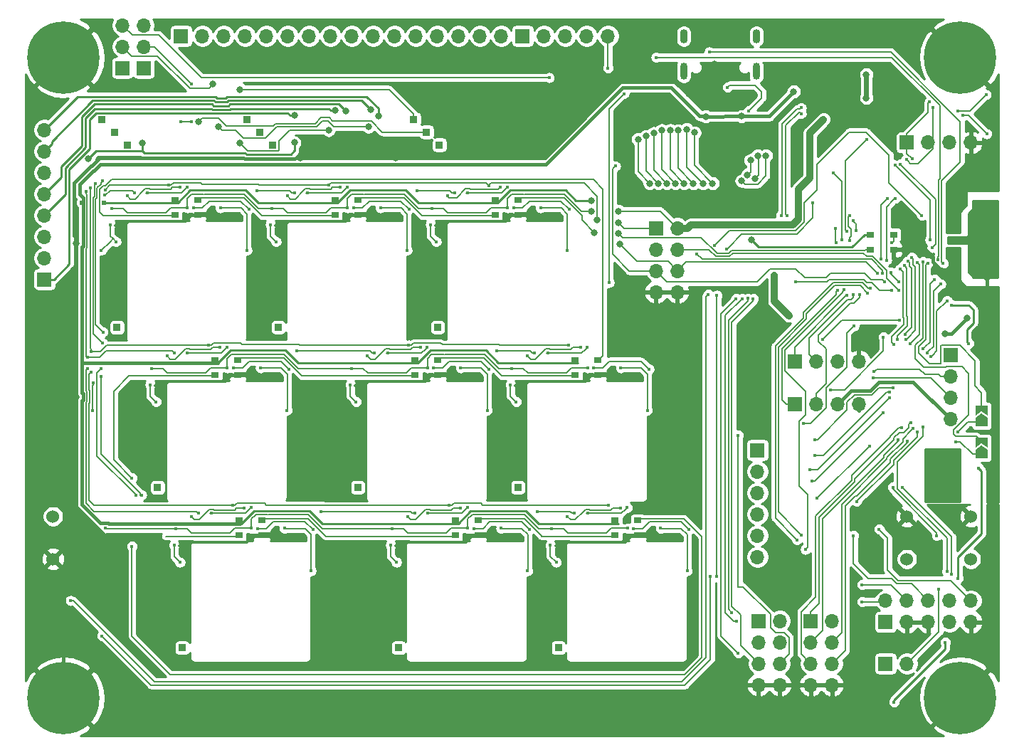
<source format=gbr>
%TF.GenerationSoftware,KiCad,Pcbnew,(5.1.5)-3*%
%TF.CreationDate,2021-02-26T11:52:20+01:00*%
%TF.ProjectId,poly_kb,706f6c79-5f6b-4622-9e6b-696361645f70,rev?*%
%TF.SameCoordinates,Original*%
%TF.FileFunction,Copper,L1,Top*%
%TF.FilePolarity,Positive*%
%FSLAX46Y46*%
G04 Gerber Fmt 4.6, Leading zero omitted, Abs format (unit mm)*
G04 Created by KiCad (PCBNEW (5.1.5)-3) date 2021-02-26 11:52:20*
%MOMM*%
%LPD*%
G04 APERTURE LIST*
%TA.AperFunction,SMDPad,CuDef*%
%ADD10C,0.127000*%
%TD*%
%TA.AperFunction,ComponentPad*%
%ADD11O,1.700000X1.700000*%
%TD*%
%TA.AperFunction,ComponentPad*%
%ADD12R,1.700000X1.700000*%
%TD*%
%TA.AperFunction,ComponentPad*%
%ADD13R,0.850000X0.850000*%
%TD*%
%TA.AperFunction,SMDPad,CuDef*%
%ADD14R,0.950000X0.800000*%
%TD*%
%TA.AperFunction,ComponentPad*%
%ADD15C,1.524000*%
%TD*%
%TA.AperFunction,ComponentPad*%
%ADD16O,0.900000X1.700000*%
%TD*%
%TA.AperFunction,ComponentPad*%
%ADD17O,0.900000X2.000000*%
%TD*%
%TA.AperFunction,ComponentPad*%
%ADD18C,0.900000*%
%TD*%
%TA.AperFunction,ComponentPad*%
%ADD19C,8.600000*%
%TD*%
%TA.AperFunction,ViaPad*%
%ADD20C,0.508000*%
%TD*%
%TA.AperFunction,ViaPad*%
%ADD21C,0.800000*%
%TD*%
%TA.AperFunction,ViaPad*%
%ADD22C,0.450000*%
%TD*%
%TA.AperFunction,ViaPad*%
%ADD23C,0.609600*%
%TD*%
%TA.AperFunction,Conductor*%
%ADD24C,0.254000*%
%TD*%
%TA.AperFunction,Conductor*%
%ADD25C,0.355600*%
%TD*%
%TA.AperFunction,Conductor*%
%ADD26C,0.304800*%
%TD*%
%TA.AperFunction,Conductor*%
%ADD27C,0.457200*%
%TD*%
%TA.AperFunction,Conductor*%
%ADD28C,0.381000*%
%TD*%
%TA.AperFunction,Conductor*%
%ADD29C,0.203200*%
%TD*%
%TA.AperFunction,Conductor*%
%ADD30C,0.177800*%
%TD*%
%TA.AperFunction,Conductor*%
%ADD31C,0.127000*%
%TD*%
%TA.AperFunction,Conductor*%
%ADD32C,0.200000*%
%TD*%
%TA.AperFunction,Conductor*%
%ADD33C,0.812800*%
%TD*%
%TA.AperFunction,Conductor*%
%ADD34C,0.609600*%
%TD*%
G04 APERTURE END LIST*
%TA.AperFunction,SMDPad,CuDef*%
D10*
%TO.P,JP2,1*%
%TO.N,Net-(C12-Pad1)*%
G36*
X142240000Y-91927000D02*
G01*
X142990000Y-92427000D01*
X142990000Y-93427000D01*
X141490000Y-93427000D01*
X141490000Y-92427000D01*
X142240000Y-91927000D01*
G37*
%TD.AperFunction*%
%TA.AperFunction,SMDPad,CuDef*%
%TO.P,JP2,2*%
%TO.N,OSC32_OUT*%
G36*
X142990000Y-90977000D02*
G01*
X142990000Y-92127000D01*
X142240000Y-91627000D01*
X141490000Y-92127000D01*
X141490000Y-90977000D01*
X142990000Y-90977000D01*
G37*
%TD.AperFunction*%
%TD*%
%TA.AperFunction,SMDPad,CuDef*%
%TO.P,JP1,1*%
%TO.N,Net-(C11-Pad1)*%
G36*
X142240000Y-95737000D02*
G01*
X142990000Y-96237000D01*
X142990000Y-97237000D01*
X141490000Y-97237000D01*
X141490000Y-96237000D01*
X142240000Y-95737000D01*
G37*
%TD.AperFunction*%
%TA.AperFunction,SMDPad,CuDef*%
%TO.P,JP1,2*%
%TO.N,OSC32_IN*%
G36*
X142990000Y-94787000D02*
G01*
X142990000Y-95937000D01*
X142240000Y-95437000D01*
X141490000Y-95937000D01*
X141490000Y-94787000D01*
X142990000Y-94787000D01*
G37*
%TD.AperFunction*%
%TD*%
D11*
%TO.P,J1,6*%
%TO.N,Net-(J1-Pad6)*%
X115570000Y-108966000D03*
%TO.P,J1,5*%
%TO.N,Net-(J1-Pad5)*%
X115570000Y-106426000D03*
%TO.P,J1,4*%
%TO.N,Net-(J1-Pad4)*%
X115570000Y-103886000D03*
%TO.P,J1,3*%
%TO.N,Net-(J1-Pad3)*%
X115570000Y-101346000D03*
%TO.P,J1,2*%
%TO.N,Net-(J1-Pad2)*%
X115570000Y-98806000D03*
D12*
%TO.P,J1,1*%
%TO.N,Net-(J1-Pad1)*%
X115570000Y-96266000D03*
%TD*%
D13*
%TO.P,J32,1*%
%TO.N,K_3*%
X74676000Y-56896000D03*
%TD*%
%TO.P,J17,1*%
%TO.N,K_5*%
X56388000Y-58420000D03*
%TD*%
%TO.P,J26,1*%
%TO.N,K_2*%
X54864000Y-56896000D03*
%TD*%
D14*
%TO.P,LED_7,4*%
%TO.N,/K_CapsLock/LED_DIN*%
X56585000Y-104629200D03*
%TO.P,LED_7,1*%
%TO.N,+5V*%
X53855000Y-104629200D03*
%TO.P,LED_7,3*%
%TO.N,GND*%
X56585000Y-106409200D03*
%TO.P,LED_7,2*%
%TO.N,N/C*%
X53855000Y-106409200D03*
%TD*%
%TO.P,LED_9,4*%
%TO.N,LED_ROW2-3*%
X101345000Y-104629200D03*
%TO.P,LED_9,1*%
%TO.N,+5V*%
X98615000Y-104629200D03*
%TO.P,LED_9,3*%
%TO.N,GND*%
X101345000Y-106409200D03*
%TO.P,LED_9,2*%
%TO.N,/K_A/LED_DIN*%
X98615000Y-106409200D03*
%TD*%
%TO.P,LED_8,4*%
%TO.N,/K_A/LED_DIN*%
X82345000Y-104629200D03*
%TO.P,LED_8,1*%
%TO.N,+5V*%
X79615000Y-104629200D03*
%TO.P,LED_8,3*%
%TO.N,GND*%
X82345000Y-106409200D03*
%TO.P,LED_8,2*%
%TO.N,/K_CapsLock/LED_DIN*%
X79615000Y-106409200D03*
%TD*%
D13*
%TO.P,J42,1*%
%TO.N,Net-(J40-Pad10)*%
X47112000Y-119789200D03*
%TD*%
%TO.P,J36,1*%
%TO.N,Net-(J34-Pad10)*%
X72872000Y-119789200D03*
%TD*%
%TO.P,J39,1*%
%TO.N,Net-(J37-Pad10)*%
X91872000Y-119789200D03*
%TD*%
%TO.P,J41,1*%
%TO.N,K_9*%
X77724000Y-59944000D03*
%TD*%
%TO.P,J38,1*%
%TO.N,K_7*%
X40640000Y-59944000D03*
%TD*%
%TO.P,J35,1*%
%TO.N,K_8*%
X57912000Y-59944000D03*
%TD*%
D15*
%TO.P,SW3,2*%
%TO.N,GND*%
X31750000Y-109220000D03*
%TO.P,SW3,1*%
%TO.N,NRST*%
X31750000Y-104140000D03*
%TD*%
%TO.P,SW2,2*%
%TO.N,GND*%
X140970000Y-104140000D03*
%TO.P,SW2,1*%
%TO.N,BOOT1*%
X140970000Y-109220000D03*
%TD*%
%TO.P,SW1,2*%
%TO.N,GND*%
X133350000Y-104140000D03*
%TO.P,SW1,1*%
%TO.N,BOOT0*%
X133350000Y-109220000D03*
%TD*%
D16*
%TO.P,P1,S1*%
%TO.N,Net-(P1-PadS1)*%
X115445000Y-47036000D03*
X106805000Y-47036000D03*
D17*
X115445000Y-51206000D03*
X106805000Y-51206000D03*
%TD*%
D11*
%TO.P,J15,10*%
%TO.N,Net-(J15-Pad10)*%
X140970000Y-114173000D03*
%TO.P,J15,9*%
%TO.N,GND*%
X140970000Y-116713000D03*
%TO.P,J15,8*%
%TO.N,N/C*%
X138430000Y-114173000D03*
%TO.P,J15,7*%
X138430000Y-116713000D03*
%TO.P,J15,6*%
%TO.N,Net-(J15-Pad6)*%
X135890000Y-114173000D03*
%TO.P,J15,5*%
%TO.N,GND*%
X135890000Y-116713000D03*
%TO.P,J15,4*%
%TO.N,Net-(J15-Pad4)*%
X133350000Y-114173000D03*
%TO.P,J15,3*%
%TO.N,GND*%
X133350000Y-116713000D03*
%TO.P,J15,2*%
%TO.N,Net-(J15-Pad2)*%
X130810000Y-114173000D03*
D12*
%TO.P,J15,1*%
%TO.N,+3V3*%
X130810000Y-116713000D03*
%TD*%
D11*
%TO.P,J14,2*%
%TO.N,ADC1_IN2*%
X133350000Y-121666000D03*
D12*
%TO.P,J14,1*%
%TO.N,ADC1_IN1*%
X130810000Y-121666000D03*
%TD*%
D11*
%TO.P,J13,8*%
%TO.N,GND*%
X124460000Y-124206000D03*
%TO.P,J13,7*%
X121920000Y-124206000D03*
%TO.P,J13,6*%
%TO.N,SPI4_RESET*%
X124460000Y-121666000D03*
%TO.P,J13,5*%
%TO.N,SPI4_SS*%
X121920000Y-121666000D03*
%TO.P,J13,4*%
%TO.N,SPI4_MOSI*%
X124460000Y-119126000D03*
%TO.P,J13,3*%
%TO.N,SPI4_SCK*%
X121920000Y-119126000D03*
%TO.P,J13,2*%
%TO.N,+3V3*%
X124460000Y-116586000D03*
D12*
%TO.P,J13,1*%
%TO.N,SPI4_MISO*%
X121920000Y-116586000D03*
%TD*%
D11*
%TO.P,J12,4*%
%TO.N,+3V3*%
X138557000Y-92583000D03*
%TO.P,J12,3*%
%TO.N,USART3_TX*%
X138557000Y-90043000D03*
%TO.P,J12,2*%
%TO.N,USART3_RX*%
X138557000Y-87503000D03*
D12*
%TO.P,J12,1*%
%TO.N,GND*%
X138557000Y-84963000D03*
%TD*%
D11*
%TO.P,J11,4*%
%TO.N,GND*%
X127635000Y-90805000D03*
%TO.P,J11,3*%
%TO.N,+3V3*%
X125095000Y-90805000D03*
%TO.P,J11,2*%
%TO.N,I2C3_SCL*%
X122555000Y-90805000D03*
D12*
%TO.P,J11,1*%
%TO.N,I2C3_SDA*%
X120015000Y-90805000D03*
%TD*%
D11*
%TO.P,J10,8*%
%TO.N,GND*%
X118237000Y-124206000D03*
%TO.P,J10,7*%
X115697000Y-124206000D03*
%TO.P,J10,6*%
%TO.N,SPI2_RESET*%
X118237000Y-121666000D03*
%TO.P,J10,5*%
%TO.N,SPI2_SS*%
X115697000Y-121666000D03*
%TO.P,J10,4*%
%TO.N,SPI2_MOSI*%
X118237000Y-119126000D03*
%TO.P,J10,3*%
%TO.N,SPI2_SCK*%
X115697000Y-119126000D03*
%TO.P,J10,2*%
%TO.N,+3V3*%
X118237000Y-116586000D03*
D12*
%TO.P,J10,1*%
%TO.N,SPI2_MISO*%
X115697000Y-116586000D03*
%TD*%
D11*
%TO.P,J9,8*%
%TO.N,Net-(J9-Pad8)*%
X30734000Y-58166000D03*
%TO.P,J9,7*%
%TO.N,Net-(J9-Pad7)*%
X30734000Y-60706000D03*
%TO.P,J9,6*%
%TO.N,Net-(J9-Pad6)*%
X30734000Y-63246000D03*
%TO.P,J9,5*%
%TO.N,Net-(J9-Pad5)*%
X30734000Y-65786000D03*
%TO.P,J9,4*%
%TO.N,Net-(J9-Pad4)*%
X30734000Y-68326000D03*
%TO.P,J9,3*%
%TO.N,Net-(J9-Pad3)*%
X30734000Y-70866000D03*
%TO.P,J9,2*%
%TO.N,Net-(J9-Pad2)*%
X30734000Y-73406000D03*
D12*
%TO.P,J9,1*%
%TO.N,Net-(J9-Pad1)*%
X30734000Y-75946000D03*
%TD*%
D11*
%TO.P,J8,8*%
%TO.N,GND*%
X106045000Y-77470000D03*
%TO.P,J8,7*%
X103505000Y-77470000D03*
%TO.P,J8,6*%
%TO.N,SPI1_RESET*%
X106045000Y-74930000D03*
%TO.P,J8,5*%
%TO.N,SPI1_SS*%
X103505000Y-74930000D03*
%TO.P,J8,4*%
%TO.N,SPI1_MOSI*%
X106045000Y-72390000D03*
%TO.P,J8,3*%
%TO.N,SPI1_SCK*%
X103505000Y-72390000D03*
%TO.P,J8,2*%
%TO.N,+3V3*%
X106045000Y-69850000D03*
D12*
%TO.P,J8,1*%
%TO.N,SPI1_MISO*%
X103505000Y-69850000D03*
%TD*%
D11*
%TO.P,J7,4*%
%TO.N,GND*%
X127635000Y-85725000D03*
%TO.P,J7,3*%
%TO.N,+3V3*%
X125095000Y-85725000D03*
%TO.P,J7,2*%
%TO.N,I2C2_SCL*%
X122555000Y-85725000D03*
D12*
%TO.P,J7,1*%
%TO.N,I2C2_SDA*%
X120015000Y-85725000D03*
%TD*%
D11*
%TO.P,J6,4*%
%TO.N,GND*%
X140970000Y-59664600D03*
%TO.P,J6,3*%
%TO.N,+3V3*%
X138430000Y-59664600D03*
%TO.P,J6,2*%
%TO.N,I2C1_SCL*%
X135890000Y-59664600D03*
D12*
%TO.P,J6,1*%
%TO.N,I2C1_SDA*%
X133350000Y-59664600D03*
%TD*%
D11*
%TO.P,J5,3*%
%TO.N,SHIFTR_NMASTER_RST*%
X40005000Y-45720000D03*
%TO.P,J5,2*%
%TO.N,Net-(J5-Pad2)*%
X40005000Y-48260000D03*
D12*
%TO.P,J5,1*%
%TO.N,+3V3*%
X40005000Y-50800000D03*
%TD*%
%TO.P,J4,1*%
%TO.N,+3V3*%
X42545000Y-50800000D03*
D11*
%TO.P,J4,2*%
%TO.N,Net-(J4-Pad2)*%
X42545000Y-48260000D03*
%TO.P,J4,3*%
%TO.N,SPI1_SS*%
X42545000Y-45720000D03*
%TD*%
%TO.P,J3,16*%
%TO.N,Net-(J3-Pad16)*%
X85090000Y-46990000D03*
%TO.P,J3,15*%
%TO.N,Net-(J3-Pad15)*%
X82550000Y-46990000D03*
%TO.P,J3,14*%
%TO.N,Net-(J3-Pad14)*%
X80010000Y-46990000D03*
%TO.P,J3,13*%
%TO.N,Net-(J3-Pad13)*%
X77470000Y-46990000D03*
%TO.P,J3,12*%
%TO.N,Net-(J3-Pad12)*%
X74930000Y-46990000D03*
%TO.P,J3,11*%
%TO.N,Net-(J3-Pad11)*%
X72390000Y-46990000D03*
%TO.P,J3,10*%
%TO.N,Net-(J3-Pad10)*%
X69850000Y-46990000D03*
%TO.P,J3,9*%
%TO.N,Net-(J3-Pad9)*%
X67310000Y-46990000D03*
%TO.P,J3,8*%
%TO.N,Net-(J3-Pad8)*%
X64770000Y-46990000D03*
%TO.P,J3,7*%
%TO.N,Net-(J3-Pad7)*%
X62230000Y-46990000D03*
%TO.P,J3,6*%
%TO.N,Net-(J3-Pad6)*%
X59690000Y-46990000D03*
%TO.P,J3,5*%
%TO.N,Net-(J3-Pad5)*%
X57150000Y-46990000D03*
%TO.P,J3,4*%
%TO.N,Net-(J3-Pad4)*%
X54610000Y-46990000D03*
%TO.P,J3,3*%
%TO.N,Net-(J3-Pad3)*%
X52070000Y-46990000D03*
%TO.P,J3,2*%
%TO.N,Net-(J3-Pad2)*%
X49530000Y-46990000D03*
D12*
%TO.P,J3,1*%
%TO.N,Net-(J3-Pad1)*%
X46990000Y-46990000D03*
%TD*%
D11*
%TO.P,J2,5*%
%TO.N,Net-(J2-Pad5)*%
X97790000Y-46990000D03*
%TO.P,J2,4*%
%TO.N,Net-(J2-Pad4)*%
X95250000Y-46990000D03*
%TO.P,J2,3*%
%TO.N,Net-(J2-Pad3)*%
X92710000Y-46990000D03*
%TO.P,J2,2*%
%TO.N,Net-(J2-Pad2)*%
X90170000Y-46990000D03*
D12*
%TO.P,J2,1*%
%TO.N,Net-(J2-Pad1)*%
X87630000Y-46990000D03*
%TD*%
D18*
%TO.P,H4,1*%
%TO.N,GND*%
X35300419Y-128010419D03*
X33020000Y-128955000D03*
X30739581Y-128010419D03*
X29795000Y-125730000D03*
X30739581Y-123449581D03*
X33020000Y-122505000D03*
X35300419Y-123449581D03*
X36245000Y-125730000D03*
D19*
X33020000Y-125730000D03*
%TD*%
D18*
%TO.P,H3,1*%
%TO.N,GND*%
X35300419Y-51810419D03*
X33020000Y-52755000D03*
X30739581Y-51810419D03*
X29795000Y-49530000D03*
X30739581Y-47249581D03*
X33020000Y-46305000D03*
X35300419Y-47249581D03*
X36245000Y-49530000D03*
D19*
X33020000Y-49530000D03*
%TD*%
D18*
%TO.P,H2,1*%
%TO.N,GND*%
X141980419Y-128010419D03*
X139700000Y-128955000D03*
X137419581Y-128010419D03*
X136475000Y-125730000D03*
X137419581Y-123449581D03*
X139700000Y-122505000D03*
X141980419Y-123449581D03*
X142925000Y-125730000D03*
D19*
X139700000Y-125730000D03*
%TD*%
D18*
%TO.P,H1,1*%
%TO.N,GND*%
X141980419Y-51810419D03*
X139700000Y-52755000D03*
X137419581Y-51810419D03*
X136475000Y-49530000D03*
X137419581Y-47249581D03*
X139700000Y-46305000D03*
X141980419Y-47249581D03*
X142925000Y-49530000D03*
D19*
X139700000Y-49530000D03*
%TD*%
D14*
%TO.P,LED_0,4*%
%TO.N,LED_ARRAY*%
X131763000Y-70627000D03*
%TO.P,LED_0,1*%
%TO.N,Net-(D1-Pad1)*%
X129033000Y-70627000D03*
%TO.P,LED_0,3*%
%TO.N,GND*%
X131763000Y-72407000D03*
%TO.P,LED_0,2*%
%TO.N,LED_ARRAY_START*%
X129033000Y-72407000D03*
%TD*%
D13*
%TO.P,J33,1*%
%TO.N,Net-(J31-Pad10)*%
X39370000Y-81661000D03*
%TD*%
%TO.P,J30,1*%
%TO.N,Net-(J28-Pad10)*%
X77525000Y-81650000D03*
%TD*%
%TO.P,J27,1*%
%TO.N,Net-(J25-Pad10)*%
X58547000Y-81650000D03*
%TD*%
%TO.P,J24,1*%
%TO.N,Net-(J22-Pad10)*%
X44196000Y-100711000D03*
%TD*%
%TO.P,J21,1*%
%TO.N,Net-(J19-Pad10)*%
X87050000Y-100700000D03*
%TD*%
D14*
%TO.P,LED_1,4*%
%TO.N,/K_TILDE/LED_DIN*%
X48970000Y-66490000D03*
%TO.P,LED_1,1*%
%TO.N,+5V*%
X46240000Y-66490000D03*
%TO.P,LED_1,3*%
%TO.N,GND*%
X48970000Y-68270000D03*
%TO.P,LED_1,2*%
%TO.N,LED_ROW1-2*%
X46240000Y-68270000D03*
%TD*%
%TO.P,LED_3,4*%
%TO.N,LED_ARRAY_START*%
X87070000Y-66490000D03*
%TO.P,LED_3,1*%
%TO.N,+5V*%
X84340000Y-66490000D03*
%TO.P,LED_3,3*%
%TO.N,GND*%
X87070000Y-68270000D03*
%TO.P,LED_3,2*%
%TO.N,/K_1/LED_DIN*%
X84340000Y-68270000D03*
%TD*%
%TO.P,LED_2,4*%
%TO.N,/K_1/LED_DIN*%
X68020000Y-66490000D03*
%TO.P,LED_2,1*%
%TO.N,+5V*%
X65290000Y-66490000D03*
%TO.P,LED_2,3*%
%TO.N,GND*%
X68020000Y-68270000D03*
%TO.P,LED_2,2*%
%TO.N,/K_TILDE/LED_DIN*%
X65290000Y-68270000D03*
%TD*%
%TO.P,LED_4,4*%
%TO.N,/K_TAB/LED_DIN*%
X53732500Y-85540000D03*
%TO.P,LED_4,1*%
%TO.N,+5V*%
X51002500Y-85540000D03*
%TO.P,LED_4,3*%
%TO.N,GND*%
X53732500Y-87320000D03*
%TO.P,LED_4,2*%
%TO.N,LED_ROW2-3*%
X51002500Y-87320000D03*
%TD*%
%TO.P,LED_6,4*%
%TO.N,LED_ROW1-2*%
X96595000Y-85540000D03*
%TO.P,LED_6,1*%
%TO.N,+5V*%
X93865000Y-85540000D03*
%TO.P,LED_6,3*%
%TO.N,GND*%
X96595000Y-87320000D03*
%TO.P,LED_6,2*%
%TO.N,/K_Q/LED_DIN*%
X93865000Y-87320000D03*
%TD*%
D13*
%TO.P,J29,1*%
%TO.N,K_1*%
X37592000Y-56896000D03*
%TD*%
%TO.P,J23,1*%
%TO.N,K_6*%
X76200000Y-58420000D03*
%TD*%
%TO.P,J20,1*%
%TO.N,K_4*%
X39116000Y-58420000D03*
%TD*%
D14*
%TO.P,LED_5,4*%
%TO.N,/K_Q/LED_DIN*%
X77545000Y-85540000D03*
%TO.P,LED_5,1*%
%TO.N,+5V*%
X74815000Y-85540000D03*
%TO.P,LED_5,3*%
%TO.N,GND*%
X77545000Y-87320000D03*
%TO.P,LED_5,2*%
%TO.N,/K_TAB/LED_DIN*%
X74815000Y-87320000D03*
%TD*%
D13*
%TO.P,J18,1*%
%TO.N,Net-(J16-Pad10)*%
X68000000Y-100700000D03*
%TD*%
D20*
%TO.N,GND*%
X79450000Y-87150000D03*
X67818000Y-88582000D03*
X69925000Y-68100000D03*
X58293000Y-69532000D03*
X88975000Y-68100000D03*
X77343000Y-69532000D03*
X55637500Y-87150000D03*
X44005500Y-88582000D03*
X50875000Y-68100000D03*
X39243000Y-69532000D03*
X98500000Y-87150000D03*
X86868000Y-88582000D03*
X84250000Y-106239200D03*
X72618000Y-107671200D03*
X58490000Y-106239200D03*
X46858000Y-107671200D03*
X103250000Y-106239200D03*
X91618000Y-107671200D03*
D21*
X45230800Y-109709200D03*
X34544000Y-89916000D03*
X34544000Y-71628000D03*
X61214000Y-61468000D03*
X72517000Y-61468000D03*
X107442000Y-53848000D03*
X114501231Y-53773768D03*
X134112000Y-56515000D03*
X131572000Y-59613800D03*
X137541000Y-74930000D03*
X138938000Y-102108000D03*
D22*
%TO.N,+3V3*%
X76300000Y-86487000D03*
X67130000Y-88480000D03*
X67818000Y-90522000D03*
X67279871Y-86539871D03*
X66775000Y-67437000D03*
X57605000Y-69430000D03*
X58293000Y-71472000D03*
X57754871Y-67489871D03*
X85825000Y-67437000D03*
X76655000Y-69430000D03*
X77343000Y-71472000D03*
X76804871Y-67489871D03*
X52487500Y-86487000D03*
X43317500Y-88480000D03*
X44005500Y-90522000D03*
X43467371Y-86539871D03*
X47725000Y-67437000D03*
X38555000Y-69430000D03*
X39243000Y-71472000D03*
X38704871Y-67489871D03*
X95350000Y-86487000D03*
X86180000Y-88480000D03*
X86868000Y-90522000D03*
X86329871Y-86539871D03*
X81100000Y-105576200D03*
X71930000Y-107569200D03*
X72618000Y-109611200D03*
X72079871Y-105629071D03*
X55340000Y-105576200D03*
X46170000Y-107569200D03*
X46858000Y-109611200D03*
X46319871Y-105629071D03*
X100100000Y-105576200D03*
X90930000Y-107569200D03*
X91618000Y-109611200D03*
X91079871Y-105629071D03*
X36488500Y-91526601D03*
X36500000Y-88250000D03*
X37500000Y-72500000D03*
X38006127Y-105521457D03*
D21*
X42418000Y-59690000D03*
X35954142Y-61608142D03*
X95784820Y-67818000D03*
X60458074Y-59683926D03*
X121785179Y-63881000D03*
X117602000Y-75438010D03*
X137887010Y-82378606D03*
X140544657Y-80518000D03*
X99009121Y-67818000D03*
D22*
%TO.N,Net-(J1-Pad2)*%
X131739038Y-88857412D03*
X122428000Y-94996000D03*
D23*
%TO.N,+5V*%
X35220000Y-66810000D03*
X37840000Y-66800002D03*
D21*
X95784820Y-66548000D03*
D22*
%TO.N,Net-(J2-Pad2)*%
X132588000Y-62230000D03*
%TO.N,Net-(C30-Pad2)*%
X56437500Y-86480000D03*
X59597500Y-91539996D03*
%TO.N,Net-(C36-Pad2)*%
X70725000Y-67430000D03*
X73885000Y-72489996D03*
%TO.N,Net-(C42-Pad2)*%
X89775000Y-67430000D03*
X92935000Y-72489996D03*
%TO.N,Net-(C60-Pad2)*%
X104050000Y-105569200D03*
X107210000Y-110629196D03*
D21*
%TO.N,LED_ARRAY_START*%
X96139000Y-70358000D03*
X99060000Y-70485000D03*
D22*
%TO.N,SPI1_MOSI*%
X37703005Y-82221248D03*
X37500000Y-87500000D03*
X42306013Y-101600000D03*
X37667442Y-64254581D03*
X132375757Y-77216000D03*
%TO.N,SPI1_SCK*%
X37500020Y-86535500D03*
X37647471Y-83536305D03*
X41656000Y-101600000D03*
X36767898Y-64595491D03*
X108331000Y-72898000D03*
X132368459Y-76238989D03*
X130470581Y-75202610D03*
X131447593Y-75101441D03*
%TO.N,SPI1_MISO*%
X50247500Y-83770000D03*
X45485000Y-64720000D03*
X64535000Y-64720000D03*
X74060000Y-83770000D03*
X93110000Y-83770000D03*
X36180759Y-65045566D03*
X78860000Y-102859200D03*
X53100000Y-102859200D03*
X97860000Y-102859200D03*
X36263997Y-87015316D03*
X36314001Y-84564001D03*
X37939945Y-65299750D03*
D21*
X96520000Y-68834000D03*
D22*
X83585000Y-64772634D03*
D21*
X99060000Y-69215000D03*
D22*
X120142000Y-76200000D03*
X131559847Y-77295934D03*
%TO.N,SPI1_RESET*%
X47737500Y-84700000D03*
X46197500Y-84700000D03*
X60737500Y-84460000D03*
X52447655Y-84020155D03*
X42975000Y-65650000D03*
X41435000Y-65650000D03*
X55975000Y-65410000D03*
X47685155Y-64970155D03*
X62025000Y-65650000D03*
X60485000Y-65650000D03*
X75025000Y-65410000D03*
X66735155Y-64970155D03*
X81075000Y-65650000D03*
X79535000Y-65650000D03*
X85785155Y-64970155D03*
X71550000Y-84700000D03*
X70010000Y-84700000D03*
X84550000Y-84460000D03*
X76260155Y-84020155D03*
X90600000Y-84700000D03*
X89060000Y-84700000D03*
X95310155Y-84020155D03*
X35680000Y-65460000D03*
X76350000Y-103789200D03*
X74810000Y-103789200D03*
X89350000Y-103549200D03*
X81060155Y-103109355D03*
X50590000Y-103789200D03*
X49050000Y-103789200D03*
X63590000Y-103549200D03*
X55300155Y-103109355D03*
X95350000Y-103789200D03*
X93810000Y-103789200D03*
X100060155Y-103109355D03*
X35825500Y-86535500D03*
X35825500Y-85250000D03*
X37900327Y-65948553D03*
D21*
X99187000Y-71755000D03*
D22*
X129820568Y-75202610D03*
%TO.N,LED_ARRAY*%
X131569339Y-71581990D03*
D21*
%TO.N,SHIFTR_DATA*%
X115305573Y-63931630D03*
D22*
%TO.N,BOOT0*%
X130937000Y-73660000D03*
X129032000Y-76962000D03*
X120269000Y-106934000D03*
X131936750Y-66320441D03*
%TO.N,I2C1_SDA*%
X139446000Y-55880000D03*
X133990765Y-61622211D03*
X142766609Y-53973794D03*
%TO.N,I2C1_SCL*%
X142849600Y-58623200D03*
X140004800Y-56464200D03*
X136412540Y-55510187D03*
%TO.N,SWO*%
X131064000Y-66294000D03*
X128668610Y-77579390D03*
X120782910Y-106342631D03*
X130288738Y-73517579D03*
%TO.N,SWCLK*%
X124587000Y-63246000D03*
X125603000Y-71247000D03*
X121285000Y-108077000D03*
X125900768Y-77198746D03*
%TO.N,SWDIO*%
X122174000Y-66802000D03*
X110744000Y-77851000D03*
X110738090Y-111333436D03*
%TO.N,USB_D+*%
X120769002Y-55530000D03*
X118369600Y-68351400D03*
%TO.N,USB_D-*%
X120769002Y-56230000D03*
X119069600Y-68351400D03*
%TO.N,I2C2_SDA*%
X126563800Y-71289745D03*
X126532821Y-68326000D03*
X126202379Y-77834140D03*
%TO.N,I2C2_SCL*%
X127257012Y-70127831D03*
X126936032Y-68961000D03*
X126943882Y-77773990D03*
%TO.N,I2C3_SCL*%
X127689207Y-77761736D03*
%TO.N,I2C3_SDA*%
X124864134Y-69890820D03*
X124908178Y-71568288D03*
X125112089Y-77221910D03*
%TO.N,SPI2_MOSI*%
X113030000Y-78232000D03*
X113284000Y-120396000D03*
%TO.N,SPI2_MISO*%
X113762087Y-78232123D03*
X113035910Y-116586000D03*
%TO.N,SPI2_RESET*%
X113284000Y-94488000D03*
X127045942Y-81488058D03*
X121029052Y-93061850D03*
%TO.N,SPI2_SS*%
X115062000Y-78241143D03*
%TO.N,Net-(J4-Pad2)*%
X48260000Y-52705000D03*
X48260000Y-57150000D03*
X46990000Y-57150000D03*
%TO.N,SPI1_SS*%
X98678161Y-62470608D03*
X130679684Y-76230422D03*
%TO.N,LED_STATUS*%
X138684000Y-78994000D03*
X139446000Y-111506000D03*
X137922000Y-119126000D03*
X131826000Y-126238000D03*
X140716000Y-83566000D03*
X141903010Y-98425000D03*
%TO.N,ADC1_IN2*%
X138684000Y-110998000D03*
X137160000Y-112776000D03*
X138131990Y-78486000D03*
X132842000Y-100711001D03*
%TO.N,ADC1_IN1*%
X137367000Y-76501000D03*
X138102612Y-110707306D03*
X135236390Y-93523745D03*
%TO.N,NRST*%
X136652000Y-75946000D03*
X109982000Y-111252000D03*
X37592000Y-118364000D03*
X134601390Y-94071941D03*
%TO.N,SPI2_SCK*%
X114412093Y-78229446D03*
X112522000Y-115570000D03*
%TO.N,SHIFTR_NMASTER_RST*%
X90789599Y-51947539D03*
X126203800Y-70236898D03*
X128562747Y-59312526D03*
%TO.N,SPI4_MOSI*%
X133691651Y-83590126D03*
X134585577Y-73944624D03*
X134070601Y-93696736D03*
%TO.N,SPI4_MISO*%
X133933507Y-73333687D03*
X133231019Y-83131505D03*
X133776366Y-92964000D03*
%TO.N,SPI4_RESET*%
X133460068Y-73779075D03*
X133120392Y-82490976D03*
X133371136Y-95183898D03*
%TO.N,SPI4_SS*%
X132755821Y-93620784D03*
X133015483Y-74253269D03*
X132177803Y-83120521D03*
%TO.N,SPI4_SCK*%
X132553305Y-74710332D03*
X131792486Y-83687375D03*
X132317924Y-95071789D03*
%TO.N,Net-(C24-Pad2)*%
X99300000Y-86480000D03*
X102460000Y-91539996D03*
%TO.N,OSC32_IN*%
X135228181Y-73846774D03*
%TO.N,OSC32_OUT*%
X135857991Y-74007566D03*
%TO.N,Net-(C18-Pad2)*%
X80250000Y-86480000D03*
X83410000Y-91539996D03*
%TO.N,Net-(C19-Pad2)*%
X83619571Y-86630429D03*
X77027621Y-86497107D03*
%TO.N,Net-(C25-Pad2)*%
X102669571Y-86630429D03*
X96077621Y-86497107D03*
%TO.N,Net-(C31-Pad2)*%
X59807071Y-86630429D03*
X53215121Y-86497107D03*
%TO.N,Net-(C37-Pad2)*%
X74094571Y-67580429D03*
X67502621Y-67447107D03*
%TO.N,Net-(C43-Pad2)*%
X93144571Y-67580429D03*
X86552621Y-67447107D03*
%TO.N,Net-(C48-Pad2)*%
X51675000Y-67430000D03*
X54835000Y-72489996D03*
%TO.N,Net-(C49-Pad2)*%
X55044571Y-67580429D03*
X48452621Y-67447107D03*
%TO.N,Net-(C54-Pad2)*%
X85050000Y-105569200D03*
X88210000Y-110629196D03*
%TO.N,Net-(C55-Pad2)*%
X88419571Y-105719629D03*
X81827621Y-105586307D03*
%TO.N,Net-(C61-Pad2)*%
X107419571Y-105719629D03*
X100827621Y-105586307D03*
%TO.N,Net-(C66-Pad2)*%
X59290000Y-105569200D03*
X62450000Y-110629196D03*
%TO.N,Net-(C67-Pad2)*%
X62659571Y-105719629D03*
X56067621Y-105586307D03*
%TO.N,RESET_INDICATOR*%
X135128000Y-68326000D03*
X110490000Y-71882000D03*
X109728000Y-77724000D03*
X33840379Y-114165264D03*
%TO.N,Net-(J1-Pad6)*%
X122682000Y-101981000D03*
X128904992Y-95758000D03*
%TO.N,Net-(J1-Pad5)*%
X130556006Y-91821000D03*
X122046998Y-99949000D03*
%TO.N,Net-(J1-Pad4)*%
X131291390Y-90021335D03*
X121793000Y-98551994D03*
%TO.N,Net-(J1-Pad3)*%
X131291390Y-89371322D03*
X122428000Y-96901000D03*
%TO.N,Net-(J1-Pad1)*%
X130556000Y-82804000D03*
%TO.N,Net-(J2-Pad5)*%
X132461000Y-80772000D03*
X123317000Y-83058000D03*
X97917000Y-76327000D03*
X99695000Y-53848000D03*
X97790000Y-50800000D03*
%TO.N,Net-(J2-Pad4)*%
X109855000Y-48895000D03*
X137668000Y-74041000D03*
%TO.N,Net-(J2-Pad3)*%
X103505000Y-49530000D03*
%TO.N,Net-(J2-Pad1)*%
X131950249Y-62355654D03*
D21*
%TO.N,Net-(J3-Pad16)*%
X110236000Y-64516000D03*
%TO.N,Net-(J3-Pad15)*%
X109093000Y-64516000D03*
%TO.N,Net-(J3-Pad14)*%
X107950000Y-64516000D03*
%TO.N,Net-(J3-Pad13)*%
X106807000Y-64516000D03*
%TO.N,Net-(J3-Pad12)*%
X105791002Y-64516000D03*
%TO.N,Net-(J3-Pad11)*%
X104775000Y-64516000D03*
%TO.N,Net-(J3-Pad10)*%
X103759002Y-64516000D03*
%TO.N,Net-(J3-Pad9)*%
X102758987Y-64516000D03*
%TO.N,Net-(J5-Pad2)*%
X51435000Y-57785000D03*
X69268910Y-57785000D03*
X50800000Y-52727076D03*
%TO.N,Net-(J9-Pad8)*%
X70485000Y-56515016D03*
%TO.N,Net-(J9-Pad7)*%
X69575200Y-55784262D03*
%TO.N,Net-(J9-Pad5)*%
X66591128Y-55916558D03*
%TO.N,Net-(J9-Pad4)*%
X65321128Y-55826090D03*
%TO.N,Net-(J9-Pad1)*%
X60515531Y-56416995D03*
D22*
%TO.N,USART3_RX*%
X129444130Y-86946610D03*
%TO.N,USART3_TX*%
X129366446Y-87674465D03*
%TO.N,Net-(J15-Pad10)*%
X130048000Y-105664000D03*
%TO.N,Net-(J15-Pad6)*%
X127000000Y-106426000D03*
%TO.N,Net-(J15-Pad4)*%
X128016000Y-112268000D03*
%TO.N,Net-(J15-Pad2)*%
X128016000Y-114300000D03*
%TO.N,Net-(J16-Pad10)*%
X75450000Y-84060000D03*
X69150000Y-85070000D03*
%TO.N,Net-(J19-Pad10)*%
X94500000Y-84060000D03*
X88200000Y-85070000D03*
%TO.N,Net-(J22-Pad10)*%
X51637500Y-84060000D03*
X45337500Y-85070000D03*
D21*
%TO.N,K_6*%
X49085013Y-57150000D03*
D22*
%TO.N,Net-(J25-Pad10)*%
X65925000Y-65010000D03*
X59625000Y-66020000D03*
%TO.N,Net-(J28-Pad10)*%
X84975000Y-65010000D03*
X78675000Y-66020000D03*
%TO.N,Net-(J31-Pad10)*%
X46875000Y-65010000D03*
X40575000Y-66020000D03*
D21*
%TO.N,K_3*%
X53975000Y-53340000D03*
D22*
%TO.N,Net-(J34-Pad10)*%
X80250000Y-103149200D03*
X73950000Y-104159200D03*
%TO.N,Net-(J37-Pad10)*%
X99250000Y-103149200D03*
X92950000Y-104159200D03*
%TO.N,Net-(J40-Pad10)*%
X54490000Y-103149200D03*
X48190000Y-104159200D03*
%TO.N,LED_ROW2-3*%
X41148000Y-99568000D03*
X41148000Y-107696010D03*
D21*
%TO.N,GND*%
X110490000Y-50292000D03*
X142875000Y-75755512D03*
X143256000Y-67183000D03*
%TO.N,+3V3*%
X123444000Y-56896006D03*
X119380016Y-80264000D03*
X128524000Y-51562000D03*
X128524000Y-54356000D03*
%TO.N,+5V*%
X119887992Y-53594000D03*
X113657441Y-56536948D03*
X109446207Y-56563211D03*
D22*
%TO.N,Net-(J2-Pad2)*%
X136368728Y-72165272D03*
D21*
%TO.N,Net-(D1-Pad1)*%
X114848892Y-71261623D03*
%TO.N,SHIFTR_DATA*%
X115581156Y-61214326D03*
%TO.N,SHIFTR_LATCH_CLK*%
X116581152Y-61219823D03*
X113672983Y-64224929D03*
%TO.N,SHIFTR_CLK*%
X114385936Y-63523701D03*
X114748461Y-61768079D03*
D22*
%TO.N,I2C1_SDA*%
X136061010Y-54797624D03*
%TO.N,I2C1_SCL*%
X133285317Y-61661504D03*
%TO.N,SWDIO*%
X111888481Y-72378735D03*
%TO.N,ADC1_IN2*%
X136188407Y-85151491D03*
%TO.N,ADC1_IN1*%
X135727480Y-84693167D03*
%TO.N,NRST*%
X127361222Y-102381780D03*
X135295821Y-84207178D03*
%TO.N,Net-(P1-PadA7)*%
X112014000Y-53086000D03*
X114554000Y-55880000D03*
%TO.N,Net-(J1-Pad1)*%
X124263590Y-89138107D03*
%TO.N,Net-(J2-Pad3)*%
X137036590Y-73573816D03*
%TO.N,Net-(J2-Pad1)*%
X136094938Y-71267940D03*
D21*
%TO.N,Net-(J3-Pad16)*%
X108072845Y-58498133D03*
%TO.N,Net-(J3-Pad15)*%
X107159342Y-58091271D03*
%TO.N,Net-(J3-Pad14)*%
X106169037Y-58230266D03*
%TO.N,Net-(J3-Pad13)*%
X105169362Y-58204304D03*
%TO.N,Net-(J3-Pad12)*%
X104169357Y-58207918D03*
%TO.N,Net-(J3-Pad11)*%
X103229856Y-58550498D03*
%TO.N,Net-(J3-Pad10)*%
X102297950Y-58913232D03*
%TO.N,Net-(J3-Pad9)*%
X101362080Y-59265613D03*
D22*
%TO.N,BOOT1*%
X136883517Y-106448483D03*
X131661789Y-100678677D03*
D21*
%TO.N,Net-(U3-Pad14)*%
X53975000Y-59690000D03*
X64530969Y-58189307D03*
D22*
%TO.N,Net-(C11-Pad1)*%
X139192000Y-95250000D03*
%TO.N,Net-(C12-Pad1)*%
X139446000Y-94107000D03*
%TD*%
D24*
%TO.N,GND*%
X77830000Y-87150000D02*
X77540000Y-87440000D01*
D25*
X79450000Y-87150000D02*
X77830000Y-87150000D01*
D24*
X67818000Y-88582000D02*
X67800000Y-88600000D01*
D25*
X68230000Y-88170000D02*
X67818000Y-88582000D01*
D26*
X68250000Y-88150000D02*
X68230000Y-88170000D01*
D25*
X76860000Y-87320000D02*
X77545000Y-87320000D01*
X76080000Y-88100000D02*
X76860000Y-87320000D01*
X68250000Y-88150000D02*
X68300000Y-88100000D01*
X68300000Y-88100000D02*
X76080000Y-88100000D01*
D24*
X68305000Y-68100000D02*
X68015000Y-68390000D01*
D25*
X69925000Y-68100000D02*
X68305000Y-68100000D01*
D24*
X58293000Y-69532000D02*
X58275000Y-69550000D01*
D25*
X58705000Y-69120000D02*
X58293000Y-69532000D01*
D26*
X58725000Y-69100000D02*
X58705000Y-69120000D01*
D25*
X67335000Y-68270000D02*
X68020000Y-68270000D01*
X66555000Y-69050000D02*
X67335000Y-68270000D01*
X58725000Y-69100000D02*
X58775000Y-69050000D01*
X58775000Y-69050000D02*
X66555000Y-69050000D01*
D24*
X87355000Y-68100000D02*
X87065000Y-68390000D01*
D25*
X88975000Y-68100000D02*
X87355000Y-68100000D01*
D24*
X77343000Y-69532000D02*
X77325000Y-69550000D01*
D25*
X77755000Y-69120000D02*
X77343000Y-69532000D01*
D26*
X77775000Y-69100000D02*
X77755000Y-69120000D01*
D25*
X86385000Y-68270000D02*
X87070000Y-68270000D01*
X85605000Y-69050000D02*
X86385000Y-68270000D01*
X77775000Y-69100000D02*
X77825000Y-69050000D01*
X77825000Y-69050000D02*
X85605000Y-69050000D01*
D24*
X54017500Y-87150000D02*
X53727500Y-87440000D01*
D25*
X55637500Y-87150000D02*
X54017500Y-87150000D01*
D24*
X44005500Y-88582000D02*
X43987500Y-88600000D01*
D25*
X44417500Y-88170000D02*
X44005500Y-88582000D01*
D26*
X44437500Y-88150000D02*
X44417500Y-88170000D01*
D25*
X53047500Y-87320000D02*
X53732500Y-87320000D01*
X52267500Y-88100000D02*
X53047500Y-87320000D01*
X44437500Y-88150000D02*
X44487500Y-88100000D01*
X44487500Y-88100000D02*
X52267500Y-88100000D01*
D24*
X49255000Y-68100000D02*
X48965000Y-68390000D01*
D25*
X50875000Y-68100000D02*
X49255000Y-68100000D01*
D24*
X39243000Y-69532000D02*
X39225000Y-69550000D01*
D25*
X39655000Y-69120000D02*
X39243000Y-69532000D01*
D26*
X39675000Y-69100000D02*
X39655000Y-69120000D01*
D25*
X48285000Y-68270000D02*
X48970000Y-68270000D01*
X47505000Y-69050000D02*
X48285000Y-68270000D01*
X39675000Y-69100000D02*
X39725000Y-69050000D01*
X39725000Y-69050000D02*
X47505000Y-69050000D01*
D24*
X96880000Y-87150000D02*
X96590000Y-87440000D01*
D25*
X98500000Y-87150000D02*
X96880000Y-87150000D01*
D24*
X86868000Y-88582000D02*
X86850000Y-88600000D01*
D25*
X87280000Y-88170000D02*
X86868000Y-88582000D01*
D26*
X87300000Y-88150000D02*
X87280000Y-88170000D01*
D25*
X95910000Y-87320000D02*
X96595000Y-87320000D01*
X95130000Y-88100000D02*
X95910000Y-87320000D01*
X87300000Y-88150000D02*
X87350000Y-88100000D01*
X87350000Y-88100000D02*
X95130000Y-88100000D01*
D24*
X82630000Y-106239200D02*
X82340000Y-106529200D01*
D25*
X84250000Y-106239200D02*
X82630000Y-106239200D01*
D24*
X72618000Y-107671200D02*
X72600000Y-107689200D01*
D25*
X73030000Y-107259200D02*
X72618000Y-107671200D01*
D26*
X73050000Y-107239200D02*
X73030000Y-107259200D01*
D25*
X81660000Y-106409200D02*
X82345000Y-106409200D01*
X80880000Y-107189200D02*
X81660000Y-106409200D01*
X73050000Y-107239200D02*
X73100000Y-107189200D01*
X73100000Y-107189200D02*
X80880000Y-107189200D01*
D24*
X56870000Y-106239200D02*
X56580000Y-106529200D01*
D25*
X58490000Y-106239200D02*
X56870000Y-106239200D01*
D24*
X46858000Y-107671200D02*
X46840000Y-107689200D01*
D25*
X47270000Y-107259200D02*
X46858000Y-107671200D01*
D26*
X47290000Y-107239200D02*
X47270000Y-107259200D01*
D24*
X101630000Y-106239200D02*
X101340000Y-106529200D01*
D25*
X103250000Y-106239200D02*
X101630000Y-106239200D01*
D24*
X91618000Y-107671200D02*
X91600000Y-107689200D01*
D25*
X92030000Y-107259200D02*
X91618000Y-107671200D01*
D26*
X92050000Y-107239200D02*
X92030000Y-107259200D01*
D25*
X100660000Y-106409200D02*
X101345000Y-106409200D01*
X99880000Y-107189200D02*
X100660000Y-106409200D01*
X92050000Y-107239200D02*
X92100000Y-107189200D01*
X92100000Y-107189200D02*
X99880000Y-107189200D01*
D27*
X45230800Y-109709200D02*
X42055999Y-106534399D01*
X38094723Y-106534399D02*
X34544000Y-102983676D01*
X42055999Y-106534399D02*
X38094723Y-106534399D01*
X28720001Y-53829999D02*
X33020000Y-49530000D01*
X34544000Y-102983676D02*
X34544000Y-79248000D01*
X34544000Y-79248000D02*
X34544000Y-71628000D01*
X31564518Y-79248000D02*
X28720001Y-76403483D01*
X34544000Y-79248000D02*
X31564518Y-79248000D01*
X28720001Y-76403483D02*
X28720001Y-53829999D01*
X33020000Y-111609122D02*
X33020000Y-125730000D01*
X38094723Y-106534399D02*
X33020000Y-111609122D01*
X34244612Y-64447836D02*
X36255704Y-62436744D01*
X60648315Y-61468000D02*
X61214000Y-61468000D01*
X34544000Y-71628000D02*
X34544000Y-71062315D01*
X34544000Y-71062315D02*
X34244612Y-70762927D01*
X34244612Y-70762927D02*
X34244612Y-64447836D01*
X54540485Y-61629423D02*
X60486892Y-61629423D01*
X36351872Y-62436744D02*
X37308005Y-61480611D01*
X54391673Y-61480611D02*
X54540485Y-61629423D01*
X36255704Y-62436744D02*
X36351872Y-62436744D01*
X60486892Y-61629423D02*
X60648315Y-61468000D01*
X37308005Y-61480611D02*
X54391673Y-61480611D01*
X61214000Y-61468000D02*
X72517000Y-61468000D01*
X114426999Y-53848000D02*
X114501231Y-53773768D01*
X107442000Y-53848000D02*
X114426999Y-53848000D01*
X134112000Y-56515000D02*
X131572000Y-59055000D01*
X131572000Y-59055000D02*
X131572000Y-59613800D01*
D28*
X127635000Y-90805000D02*
X127635000Y-91567000D01*
D27*
X72517000Y-61468000D02*
X90288501Y-61468000D01*
X90288501Y-61468000D02*
X99289612Y-52466889D01*
X99289612Y-52466889D02*
X106060889Y-52466889D01*
X107042001Y-53448001D02*
X107442000Y-53848000D01*
X106060889Y-52466889D02*
X107042001Y-53448001D01*
D29*
%TO.N,+3V3*%
X68670000Y-86550000D02*
X68670000Y-86550000D01*
X67130000Y-89834000D02*
X67818000Y-90522000D01*
X67130000Y-88480000D02*
X67130000Y-89834000D01*
X69194890Y-87074890D02*
X68659871Y-86539871D01*
X73757228Y-87074890D02*
X69194890Y-87074890D01*
X68659871Y-86539871D02*
X67279871Y-86539871D01*
X76300000Y-86487000D02*
X74345118Y-86487000D01*
X74345118Y-86487000D02*
X73757228Y-87074890D01*
X83066343Y-84840000D02*
X84766214Y-86539871D01*
X78321601Y-84840000D02*
X83066343Y-84840000D01*
X76300000Y-85380000D02*
X76768399Y-84911601D01*
X76300000Y-86487000D02*
X76300000Y-85380000D01*
X76768399Y-84911601D02*
X76768399Y-84898719D01*
X76828719Y-84838399D02*
X78261281Y-84838399D01*
X76768399Y-84898719D02*
X76828719Y-84838399D01*
X59145000Y-67500000D02*
X59145000Y-67500000D01*
X57605000Y-70784000D02*
X58293000Y-71472000D01*
X57605000Y-69430000D02*
X57605000Y-70784000D01*
X59669890Y-68024890D02*
X59134871Y-67489871D01*
X64232228Y-68024890D02*
X59669890Y-68024890D01*
X59134871Y-67489871D02*
X57754871Y-67489871D01*
X66775000Y-67437000D02*
X64820118Y-67437000D01*
X64820118Y-67437000D02*
X64232228Y-68024890D01*
X73541343Y-65790000D02*
X75241214Y-67489871D01*
X68796601Y-65790000D02*
X73541343Y-65790000D01*
X66775000Y-66330000D02*
X67243399Y-65861601D01*
X66775000Y-67437000D02*
X66775000Y-66330000D01*
X67243399Y-65861601D02*
X67243399Y-65848719D01*
X67303719Y-65788399D02*
X68736281Y-65788399D01*
X67243399Y-65848719D02*
X67303719Y-65788399D01*
X78195000Y-67500000D02*
X78195000Y-67500000D01*
X76655000Y-70784000D02*
X77343000Y-71472000D01*
X76655000Y-69430000D02*
X76655000Y-70784000D01*
X78719890Y-68024890D02*
X78184871Y-67489871D01*
X83282228Y-68024890D02*
X78719890Y-68024890D01*
X78184871Y-67489871D02*
X76804871Y-67489871D01*
X85825000Y-67437000D02*
X83870118Y-67437000D01*
X83870118Y-67437000D02*
X83282228Y-68024890D01*
X85825000Y-66330000D02*
X86293399Y-65861601D01*
X85825000Y-67437000D02*
X85825000Y-66330000D01*
X86293399Y-65861601D02*
X86293399Y-65848719D01*
X86353719Y-65788399D02*
X87786281Y-65788399D01*
X86293399Y-65848719D02*
X86353719Y-65788399D01*
X44857500Y-86550000D02*
X44857500Y-86550000D01*
X43317500Y-89834000D02*
X44005500Y-90522000D01*
X43317500Y-88480000D02*
X43317500Y-89834000D01*
X45382390Y-87074890D02*
X44847371Y-86539871D01*
X49944728Y-87074890D02*
X45382390Y-87074890D01*
X44847371Y-86539871D02*
X43467371Y-86539871D01*
X52487500Y-86487000D02*
X50532618Y-86487000D01*
X50532618Y-86487000D02*
X49944728Y-87074890D01*
X59253843Y-84840000D02*
X60953714Y-86539871D01*
X54509101Y-84840000D02*
X59253843Y-84840000D01*
X52487500Y-85380000D02*
X52955899Y-84911601D01*
X52487500Y-86487000D02*
X52487500Y-85380000D01*
X52955899Y-84911601D02*
X52955899Y-84898719D01*
X53016219Y-84838399D02*
X54448781Y-84838399D01*
X52955899Y-84898719D02*
X53016219Y-84838399D01*
X40095000Y-67500000D02*
X40095000Y-67500000D01*
X38555000Y-69430000D02*
X38555000Y-70784000D01*
X40619890Y-68024890D02*
X40084871Y-67489871D01*
X45182228Y-68024890D02*
X40619890Y-68024890D01*
X40084871Y-67489871D02*
X38704871Y-67489871D01*
X47725000Y-67437000D02*
X45770118Y-67437000D01*
X45770118Y-67437000D02*
X45182228Y-68024890D01*
X54491343Y-65790000D02*
X56191214Y-67489871D01*
X49746601Y-65790000D02*
X54491343Y-65790000D01*
X47725000Y-66330000D02*
X48193399Y-65861601D01*
X47725000Y-67437000D02*
X47725000Y-66330000D01*
X48193399Y-65861601D02*
X48193399Y-65848719D01*
X48253719Y-65788399D02*
X49686281Y-65788399D01*
X48193399Y-65848719D02*
X48253719Y-65788399D01*
X87720000Y-86550000D02*
X87720000Y-86550000D01*
X86180000Y-89834000D02*
X86868000Y-90522000D01*
X86180000Y-88480000D02*
X86180000Y-89834000D01*
X88244890Y-87074890D02*
X87709871Y-86539871D01*
X92807228Y-87074890D02*
X88244890Y-87074890D01*
X87709871Y-86539871D02*
X86329871Y-86539871D01*
X95350000Y-86487000D02*
X93395118Y-86487000D01*
X93395118Y-86487000D02*
X92807228Y-87074890D01*
X60953714Y-86539871D02*
X67279871Y-86539871D01*
X56191214Y-67489871D02*
X57754871Y-67489871D01*
X84766214Y-86539871D02*
X86329871Y-86539871D01*
X76804871Y-67489871D02*
X75241214Y-67489871D01*
X73470000Y-105639200D02*
X73470000Y-105639200D01*
X71930000Y-108923200D02*
X72618000Y-109611200D01*
X71930000Y-107569200D02*
X71930000Y-108923200D01*
X73994890Y-106164090D02*
X73459871Y-105629071D01*
X78557228Y-106164090D02*
X73994890Y-106164090D01*
X73459871Y-105629071D02*
X72079871Y-105629071D01*
X81100000Y-105576200D02*
X79145118Y-105576200D01*
X79145118Y-105576200D02*
X78557228Y-106164090D01*
X87866343Y-103929200D02*
X89566214Y-105629071D01*
X83121601Y-103929200D02*
X87866343Y-103929200D01*
X81100000Y-104469200D02*
X81568399Y-104000801D01*
X81100000Y-105576200D02*
X81100000Y-104469200D01*
X81568399Y-104000801D02*
X81568399Y-103987919D01*
X81628719Y-103927599D02*
X83061281Y-103927599D01*
X81568399Y-103987919D02*
X81628719Y-103927599D01*
X91129871Y-105629071D02*
X89566214Y-105629071D01*
X47710000Y-105639200D02*
X47710000Y-105639200D01*
X46170000Y-108923200D02*
X46858000Y-109611200D01*
X46170000Y-107569200D02*
X46170000Y-108923200D01*
X48234890Y-106164090D02*
X47699871Y-105629071D01*
X52797228Y-106164090D02*
X48234890Y-106164090D01*
X47699871Y-105629071D02*
X46319871Y-105629071D01*
X55340000Y-105576200D02*
X53385118Y-105576200D01*
X53385118Y-105576200D02*
X52797228Y-106164090D01*
X55340000Y-104469200D02*
X55808399Y-104000801D01*
X55340000Y-105576200D02*
X55340000Y-104469200D01*
X55808399Y-104000801D02*
X55808399Y-103987919D01*
X55868719Y-103927599D02*
X57301281Y-103927599D01*
X55808399Y-103987919D02*
X55868719Y-103927599D01*
X92470000Y-105639200D02*
X92470000Y-105639200D01*
X90930000Y-108923200D02*
X91618000Y-109611200D01*
X90930000Y-107569200D02*
X90930000Y-108923200D01*
X92994890Y-106164090D02*
X92459871Y-105629071D01*
X97557228Y-106164090D02*
X92994890Y-106164090D01*
X92459871Y-105629071D02*
X91079871Y-105629071D01*
X100100000Y-105576200D02*
X98145118Y-105576200D01*
X98145118Y-105576200D02*
X97557228Y-106164090D01*
X62106343Y-103929200D02*
X57361601Y-103929200D01*
X72079871Y-105629071D02*
X63806214Y-105629071D01*
X63806214Y-105629071D02*
X62106343Y-103929200D01*
X36488500Y-91526601D02*
X36488500Y-88511500D01*
X36488500Y-88511500D02*
X36500000Y-88500000D01*
X36500000Y-88500000D02*
X36500000Y-88250000D01*
X37500000Y-72500000D02*
X38528000Y-71472000D01*
X38529971Y-71472000D02*
X38889950Y-71112021D01*
X38555000Y-70784000D02*
X38889950Y-71112021D01*
X38528000Y-71472000D02*
X38529971Y-71472000D01*
X38889950Y-71112021D02*
X39243000Y-71472000D01*
X46319871Y-105629071D02*
X38113741Y-105629071D01*
X38113741Y-105629071D02*
X38006127Y-105521457D01*
D24*
X42408001Y-59699999D02*
X42418000Y-59690000D01*
X42408001Y-60696001D02*
X42408001Y-59699999D01*
X42408001Y-60696001D02*
X36866283Y-60696001D01*
X36354141Y-61208143D02*
X35954142Y-61608142D01*
X36866283Y-60696001D02*
X36354141Y-61208143D01*
D29*
X95219135Y-67818000D02*
X95784820Y-67818000D01*
X94619343Y-67818000D02*
X95219135Y-67818000D01*
X87846601Y-65790000D02*
X92591343Y-65790000D01*
X92591343Y-65790000D02*
X94619343Y-67818000D01*
D24*
X60458074Y-60249611D02*
X60458074Y-59683926D01*
X60442001Y-60696001D02*
X60458074Y-60679928D01*
X60458074Y-60679928D02*
X60458074Y-60249611D01*
X54770626Y-61073812D02*
X60064190Y-61073812D01*
X54618966Y-60922152D02*
X54770626Y-61073812D01*
X60064190Y-61073812D02*
X60442001Y-60696001D01*
X42634151Y-60922152D02*
X54618966Y-60922152D01*
X42408001Y-60696001D02*
X42634151Y-60922152D01*
D27*
X138684051Y-82378606D02*
X140544657Y-80518000D01*
X137887010Y-82378606D02*
X138684051Y-82378606D01*
D29*
X104013000Y-67818000D02*
X99009121Y-67818000D01*
X106045000Y-69850000D02*
X104013000Y-67818000D01*
D28*
X126713312Y-89186688D02*
X128999312Y-89186688D01*
X125095000Y-90805000D02*
X126713312Y-89186688D01*
X128999312Y-89186688D02*
X130048000Y-88138000D01*
X134112000Y-88138000D02*
X138557000Y-92583000D01*
X130048000Y-88138000D02*
X134112000Y-88138000D01*
D30*
%TO.N,Net-(J1-Pad2)*%
X129197890Y-89666099D02*
X127088327Y-89666099D01*
X127088327Y-89666099D02*
X126233901Y-90520525D01*
X122746198Y-94996000D02*
X122428000Y-94996000D01*
X126233901Y-90520525D02*
X126233901Y-91508297D01*
X126233901Y-91508297D02*
X122746198Y-94996000D01*
X130006577Y-88857412D02*
X129197890Y-89666099D01*
X131739038Y-88857412D02*
X130006577Y-88857412D01*
D24*
%TO.N,+5V*%
X59429777Y-84409788D02*
X52838683Y-84409788D01*
X84752489Y-85920000D02*
X83242277Y-84409788D01*
X94190971Y-85920000D02*
X84752489Y-85920000D01*
X52838683Y-84409788D02*
X51328471Y-85920000D01*
X83242277Y-84409788D02*
X76651183Y-84409788D01*
X76651183Y-84409788D02*
X75140971Y-85920000D01*
X75140971Y-85920000D02*
X60939989Y-85920000D01*
X60939989Y-85920000D02*
X59429777Y-84409788D01*
X81451183Y-103498988D02*
X79940971Y-105009200D01*
X79940971Y-105009200D02*
X70502489Y-105009200D01*
X89552489Y-105009200D02*
X88042277Y-103498988D01*
X88042277Y-103498988D02*
X81451183Y-103498988D01*
X98990971Y-105009200D02*
X89552489Y-105009200D01*
X55691183Y-103498988D02*
X54180971Y-105009200D01*
X63792489Y-105009200D02*
X62282277Y-103498988D01*
X62282277Y-103498988D02*
X55691183Y-103498988D01*
X73230971Y-105009200D02*
X63792489Y-105009200D01*
X98940971Y-105009200D02*
X89502489Y-105009200D01*
D28*
X35210000Y-82984728D02*
X35210000Y-82540000D01*
D24*
X54180971Y-105009200D02*
X54000000Y-105000000D01*
X54000000Y-105000000D02*
X44742489Y-105009200D01*
D28*
X49766500Y-85920000D02*
X51328471Y-85920000D01*
X38145272Y-85920000D02*
X49766500Y-85920000D01*
X38145272Y-85920000D02*
X35210000Y-85920000D01*
X35210000Y-82540000D02*
X35210000Y-89412058D01*
X35210000Y-102774122D02*
X37341834Y-104905956D01*
X35210000Y-89412058D02*
X35334501Y-89536559D01*
X38395612Y-105000000D02*
X54000000Y-105000000D01*
X38301568Y-104905956D02*
X38395612Y-105000000D01*
X37341834Y-104905956D02*
X38301568Y-104905956D01*
X35210000Y-90419942D02*
X35210000Y-102774122D01*
X35334501Y-90295441D02*
X35210000Y-90419942D01*
X35334501Y-89536559D02*
X35334501Y-90295441D01*
D24*
X54667277Y-65359788D02*
X56177489Y-66870000D01*
X73717277Y-65359788D02*
X75227489Y-66870000D01*
X65615971Y-66870000D02*
X67126183Y-65359788D01*
X84665971Y-66870000D02*
X86176183Y-65359788D01*
X92767277Y-65359788D02*
X93955489Y-66548000D01*
X93955489Y-66548000D02*
X95219135Y-66548000D01*
X86176183Y-65359788D02*
X92767277Y-65359788D01*
X95219135Y-66548000D02*
X95784820Y-66548000D01*
X75227489Y-66870000D02*
X84665971Y-66870000D01*
X37840000Y-66800002D02*
X46635969Y-66800002D01*
X67126183Y-65359788D02*
X73717277Y-65359788D01*
X56177489Y-66870000D02*
X65615971Y-66870000D01*
X48076183Y-65359788D02*
X54667277Y-65359788D01*
X46635969Y-66800002D02*
X48076183Y-65359788D01*
D28*
X108690482Y-56493482D02*
X108690482Y-56515000D01*
X34954499Y-65855443D02*
X34954499Y-64613503D01*
X36512147Y-63055855D02*
X36608316Y-63055855D01*
X90373555Y-62258501D02*
X99546056Y-53086000D01*
X35334501Y-72007441D02*
X35334501Y-66235445D01*
X105283000Y-53086000D02*
X108690482Y-56493482D01*
X35210000Y-82540000D02*
X35210000Y-72131942D01*
X35334501Y-66235445D02*
X34954499Y-65855443D01*
X35210000Y-72131942D02*
X35334501Y-72007441D01*
X108690482Y-56515000D02*
X108725000Y-56480482D01*
X34954499Y-64613503D02*
X36512147Y-63055855D01*
X36608316Y-63055855D02*
X37405670Y-62258501D01*
X37405670Y-62258501D02*
X90373555Y-62258501D01*
X99546056Y-53086000D02*
X105283000Y-53086000D01*
D30*
%TO.N,Net-(C30-Pad2)*%
X59617500Y-91519996D02*
X59597500Y-91539996D01*
X59617500Y-87235000D02*
X59617500Y-91519996D01*
X56447500Y-86490000D02*
X58872500Y-86490000D01*
X58872500Y-86490000D02*
X59617500Y-87235000D01*
%TO.N,Net-(C36-Pad2)*%
X73905000Y-72469996D02*
X73885000Y-72489996D01*
X73905000Y-68185000D02*
X73905000Y-72469996D01*
X70735000Y-67440000D02*
X73160000Y-67440000D01*
X73160000Y-67440000D02*
X73905000Y-68185000D01*
%TO.N,Net-(C42-Pad2)*%
X92955000Y-72469996D02*
X92935000Y-72489996D01*
X92955000Y-68185000D02*
X92955000Y-72469996D01*
X89785000Y-67440000D02*
X92210000Y-67440000D01*
X92210000Y-67440000D02*
X92955000Y-68185000D01*
%TO.N,Net-(C60-Pad2)*%
X107230000Y-110609196D02*
X107210000Y-110629196D01*
X107230000Y-106324200D02*
X107230000Y-110609196D01*
X104060000Y-105579200D02*
X106485000Y-105579200D01*
X106485000Y-105579200D02*
X107230000Y-106324200D01*
D31*
%TO.N,/K_Q/LED_DIN*%
X86030000Y-87440000D02*
X93860000Y-87440000D01*
X77540000Y-85660000D02*
X77540000Y-85610000D01*
X77540000Y-85610000D02*
X77826491Y-85323509D01*
X83033509Y-85323509D02*
X85150000Y-87440000D01*
X77826491Y-85323509D02*
X83033509Y-85323509D01*
X85150000Y-87440000D02*
X86030000Y-87440000D01*
%TO.N,/K_TAB/LED_DIN*%
X53727500Y-85610000D02*
X53727500Y-85660000D01*
X59221009Y-85323509D02*
X54013991Y-85323509D01*
X74810000Y-87440000D02*
X61337500Y-87440000D01*
X54013991Y-85323509D02*
X53727500Y-85610000D01*
X61337500Y-87440000D02*
X59221009Y-85323509D01*
%TO.N,/K_1/LED_DIN*%
X76505000Y-68390000D02*
X84335000Y-68390000D01*
X68301491Y-66273509D02*
X73508509Y-66273509D01*
X68015000Y-66560000D02*
X68301491Y-66273509D01*
X73508509Y-66273509D02*
X75625000Y-68390000D01*
X68015000Y-66610000D02*
X68015000Y-66560000D01*
X75625000Y-68390000D02*
X76505000Y-68390000D01*
%TO.N,/K_TILDE/LED_DIN*%
X48965000Y-66560000D02*
X48965000Y-66610000D01*
X49251491Y-66273509D02*
X48965000Y-66560000D01*
X65285000Y-68390000D02*
X56575000Y-68390000D01*
X54458509Y-66273509D02*
X49251491Y-66273509D01*
X56575000Y-68390000D02*
X54458509Y-66273509D01*
%TO.N,LED_ARRAY_START*%
X87065000Y-66560000D02*
X87351491Y-66273509D01*
X87351491Y-66273509D02*
X92528509Y-66273509D01*
X87065000Y-66610000D02*
X87065000Y-66560000D01*
X92528509Y-66273509D02*
X92558509Y-66273509D01*
X92558509Y-66273509D02*
X94675000Y-68390000D01*
X94675000Y-68390000D02*
X94675000Y-68894000D01*
X94675000Y-68894000D02*
X96139000Y-70358000D01*
%TO.N,SPI1_MOSI*%
X37500000Y-87500000D02*
X37500000Y-96721018D01*
X37500000Y-96721018D02*
X42164000Y-101385018D01*
X42164000Y-101600000D02*
X42306013Y-101600000D01*
X42164000Y-101385018D02*
X42164000Y-101600000D01*
X37442443Y-64479580D02*
X37667442Y-64254581D01*
X37442443Y-64643930D02*
X37442443Y-64479580D01*
X36996272Y-65090101D02*
X37442443Y-64643930D01*
X36996272Y-66212314D02*
X36996272Y-65090101D01*
X36829333Y-81347576D02*
X36829333Y-66379253D01*
X37703005Y-82221248D02*
X36829333Y-81347576D01*
X36829333Y-66379253D02*
X36996272Y-66212314D01*
%TO.N,SPI1_SCK*%
X37000000Y-96944000D02*
X41431001Y-101375001D01*
X37500000Y-86535500D02*
X37000000Y-87035500D01*
X41431001Y-101375001D02*
X41656000Y-101600000D01*
X37000000Y-87035500D02*
X37000000Y-96944000D01*
X36669261Y-66076862D02*
X36669261Y-64694128D01*
X36669261Y-64694128D02*
X36767898Y-64595491D01*
X36502322Y-66243801D02*
X36669261Y-66076862D01*
X36502322Y-82391156D02*
X36502322Y-66243801D01*
X37647471Y-83536305D02*
X36502322Y-82391156D01*
X36767898Y-64595491D02*
X36767898Y-64463266D01*
X108988688Y-73555688D02*
X129141857Y-73555688D01*
X130470581Y-74884412D02*
X130470581Y-75202610D01*
X108331000Y-72898000D02*
X108988688Y-73555688D01*
X132368459Y-76238989D02*
X131447593Y-75318123D01*
X129141857Y-73555688D02*
X130470581Y-74884412D01*
X131447593Y-75318123D02*
X131447593Y-75101441D01*
%TO.N,SPI1_MISO*%
X50565698Y-83770000D02*
X50247500Y-83770000D01*
X50824199Y-83511499D02*
X50565698Y-83770000D01*
X61067500Y-83770000D02*
X61007500Y-83710000D01*
X61007500Y-83710000D02*
X54257500Y-83710000D01*
X74060000Y-83770000D02*
X61067500Y-83770000D01*
X54257500Y-83710000D02*
X54058999Y-83511499D01*
X54058999Y-83511499D02*
X50824199Y-83511499D01*
X45803198Y-64720000D02*
X45485000Y-64720000D01*
X46061699Y-64461499D02*
X45803198Y-64720000D01*
X56305000Y-64720000D02*
X56245000Y-64660000D01*
X64535000Y-64720000D02*
X56305000Y-64720000D01*
X56245000Y-64660000D02*
X49495000Y-64660000D01*
X49296499Y-64461499D02*
X46061699Y-64461499D01*
X49495000Y-64660000D02*
X49296499Y-64461499D01*
X74378198Y-83770000D02*
X74060000Y-83770000D01*
X74636699Y-83511499D02*
X74378198Y-83770000D01*
X84880000Y-83770000D02*
X84820000Y-83710000D01*
X93110000Y-83770000D02*
X84880000Y-83770000D01*
X78070000Y-83710000D02*
X77871499Y-83511499D01*
X84820000Y-83710000D02*
X78070000Y-83710000D01*
X77871499Y-83511499D02*
X74636699Y-83511499D01*
X49929302Y-83770000D02*
X50247500Y-83770000D01*
X78860000Y-102859200D02*
X70630000Y-102859200D01*
X79436699Y-102600699D02*
X79178198Y-102859200D01*
X82870000Y-102799200D02*
X82671499Y-102600699D01*
X82671499Y-102600699D02*
X79436699Y-102600699D01*
X79178198Y-102859200D02*
X78860000Y-102859200D01*
X97910000Y-102859200D02*
X89680000Y-102859200D01*
X89680000Y-102859200D02*
X89620000Y-102799200D01*
X89620000Y-102799200D02*
X82870000Y-102799200D01*
X53676699Y-102600699D02*
X53418198Y-102859200D01*
X57110000Y-102799200D02*
X56911499Y-102600699D01*
X56911499Y-102600699D02*
X53676699Y-102600699D01*
X53418198Y-102859200D02*
X53100000Y-102859200D01*
X72150000Y-102859200D02*
X63920000Y-102859200D01*
X63920000Y-102859200D02*
X63860000Y-102799200D01*
X63860000Y-102799200D02*
X57110000Y-102799200D01*
X97860000Y-102859200D02*
X89630000Y-102859200D01*
X37389803Y-84564001D02*
X38184278Y-83769526D01*
X36314001Y-84564001D02*
X37389803Y-84564001D01*
X38184278Y-83769526D02*
X49929302Y-83770000D01*
X36115523Y-90618950D02*
X36115523Y-89213050D01*
X53100000Y-102859200D02*
X36609200Y-102859200D01*
X36038998Y-87240315D02*
X36263997Y-87015316D01*
X36000000Y-102250000D02*
X36000000Y-90734473D01*
X36609200Y-102859200D02*
X36000000Y-102250000D01*
X35991022Y-87288291D02*
X36038998Y-87240315D01*
X36000000Y-90734473D02*
X36115523Y-90618950D01*
X36115523Y-89213050D02*
X35991022Y-89088549D01*
X35991022Y-89088549D02*
X35991022Y-87288291D01*
X36314001Y-84245803D02*
X36314001Y-84564001D01*
X36245824Y-65150000D02*
X36175311Y-65220513D01*
X36175311Y-84107113D02*
X36314001Y-84245803D01*
X36175311Y-65220513D02*
X36175311Y-84107113D01*
X38519695Y-64720000D02*
X37939945Y-65299750D01*
X45485000Y-64720000D02*
X38519695Y-64720000D01*
X96520000Y-66040000D02*
X94941499Y-64461499D01*
X83896135Y-64461499D02*
X83809999Y-64547635D01*
X94941499Y-64461499D02*
X83896135Y-64461499D01*
X64535000Y-64720000D02*
X64793501Y-64461499D01*
X83273865Y-64461499D02*
X83360001Y-64547635D01*
X83360001Y-64547635D02*
X83585000Y-64772634D01*
X83809999Y-64547635D02*
X83585000Y-64772634D01*
X64793501Y-64461499D02*
X83273865Y-64461499D01*
X96520000Y-68834000D02*
X96520000Y-66040000D01*
X103505000Y-69850000D02*
X99695000Y-69850000D01*
X99695000Y-69850000D02*
X99060000Y-69215000D01*
X120142000Y-76200000D02*
X123834616Y-76200000D01*
X124079992Y-75954624D02*
X128204810Y-75954624D01*
X128204810Y-75954624D02*
X128605775Y-76355589D01*
X130088916Y-77295934D02*
X131241649Y-77295934D01*
X129148571Y-76355589D02*
X130088916Y-77295934D01*
X131241649Y-77295934D02*
X131559847Y-77295934D01*
X128605775Y-76355589D02*
X129148571Y-76355589D01*
X123834616Y-76200000D02*
X124079992Y-75954624D01*
%TO.N,SPI1_RESET*%
X52222656Y-84245154D02*
X52447655Y-84020155D01*
X47597500Y-84700000D02*
X51767810Y-84700000D01*
X51767810Y-84700000D02*
X52222656Y-84245154D01*
X47460156Y-65195154D02*
X47685155Y-64970155D01*
X42835000Y-65650000D02*
X47005310Y-65650000D01*
X47005310Y-65650000D02*
X47460156Y-65195154D01*
X60166802Y-65650000D02*
X59936802Y-65420000D01*
X60485000Y-65650000D02*
X60166802Y-65650000D01*
X59936802Y-65420000D02*
X58095000Y-65420000D01*
X66510156Y-65195154D02*
X66735155Y-64970155D01*
X61885000Y-65650000D02*
X66055310Y-65650000D01*
X66055310Y-65650000D02*
X66510156Y-65195154D01*
X79216802Y-65650000D02*
X78986802Y-65420000D01*
X79535000Y-65650000D02*
X79216802Y-65650000D01*
X78986802Y-65420000D02*
X77145000Y-65420000D01*
X85560156Y-65195154D02*
X85785155Y-64970155D01*
X80935000Y-65650000D02*
X85105310Y-65650000D01*
X85105310Y-65650000D02*
X85560156Y-65195154D01*
X69691802Y-84700000D02*
X69461802Y-84470000D01*
X70010000Y-84700000D02*
X69691802Y-84700000D01*
X69461802Y-84470000D02*
X67620000Y-84470000D01*
X76035156Y-84245154D02*
X76260155Y-84020155D01*
X71410000Y-84700000D02*
X75580310Y-84700000D01*
X75580310Y-84700000D02*
X76035156Y-84245154D01*
X88741802Y-84700000D02*
X88511802Y-84470000D01*
X89060000Y-84700000D02*
X88741802Y-84700000D01*
X88511802Y-84470000D02*
X86670000Y-84470000D01*
X95085156Y-84245154D02*
X95310155Y-84020155D01*
X90460000Y-84700000D02*
X94630310Y-84700000D01*
X94630310Y-84700000D02*
X95085156Y-84245154D01*
X67610000Y-84460000D02*
X60737500Y-84460000D01*
X67620000Y-84470000D02*
X67610000Y-84460000D01*
X58085000Y-65410000D02*
X55975000Y-65410000D01*
X58095000Y-65420000D02*
X58085000Y-65410000D01*
X86660000Y-84460000D02*
X84550000Y-84460000D01*
X86670000Y-84470000D02*
X86660000Y-84460000D01*
X77135000Y-65410000D02*
X75025000Y-65410000D01*
X77145000Y-65420000D02*
X77135000Y-65410000D01*
X46197500Y-84700000D02*
X45967500Y-84470000D01*
X80835156Y-103334354D02*
X81060155Y-103109355D01*
X76210000Y-103789200D02*
X80380310Y-103789200D01*
X80380310Y-103789200D02*
X80835156Y-103334354D01*
X91460000Y-103549200D02*
X89350000Y-103549200D01*
X55075156Y-103334354D02*
X55300155Y-103109355D01*
X50450000Y-103789200D02*
X54620310Y-103789200D01*
X54620310Y-103789200D02*
X55075156Y-103334354D01*
X93491802Y-103789200D02*
X93261802Y-103559200D01*
X93810000Y-103789200D02*
X93491802Y-103789200D01*
X93261802Y-103559200D02*
X91420000Y-103559200D01*
X99835156Y-103334354D02*
X100060155Y-103109355D01*
X95210000Y-103789200D02*
X99380310Y-103789200D01*
X99380310Y-103789200D02*
X99835156Y-103334354D01*
X91410000Y-103549200D02*
X89300000Y-103549200D01*
X91420000Y-103559200D02*
X91410000Y-103549200D01*
X65700000Y-103549200D02*
X63590000Y-103549200D01*
X74491802Y-103789200D02*
X74261802Y-103559200D01*
X74261802Y-103559200D02*
X72420000Y-103559200D01*
X74810000Y-103789200D02*
X74491802Y-103789200D01*
X72420000Y-103559200D02*
X72410000Y-103549200D01*
X72410000Y-103549200D02*
X65700000Y-103549200D01*
X35750000Y-85250000D02*
X35664010Y-85164010D01*
X35825500Y-85250000D02*
X35750000Y-85250000D01*
X35664010Y-85164010D02*
X35664010Y-82664010D01*
X35664010Y-82771943D02*
X35664010Y-82664010D01*
X35825500Y-85250000D02*
X37259965Y-85250000D01*
X45967500Y-84470000D02*
X38037363Y-84472602D01*
X37259965Y-85250000D02*
X38037363Y-84472602D01*
X36627146Y-103549200D02*
X35664011Y-102586065D01*
X35788512Y-89348502D02*
X35664011Y-89224001D01*
X49050000Y-103789200D02*
X48810000Y-103549200D01*
X35664011Y-89224001D02*
X35664011Y-86696989D01*
X35664011Y-86696989D02*
X35825500Y-86535500D01*
X35788512Y-90483498D02*
X35788512Y-89348502D01*
X35664011Y-90607999D02*
X35788512Y-90483498D01*
X35664011Y-102586065D02*
X35664011Y-90607999D01*
X48810000Y-103549200D02*
X36627146Y-103549200D01*
X35788512Y-65886710D02*
X35680000Y-65778198D01*
X35788512Y-72195498D02*
X35788512Y-65886710D01*
X35664010Y-82664010D02*
X35664010Y-72320000D01*
X35680000Y-65778198D02*
X35680000Y-65460000D01*
X35664010Y-72320000D02*
X35788512Y-72195498D01*
X38537320Y-65425001D02*
X38013768Y-65948553D01*
X41210001Y-65425001D02*
X38537320Y-65425001D01*
X41435000Y-65650000D02*
X41210001Y-65425001D01*
X38013768Y-65948553D02*
X37900327Y-65948553D01*
D30*
X101223099Y-73791099D02*
X99187000Y-71755000D01*
X106045000Y-74930000D02*
X104906099Y-73791099D01*
X104906099Y-73791099D02*
X101223099Y-73791099D01*
X128526057Y-73908099D02*
X129595569Y-74977611D01*
X129595569Y-74977611D02*
X129820568Y-75202610D01*
X107066901Y-73908099D02*
X128526057Y-73908099D01*
X106045000Y-74930000D02*
X107066901Y-73908099D01*
D29*
%TO.N,LED_ARRAY*%
X131763000Y-70627000D02*
X131763000Y-71388329D01*
X131763000Y-71388329D02*
X131569339Y-71581990D01*
D30*
%TO.N,BOOT0*%
X121031000Y-79882999D02*
X121031000Y-80518000D01*
X129032000Y-76962000D02*
X128713802Y-76962000D01*
X128058836Y-76307034D02*
X124606965Y-76307034D01*
X121031000Y-80518000D02*
X117691867Y-83857133D01*
X117691867Y-104356867D02*
X120044001Y-106709001D01*
X120044001Y-106709001D02*
X120269000Y-106934000D01*
X117691867Y-83857133D02*
X117691867Y-104356867D01*
X124606965Y-76307034D02*
X121031000Y-79882999D01*
X128713802Y-76962000D02*
X128058836Y-76307034D01*
X130937000Y-73660000D02*
X130937000Y-67320191D01*
X131711751Y-66545440D02*
X131936750Y-66320441D01*
X130937000Y-67320191D02*
X131711751Y-66545440D01*
D29*
%TO.N,I2C1_SDA*%
X139446000Y-55880000D02*
X140860403Y-55880000D01*
X140860403Y-55880000D02*
X142766609Y-53973794D01*
%TO.N,I2C1_SCL*%
X142849600Y-58623200D02*
X140690600Y-56464200D01*
X140690600Y-56464200D02*
X140004800Y-56464200D01*
D30*
%TO.N,SWO*%
X128668610Y-77579390D02*
X127774065Y-76684845D01*
X124763459Y-76684845D02*
X121408811Y-80039493D01*
X118069678Y-84013627D02*
X118069678Y-103629399D01*
X118069678Y-103629399D02*
X120557911Y-106117632D01*
X120557911Y-106117632D02*
X120782910Y-106342631D01*
X127774065Y-76684845D02*
X124763459Y-76684845D01*
X121408811Y-80039493D02*
X121408811Y-80674494D01*
X121408811Y-80674494D02*
X118069678Y-84013627D01*
X130288738Y-67069262D02*
X130288738Y-73517579D01*
X131064000Y-66294000D02*
X130288738Y-67069262D01*
D29*
%TO.N,SWCLK*%
X125603000Y-64262000D02*
X125603000Y-71247000D01*
X124587000Y-63246000D02*
X125603000Y-64262000D01*
X120502450Y-92842962D02*
X121285000Y-92060412D01*
X120502450Y-100580820D02*
X120502450Y-92842962D01*
X121285000Y-89237882D02*
X118863400Y-86816282D01*
X121285000Y-108077000D02*
X121509999Y-107852001D01*
X118863400Y-86816282D02*
X118863400Y-84342510D01*
X121509999Y-107852001D02*
X121509999Y-101588369D01*
X121509999Y-101588369D02*
X120502450Y-100580820D01*
X125675769Y-77530141D02*
X125675769Y-77423745D01*
X118863400Y-84342510D02*
X125675769Y-77530141D01*
X125675769Y-77423745D02*
X125900768Y-77198746D01*
X121285000Y-92060412D02*
X121285000Y-89237882D01*
%TO.N,SWDIO*%
X110744000Y-111327526D02*
X110738090Y-111333436D01*
X110744000Y-77851000D02*
X110744000Y-111327526D01*
D32*
%TO.N,USB_D+*%
X118494600Y-68226400D02*
X118369600Y-68351400D01*
X120769002Y-55530000D02*
X120644002Y-55655000D01*
X118494600Y-57463200D02*
X118494600Y-68226400D01*
X120644002Y-55655000D02*
X120302800Y-55655000D01*
X120302800Y-55655000D02*
X118494600Y-57463200D01*
%TO.N,USB_D-*%
X118944600Y-68226400D02*
X119069600Y-68351400D01*
X120644002Y-56105000D02*
X120489200Y-56105000D01*
X120489200Y-56105000D02*
X118944600Y-57649600D01*
X120769002Y-56230000D02*
X120644002Y-56105000D01*
X118944600Y-57649600D02*
X118944600Y-68226400D01*
D29*
%TO.N,I2C2_SDA*%
X126532821Y-68326000D02*
X126409422Y-68449399D01*
X126730402Y-70804945D02*
X126563800Y-70971547D01*
X126730402Y-69984128D02*
X126730402Y-70804945D01*
X126409422Y-68449399D02*
X126409422Y-69663148D01*
X126409422Y-69663148D02*
X126730402Y-69984128D01*
X126563800Y-70971547D02*
X126563800Y-71289745D01*
X120015000Y-85725000D02*
X120015000Y-84021519D01*
X120015000Y-84021519D02*
X125977380Y-78059139D01*
X125977380Y-78059139D02*
X126202379Y-77834140D01*
%TO.N,I2C2_SCL*%
X127161031Y-69185999D02*
X126936032Y-68961000D01*
X127257012Y-70127831D02*
X127257012Y-69281980D01*
X127257012Y-69281980D02*
X127161031Y-69185999D01*
X121705001Y-84875001D02*
X121705001Y-82949219D01*
X122555000Y-85725000D02*
X121705001Y-84875001D01*
X121705001Y-82949219D02*
X126293478Y-78360742D01*
X126943882Y-78092188D02*
X126943882Y-77773990D01*
X126293478Y-78360742D02*
X126675328Y-78360742D01*
X126675328Y-78360742D02*
X126943882Y-78092188D01*
%TO.N,I2C3_SCL*%
X122790398Y-83310770D02*
X122790398Y-82568602D01*
X122555000Y-90805000D02*
X122555000Y-89492159D01*
X122555000Y-89492159D02*
X123706601Y-88340558D01*
X123706601Y-88340558D02*
X123706601Y-84226973D01*
X126595047Y-78763953D02*
X127005188Y-78763953D01*
X127005188Y-78763953D02*
X127689207Y-78079934D01*
X122790398Y-82568602D02*
X126595047Y-78763953D01*
X127689207Y-78079934D02*
X127689207Y-77761736D01*
X123706601Y-84226973D02*
X122790398Y-83310770D01*
%TO.N,I2C3_SDA*%
X124864134Y-69890820D02*
X124864134Y-71524244D01*
X124864134Y-71524244D02*
X124908178Y-71568288D01*
X124887090Y-77446909D02*
X125112089Y-77221910D01*
X120015000Y-90805000D02*
X118961800Y-90805000D01*
X124887090Y-77748480D02*
X124887090Y-77446909D01*
X118460189Y-90303389D02*
X118460189Y-84175381D01*
X118460189Y-84175381D02*
X124887090Y-77748480D01*
X118961800Y-90805000D02*
X118460189Y-90303389D01*
D30*
%TO.N,SPI2_MOSI*%
X112805001Y-78456999D02*
X113030000Y-78232000D01*
X111252000Y-80010000D02*
X112805001Y-78456999D01*
X113284000Y-120396000D02*
X111252000Y-118364000D01*
X111252000Y-118364000D02*
X111252000Y-80010000D01*
%TO.N,SPI2_MISO*%
X111754098Y-115622386D02*
X112717712Y-116586000D01*
X113762087Y-78232123D02*
X111754098Y-80240112D01*
X112717712Y-116586000D02*
X113035910Y-116586000D01*
X111754098Y-80240112D02*
X111754098Y-115622386D01*
%TO.N,SPI2_RESET*%
X113284000Y-94488000D02*
X113284000Y-112522000D01*
X119086999Y-120816001D02*
X118237000Y-121666000D01*
X119375901Y-120527099D02*
X119086999Y-120816001D01*
X119375901Y-118579327D02*
X119375901Y-120527099D01*
X118783673Y-117987099D02*
X119375901Y-118579327D01*
X117733099Y-117987099D02*
X118783673Y-117987099D01*
X117098099Y-117352099D02*
X117733099Y-117987099D01*
X117098099Y-115767077D02*
X117098099Y-117352099D01*
X113853022Y-112522000D02*
X117098099Y-115767077D01*
X113284000Y-112522000D02*
X113853022Y-112522000D01*
%TO.N,SPI2_SS*%
X113549812Y-115837236D02*
X113549812Y-119518812D01*
X112522000Y-110651604D02*
X112522809Y-110652413D01*
X112522809Y-112084725D02*
X112522000Y-112085534D01*
X115062000Y-78241143D02*
X115062000Y-78559341D01*
X112522000Y-114809424D02*
X113549812Y-115837236D01*
X115062000Y-78559341D02*
X112522000Y-81099341D01*
X112522000Y-112085534D02*
X112522000Y-114809424D01*
X113549812Y-119518812D02*
X114847001Y-120816001D01*
X112522000Y-81099341D02*
X112522000Y-110651604D01*
X114847001Y-120816001D02*
X115697000Y-121666000D01*
X112522809Y-110652413D02*
X112522809Y-112084725D01*
D29*
%TO.N,Net-(J4-Pad2)*%
X43815000Y-48260000D02*
X48260000Y-52705000D01*
X42545000Y-48260000D02*
X43815000Y-48260000D01*
X48260000Y-57150000D02*
X46990000Y-57150000D01*
%TO.N,SPI1_SS*%
X104793601Y-76218601D02*
X115529027Y-76218601D01*
X130424263Y-75975001D02*
X130454685Y-76005423D01*
X115529027Y-76218601D02*
X117071628Y-74676000D01*
X103505000Y-74930000D02*
X104793601Y-76218601D01*
X129059729Y-75975001D02*
X130424263Y-75975001D01*
X117071628Y-74676000D02*
X120108965Y-74676000D01*
X128313206Y-75228478D02*
X129059729Y-75975001D01*
X120108965Y-74676000D02*
X121169443Y-75736478D01*
X121169443Y-75736478D02*
X123781794Y-75736478D01*
X130454685Y-76005423D02*
X130679684Y-76230422D01*
X123781794Y-75736478D02*
X124289794Y-75228478D01*
X124289794Y-75228478D02*
X128313206Y-75228478D01*
X100330000Y-74930000D02*
X98307511Y-72907511D01*
X98453162Y-62695607D02*
X98678161Y-62470608D01*
X98307511Y-72907511D02*
X98307511Y-62841258D01*
X98307511Y-62841258D02*
X98453162Y-62695607D01*
X103505000Y-74930000D02*
X100330000Y-74930000D01*
D24*
%TO.N,LED_STATUS*%
X137922000Y-119126000D02*
X137922000Y-119888000D01*
X137922000Y-119888000D02*
X131826000Y-125984000D01*
X131826000Y-125984000D02*
X131826000Y-126238000D01*
X140491001Y-81897480D02*
X140491001Y-83341001D01*
X138684000Y-78994000D02*
X140716000Y-78994000D01*
X141271667Y-81116814D02*
X140491001Y-81897480D01*
X140716000Y-78994000D02*
X141271667Y-79549667D01*
X140491001Y-83341001D02*
X140716000Y-83566000D01*
X141271667Y-79549667D02*
X141271667Y-81116814D01*
X142240000Y-106172000D02*
X142240000Y-98761990D01*
X142240000Y-98761990D02*
X141903010Y-98425000D01*
X139446000Y-111506000D02*
X139446000Y-108966000D01*
X139446000Y-108966000D02*
X142240000Y-106172000D01*
D29*
%TO.N,ADC1_IN2*%
X137160000Y-117856000D02*
X133350000Y-121666000D01*
X137160000Y-112776000D02*
X137160000Y-117856000D01*
X138684000Y-110998000D02*
X138684000Y-106553001D01*
X133066999Y-100936000D02*
X132842000Y-100711001D01*
X138684000Y-106553001D02*
X133066999Y-100936000D01*
%TO.N,ADC1_IN1*%
X135236390Y-93841943D02*
X135236390Y-93523745D01*
X135236390Y-94633610D02*
X135236390Y-93841943D01*
X132188399Y-97681601D02*
X135236390Y-94633610D01*
X132188399Y-100836769D02*
X132188399Y-97681601D01*
X138102612Y-106750982D02*
X132188399Y-100836769D01*
X138102612Y-110707306D02*
X138102612Y-106750982D01*
%TO.N,NRST*%
X106934000Y-124206000D02*
X43434000Y-124206000D01*
X43434000Y-124206000D02*
X37592000Y-118364000D01*
X109982000Y-111252000D02*
X109982000Y-121158000D01*
X109982000Y-121158000D02*
X106934000Y-124206000D01*
D30*
%TO.N,SPI2_SCK*%
X112144998Y-110808907D02*
X112137810Y-110801719D01*
X114412093Y-78547644D02*
X114412093Y-78229446D01*
X112137810Y-80821927D02*
X114412093Y-78547644D01*
X112137810Y-111935419D02*
X112144998Y-111928231D01*
X112137810Y-110801719D02*
X112137810Y-80821927D01*
X112144998Y-111928231D02*
X112144998Y-110808907D01*
X112137810Y-115185810D02*
X112137810Y-111935419D01*
X112522000Y-115570000D02*
X112137810Y-115185810D01*
D29*
%TO.N,SHIFTR_NMASTER_RST*%
X44331601Y-46871601D02*
X49407539Y-51947539D01*
X40005000Y-45720000D02*
X41156601Y-46871601D01*
X90471401Y-51947539D02*
X90789599Y-51947539D01*
X49407539Y-51947539D02*
X90471401Y-51947539D01*
X41156601Y-46871601D02*
X44331601Y-46871601D01*
X126006211Y-61869062D02*
X128337748Y-59537525D01*
X128337748Y-59537525D02*
X128562747Y-59312526D01*
X126006211Y-70039309D02*
X126006211Y-61869062D01*
X126203800Y-70236898D02*
X126006211Y-70039309D01*
%TO.N,SPI4_MOSI*%
X134810968Y-82470809D02*
X134810968Y-74170015D01*
X133691651Y-83590126D02*
X134810968Y-82470809D01*
X134810576Y-74169623D02*
X134585577Y-73944624D01*
X134810968Y-74170015D02*
X134810576Y-74169623D01*
X130978768Y-97346395D02*
X130978769Y-97180553D01*
X130978769Y-97180553D02*
X132844534Y-95314788D01*
X125611601Y-117974399D02*
X125611601Y-102713562D01*
X124460000Y-119126000D02*
X125611601Y-117974399D01*
X133845602Y-93921735D02*
X134070601Y-93696736D01*
X132844534Y-94922803D02*
X133845602Y-93921735D01*
X132844534Y-95314788D02*
X132844534Y-94922803D01*
X125611601Y-102713562D02*
X130978768Y-97346395D01*
%TO.N,SPI4_MISO*%
X134058976Y-73459156D02*
X134058976Y-74183355D01*
X134346846Y-82015678D02*
X133456018Y-82906506D01*
X133456018Y-82906506D02*
X133231019Y-83131505D01*
X134058976Y-74183355D02*
X134346846Y-74471225D01*
X133933507Y-73333687D02*
X134058976Y-73459156D01*
X134346846Y-74471225D02*
X134346846Y-82015678D01*
X132462956Y-94147385D02*
X133008590Y-94147385D01*
X127158722Y-99663278D02*
X131791322Y-95030678D01*
X133551367Y-93188999D02*
X133776366Y-92964000D01*
X122905188Y-114547612D02*
X122905189Y-104277302D01*
X127158722Y-100023769D02*
X127158722Y-99663278D01*
X131791322Y-94819019D02*
X132462956Y-94147385D01*
X133008590Y-94147385D02*
X133551367Y-93604608D01*
X131791322Y-95030678D02*
X131791322Y-94819019D01*
X121920000Y-116586000D02*
X121920000Y-115532800D01*
X121920000Y-115532800D02*
X122905188Y-114547612D01*
X122905189Y-104277302D02*
X127158722Y-100023769D01*
X133551367Y-93604608D02*
X133551367Y-93188999D01*
%TO.N,SPI4_RESET*%
X133655765Y-73974772D02*
X133655766Y-74364409D01*
X133345391Y-82265977D02*
X133120392Y-82490976D01*
X133655766Y-74364409D02*
X133914828Y-74623471D01*
X133914828Y-74623471D02*
X133914828Y-81696540D01*
X133914828Y-81696540D02*
X133345391Y-82265977D01*
X133460068Y-73779075D02*
X133655765Y-73974772D01*
X126014812Y-120111188D02*
X126014812Y-102948818D01*
X127255231Y-101708399D02*
X127416465Y-101708399D01*
X131381978Y-97742886D02*
X131381979Y-97347569D01*
X127416465Y-101708399D02*
X131381978Y-97742886D01*
X133371136Y-95358412D02*
X133371136Y-95183898D01*
X131381979Y-97347569D02*
X133371136Y-95358412D01*
X124460000Y-121666000D02*
X126014812Y-120111188D01*
X126014812Y-102948818D02*
X127255231Y-101708399D01*
%TO.N,SPI4_SS*%
X133240482Y-74519351D02*
X133305578Y-74584447D01*
X133240482Y-74478268D02*
X133240482Y-74519351D01*
X133305578Y-80266982D02*
X133390812Y-80352216D01*
X133390812Y-80352216D02*
X133390812Y-81475816D01*
X132177803Y-82802323D02*
X132177803Y-83120521D01*
X133390812Y-81475816D02*
X132177803Y-82688825D01*
X132177803Y-82688825D02*
X132177803Y-82802323D01*
X133305578Y-74584447D02*
X133305578Y-80266982D01*
X133015483Y-74253269D02*
X133240482Y-74478268D01*
X122501977Y-104110288D02*
X126755511Y-99856754D01*
X126755511Y-99302896D02*
X131388111Y-94670296D01*
X131388111Y-94670296D02*
X131388112Y-94652003D01*
X131388112Y-94652003D02*
X132419331Y-93620784D01*
X122501977Y-113761141D02*
X122501977Y-104110288D01*
X120768399Y-115494719D02*
X122501977Y-113761141D01*
X132437623Y-93620784D02*
X132755821Y-93620784D01*
X132419331Y-93620784D02*
X132437623Y-93620784D01*
X126755511Y-99856754D02*
X126755511Y-99302896D01*
X121920000Y-121666000D02*
X120768399Y-120514399D01*
X120768399Y-120514399D02*
X120768399Y-115494719D01*
%TO.N,SPI4_SCK*%
X132902367Y-80433997D02*
X132987601Y-80519231D01*
X132553305Y-74710332D02*
X132902367Y-75059394D01*
X132902367Y-75059394D02*
X132902367Y-80433997D01*
X132987601Y-81308801D02*
X131567487Y-82728915D01*
X131567487Y-82728915D02*
X131567487Y-83462376D01*
X131567487Y-83462376D02*
X131792486Y-83687375D01*
X132987601Y-80519231D02*
X132987601Y-81308801D01*
X123308399Y-117737601D02*
X123308399Y-104444318D01*
X132317924Y-95173920D02*
X132317924Y-95071789D01*
X121920000Y-119126000D02*
X123308399Y-117737601D01*
X130575559Y-97177158D02*
X130575559Y-96916285D01*
X123308399Y-104444318D02*
X130575559Y-97177158D01*
X130575559Y-96916285D02*
X132317924Y-95173920D01*
D30*
%TO.N,Net-(C24-Pad2)*%
X102480000Y-91519996D02*
X102460000Y-91539996D01*
X102480000Y-87235000D02*
X102480000Y-91519996D01*
X99310000Y-86490000D02*
X101735000Y-86490000D01*
X101735000Y-86490000D02*
X102480000Y-87235000D01*
%TO.N,Net-(C18-Pad2)*%
X83430000Y-91519996D02*
X83410000Y-91539996D01*
X83430000Y-87235000D02*
X83430000Y-91519996D01*
X80260000Y-86490000D02*
X82685000Y-86490000D01*
X82685000Y-86490000D02*
X83430000Y-87235000D01*
D29*
%TO.N,Net-(C19-Pad2)*%
X83700000Y-86550000D02*
X83700000Y-86550000D01*
X77345819Y-86497107D02*
X77027621Y-86497107D01*
X82677761Y-85688619D02*
X78911381Y-85688619D01*
X78102893Y-86497107D02*
X77345819Y-86497107D01*
X78911381Y-85688619D02*
X78102893Y-86497107D01*
X83619571Y-86630429D02*
X82677761Y-85688619D01*
%TO.N,Net-(C25-Pad2)*%
X102750000Y-86550000D02*
X102750000Y-86550000D01*
X96395819Y-86497107D02*
X96077621Y-86497107D01*
X101727761Y-85688619D02*
X97961381Y-85688619D01*
X97152893Y-86497107D02*
X96395819Y-86497107D01*
X97961381Y-85688619D02*
X97152893Y-86497107D01*
X102669571Y-86630429D02*
X101727761Y-85688619D01*
%TO.N,Net-(C31-Pad2)*%
X59887500Y-86550000D02*
X59887500Y-86550000D01*
X53533319Y-86497107D02*
X53215121Y-86497107D01*
X58865261Y-85688619D02*
X55098881Y-85688619D01*
X54290393Y-86497107D02*
X53533319Y-86497107D01*
X55098881Y-85688619D02*
X54290393Y-86497107D01*
X59807071Y-86630429D02*
X58865261Y-85688619D01*
%TO.N,Net-(C37-Pad2)*%
X74175000Y-67500000D02*
X74175000Y-67500000D01*
X67820819Y-67447107D02*
X67502621Y-67447107D01*
X73152761Y-66638619D02*
X69386381Y-66638619D01*
X68577893Y-67447107D02*
X67820819Y-67447107D01*
X69386381Y-66638619D02*
X68577893Y-67447107D01*
X74094571Y-67580429D02*
X73152761Y-66638619D01*
%TO.N,Net-(C43-Pad2)*%
X93225000Y-67500000D02*
X93225000Y-67500000D01*
X86870819Y-67447107D02*
X86552621Y-67447107D01*
X92202761Y-66638619D02*
X88436381Y-66638619D01*
X87627893Y-67447107D02*
X86870819Y-67447107D01*
X88436381Y-66638619D02*
X87627893Y-67447107D01*
X93144571Y-67580429D02*
X92202761Y-66638619D01*
D30*
%TO.N,Net-(C48-Pad2)*%
X54855000Y-72469996D02*
X54835000Y-72489996D01*
X54855000Y-68185000D02*
X54855000Y-72469996D01*
X51685000Y-67440000D02*
X54110000Y-67440000D01*
X54110000Y-67440000D02*
X54855000Y-68185000D01*
D29*
%TO.N,Net-(C49-Pad2)*%
X55125000Y-67500000D02*
X55125000Y-67500000D01*
X48770819Y-67447107D02*
X48452621Y-67447107D01*
X54102761Y-66638619D02*
X50336381Y-66638619D01*
X49527893Y-67447107D02*
X48770819Y-67447107D01*
X50336381Y-66638619D02*
X49527893Y-67447107D01*
X55044571Y-67580429D02*
X54102761Y-66638619D01*
D30*
%TO.N,Net-(C54-Pad2)*%
X88230000Y-110609196D02*
X88210000Y-110629196D01*
X88230000Y-106324200D02*
X88230000Y-110609196D01*
X85060000Y-105579200D02*
X87485000Y-105579200D01*
X87485000Y-105579200D02*
X88230000Y-106324200D01*
D29*
%TO.N,Net-(C55-Pad2)*%
X88500000Y-105639200D02*
X88500000Y-105639200D01*
X82145819Y-105586307D02*
X81827621Y-105586307D01*
X87477761Y-104777819D02*
X83711381Y-104777819D01*
X82902893Y-105586307D02*
X82145819Y-105586307D01*
X83711381Y-104777819D02*
X82902893Y-105586307D01*
X88419571Y-105719629D02*
X87477761Y-104777819D01*
%TO.N,Net-(C61-Pad2)*%
X107500000Y-105639200D02*
X107500000Y-105639200D01*
X101145819Y-105586307D02*
X100827621Y-105586307D01*
X106477761Y-104777819D02*
X102711381Y-104777819D01*
X101902893Y-105586307D02*
X101145819Y-105586307D01*
X102711381Y-104777819D02*
X101902893Y-105586307D01*
X107419571Y-105719629D02*
X106477761Y-104777819D01*
D30*
%TO.N,Net-(C66-Pad2)*%
X62470000Y-110609196D02*
X62450000Y-110629196D01*
X62470000Y-106324200D02*
X62470000Y-110609196D01*
X59300000Y-105579200D02*
X61725000Y-105579200D01*
X61725000Y-105579200D02*
X62470000Y-106324200D01*
D29*
%TO.N,Net-(C67-Pad2)*%
X62740000Y-105639200D02*
X62740000Y-105639200D01*
X56385819Y-105586307D02*
X56067621Y-105586307D01*
X61717761Y-104777819D02*
X57951381Y-104777819D01*
X57142893Y-105586307D02*
X56385819Y-105586307D01*
X57951381Y-104777819D02*
X57142893Y-105586307D01*
X62659571Y-105719629D02*
X61717761Y-104777819D01*
%TO.N,RESET_INDICATOR*%
X109455399Y-77996601D02*
X109455399Y-120922601D01*
X109455399Y-120922601D02*
X106575211Y-123802789D01*
X106575211Y-123802789D02*
X43796102Y-123802789D01*
X34158577Y-114165264D02*
X33840379Y-114165264D01*
X43796102Y-123802789D02*
X34158577Y-114165264D01*
X109728000Y-77724000D02*
X109455399Y-77996601D01*
D30*
%TO.N,Net-(J1-Pad6)*%
X122682000Y-101981000D02*
X128904992Y-95758008D01*
X128904992Y-95758008D02*
X128904992Y-95758000D01*
%TO.N,Net-(J1-Pad5)*%
X130556006Y-91821000D02*
X122428006Y-99949000D01*
X122428006Y-99949000D02*
X122046998Y-99949000D01*
%TO.N,Net-(J1-Pad4)*%
X122760731Y-98551994D02*
X121793000Y-98551994D01*
X131291390Y-90021335D02*
X122760731Y-98551994D01*
%TO.N,Net-(J1-Pad3)*%
X130973192Y-89371322D02*
X123443514Y-96901000D01*
X123443514Y-96901000D02*
X122746198Y-96901000D01*
X122746198Y-96901000D02*
X122428000Y-96901000D01*
X131291390Y-89371322D02*
X130973192Y-89371322D01*
%TO.N,Net-(J2-Pad5)*%
X125603000Y-80772000D02*
X123317000Y-83058000D01*
X132461000Y-80772000D02*
X125603000Y-80772000D01*
X97917000Y-55626000D02*
X99695000Y-53848000D01*
X97917000Y-76327000D02*
X97917000Y-55626000D01*
X97790000Y-50800000D02*
X97790000Y-46990000D01*
%TO.N,Net-(J2-Pad4)*%
X139700000Y-60960000D02*
X139700000Y-61087000D01*
%TO.N,Net-(J5-Pad2)*%
X58393022Y-57785000D02*
X63115426Y-57785000D01*
X57044121Y-59133901D02*
X58393022Y-57785000D01*
X68703225Y-57785000D02*
X69268910Y-57785000D01*
X64465673Y-57096099D02*
X65154574Y-57785000D01*
X63804327Y-57096099D02*
X64465673Y-57096099D01*
X51435000Y-57785000D02*
X51834999Y-58184999D01*
X53489573Y-58184999D02*
X54438475Y-59133901D01*
X65154574Y-57785000D02*
X68703225Y-57785000D01*
X63115426Y-57785000D02*
X63804327Y-57096099D01*
X51834999Y-58184999D02*
X53489573Y-58184999D01*
X54438475Y-59133901D02*
X57044121Y-59133901D01*
X44193325Y-49398901D02*
X48013326Y-53218902D01*
X50400001Y-53127075D02*
X50800000Y-52727076D01*
X48013326Y-53218902D02*
X50308174Y-53218902D01*
X50308174Y-53218902D02*
X50400001Y-53127075D01*
X41143901Y-49398901D02*
X44193325Y-49398901D01*
X40005000Y-48260000D02*
X41143901Y-49398901D01*
D24*
%TO.N,Net-(J9-Pad8)*%
X70485000Y-55949331D02*
X70485000Y-56515016D01*
X52442119Y-54191067D02*
X69057967Y-54191067D01*
X52242275Y-54390911D02*
X52442119Y-54191067D01*
X70485000Y-55618100D02*
X70485000Y-55949331D01*
X34708933Y-54191067D02*
X51062881Y-54191067D01*
X51262725Y-54390911D02*
X52242275Y-54390911D01*
X69057967Y-54191067D02*
X70485000Y-55618100D01*
X51062881Y-54191067D02*
X51262725Y-54390911D01*
X30734000Y-58166000D02*
X34708933Y-54191067D01*
%TO.N,Net-(J9-Pad7)*%
X52630176Y-54645078D02*
X68436016Y-54645078D01*
X31583999Y-59539195D02*
X36478116Y-54645078D01*
X68436016Y-54645078D02*
X69175201Y-55384263D01*
X30734000Y-60706000D02*
X31583999Y-59856001D01*
X69175201Y-55384263D02*
X69575200Y-55784262D01*
X51074666Y-54844920D02*
X52430333Y-54844921D01*
X31583999Y-59856001D02*
X31583999Y-59539195D01*
X36478116Y-54645078D02*
X50874824Y-54645078D01*
X52430333Y-54844921D02*
X52630176Y-54645078D01*
X50874824Y-54645078D02*
X51074666Y-54844920D01*
%TO.N,Net-(J9-Pad5)*%
X32766000Y-62484000D02*
X35188026Y-60061974D01*
X36666173Y-55099089D02*
X50686767Y-55099089D01*
X32766000Y-63754000D02*
X32766000Y-62484000D01*
X52818233Y-55099089D02*
X65773659Y-55099089D01*
X50686767Y-55099089D02*
X50886610Y-55298930D01*
X35188026Y-60061974D02*
X35188026Y-56577236D01*
X30734000Y-65786000D02*
X32766000Y-63754000D01*
X50886610Y-55298930D02*
X52618391Y-55298931D01*
X66191129Y-55516559D02*
X66591128Y-55916558D01*
X52618391Y-55298931D02*
X52818233Y-55099089D01*
X35188026Y-56577236D02*
X36666173Y-55099089D01*
X65773659Y-55099089D02*
X66191129Y-55516559D01*
%TO.N,Net-(J9-Pad4)*%
X33220011Y-62672057D02*
X35642037Y-60250031D01*
X52869401Y-55689989D02*
X64619342Y-55689989D01*
X35642037Y-56765293D02*
X36717341Y-55689989D01*
X52806449Y-55752941D02*
X52869401Y-55689989D01*
X30734000Y-68326000D02*
X33220011Y-65839989D01*
X50635603Y-55689989D02*
X50698554Y-55752940D01*
X50698554Y-55752940D02*
X52806449Y-55752941D01*
X36717341Y-55689989D02*
X50635603Y-55689989D01*
X33220011Y-65839989D02*
X33220011Y-62672057D01*
X64619342Y-55689989D02*
X64755443Y-55826090D01*
X64755443Y-55826090D02*
X65321128Y-55826090D01*
X35642037Y-60250031D02*
X35642037Y-56765293D01*
%TO.N,Net-(J9-Pad1)*%
X36905398Y-56144000D02*
X36096048Y-56953350D01*
X33689001Y-62845135D02*
X33689001Y-74094999D01*
X33689001Y-74094999D02*
X31838000Y-75946000D01*
X31838000Y-75946000D02*
X30734000Y-75946000D01*
X60515531Y-56416995D02*
X59949846Y-56416995D01*
X36096048Y-60438088D02*
X33689001Y-62845135D01*
X36096048Y-56953350D02*
X36096048Y-60438088D01*
X50447546Y-56144000D02*
X36905398Y-56144000D01*
X52994507Y-56206951D02*
X50510496Y-56206950D01*
X53057458Y-56144000D02*
X52994507Y-56206951D01*
X50510496Y-56206950D02*
X50447546Y-56144000D01*
X59676851Y-56144000D02*
X53057458Y-56144000D01*
X59949846Y-56416995D02*
X59676851Y-56144000D01*
D29*
%TO.N,Net-(J15-Pad10)*%
X130048000Y-105664000D02*
X131064000Y-106680000D01*
X131064000Y-106680000D02*
X131064000Y-110490000D01*
X131064000Y-110490000D02*
X132334000Y-111760000D01*
X138557000Y-111760000D02*
X140970000Y-114173000D01*
X132334000Y-111760000D02*
X138557000Y-111760000D01*
%TO.N,Net-(J15-Pad6)*%
X127000000Y-106744198D02*
X127000000Y-106426000D01*
X132166985Y-112163211D02*
X131509774Y-111506000D01*
X127000000Y-109728000D02*
X127000000Y-106744198D01*
X135890000Y-114173000D02*
X133880211Y-112163211D01*
X131509774Y-111506000D02*
X128778000Y-111506000D01*
X128778000Y-111506000D02*
X127000000Y-109728000D01*
X133880211Y-112163211D02*
X132166985Y-112163211D01*
%TO.N,Net-(J15-Pad4)*%
X128334198Y-112268000D02*
X128016000Y-112268000D01*
X133350000Y-114173000D02*
X131445000Y-112268000D01*
X131445000Y-112268000D02*
X128334198Y-112268000D01*
%TO.N,Net-(J15-Pad2)*%
X130683000Y-114300000D02*
X130810000Y-114173000D01*
X128016000Y-114300000D02*
X130683000Y-114300000D01*
D31*
%TO.N,Net-(J16-Pad10)*%
X69150000Y-85070000D02*
X69110000Y-85070000D01*
X69530000Y-85450000D02*
X69150000Y-85070000D01*
X70080000Y-85450000D02*
X69530000Y-85450000D01*
X71315519Y-84211499D02*
X71061499Y-84465519D01*
X71061499Y-84465519D02*
X71061499Y-84468501D01*
X71784481Y-84211499D02*
X71315519Y-84211499D01*
X75450000Y-84060000D02*
X74550000Y-84060000D01*
X74550000Y-84060000D02*
X74310000Y-84300000D01*
X74310000Y-84300000D02*
X71872982Y-84300000D01*
X71061499Y-84468501D02*
X70080000Y-85450000D01*
X71872982Y-84300000D02*
X71784481Y-84211499D01*
%TO.N,Net-(J19-Pad10)*%
X88200000Y-85070000D02*
X88160000Y-85070000D01*
X88580000Y-85450000D02*
X88200000Y-85070000D01*
X89130000Y-85450000D02*
X88580000Y-85450000D01*
X90365519Y-84211499D02*
X90111499Y-84465519D01*
X90111499Y-84465519D02*
X90111499Y-84468501D01*
X90834481Y-84211499D02*
X90365519Y-84211499D01*
X94500000Y-84060000D02*
X93600000Y-84060000D01*
X93600000Y-84060000D02*
X93360000Y-84300000D01*
X93360000Y-84300000D02*
X90922982Y-84300000D01*
X90111499Y-84468501D02*
X89130000Y-85450000D01*
X90922982Y-84300000D02*
X90834481Y-84211499D01*
%TO.N,Net-(J22-Pad10)*%
X45337500Y-85070000D02*
X45297500Y-85070000D01*
X45717500Y-85450000D02*
X45337500Y-85070000D01*
X46267500Y-85450000D02*
X45717500Y-85450000D01*
X47503019Y-84211499D02*
X47248999Y-84465519D01*
X47248999Y-84465519D02*
X47248999Y-84468501D01*
X47971981Y-84211499D02*
X47503019Y-84211499D01*
X51637500Y-84060000D02*
X50737500Y-84060000D01*
X50737500Y-84060000D02*
X50497500Y-84300000D01*
X50497500Y-84300000D02*
X48060482Y-84300000D01*
X47248999Y-84468501D02*
X46267500Y-85450000D01*
X48060482Y-84300000D02*
X47971981Y-84211499D01*
D30*
%TO.N,K_6*%
X69599584Y-57096098D02*
X64999977Y-57096098D01*
X49485012Y-56750001D02*
X49085013Y-57150000D01*
X76200000Y-58420000D02*
X70923486Y-58420000D01*
X51419575Y-56750001D02*
X49485012Y-56750001D01*
X63647833Y-56718288D02*
X62958932Y-57407189D01*
X70923486Y-58420000D02*
X69599584Y-57096098D01*
X64622167Y-56718288D02*
X63647833Y-56718288D01*
X52375673Y-57706099D02*
X51419575Y-56750001D01*
X64999977Y-57096098D02*
X64622167Y-56718288D01*
X62958932Y-57407189D02*
X58236528Y-57407189D01*
X58236528Y-57407189D02*
X57937619Y-57706099D01*
X57937619Y-57706099D02*
X52375673Y-57706099D01*
D31*
%TO.N,Net-(J25-Pad10)*%
X59625000Y-66020000D02*
X59585000Y-66020000D01*
X60005000Y-66400000D02*
X59625000Y-66020000D01*
X60555000Y-66400000D02*
X60005000Y-66400000D01*
X61790519Y-65161499D02*
X61536499Y-65415519D01*
X61536499Y-65415519D02*
X61536499Y-65418501D01*
X62259481Y-65161499D02*
X61790519Y-65161499D01*
X65925000Y-65010000D02*
X65025000Y-65010000D01*
X65025000Y-65010000D02*
X64785000Y-65250000D01*
X64785000Y-65250000D02*
X62347982Y-65250000D01*
X61536499Y-65418501D02*
X60555000Y-66400000D01*
X62347982Y-65250000D02*
X62259481Y-65161499D01*
%TO.N,Net-(J28-Pad10)*%
X78675000Y-66020000D02*
X78635000Y-66020000D01*
X78899999Y-66244999D02*
X78675000Y-66020000D01*
X81409118Y-65261136D02*
X81309481Y-65161499D01*
X84723864Y-65261136D02*
X81409118Y-65261136D01*
X81309481Y-65161499D02*
X80843501Y-65161499D01*
X84975000Y-65010000D02*
X84723864Y-65261136D01*
X80843501Y-65161499D02*
X79760001Y-66244999D01*
X79760001Y-66244999D02*
X78899999Y-66244999D01*
%TO.N,Net-(J31-Pad10)*%
X40575000Y-66020000D02*
X40535000Y-66020000D01*
X40955000Y-66400000D02*
X40575000Y-66020000D01*
X41505000Y-66400000D02*
X40955000Y-66400000D01*
X42740519Y-65161499D02*
X42486499Y-65415519D01*
X42486499Y-65415519D02*
X42486499Y-65418501D01*
X43209481Y-65161499D02*
X42740519Y-65161499D01*
X46875000Y-65010000D02*
X45975000Y-65010000D01*
X45975000Y-65010000D02*
X45735000Y-65250000D01*
X45735000Y-65250000D02*
X43297982Y-65250000D01*
X42486499Y-65418501D02*
X41505000Y-66400000D01*
X43297982Y-65250000D02*
X43209481Y-65161499D01*
D30*
%TO.N,K_3*%
X74676000Y-56293200D02*
X74676000Y-56896000D01*
X71722800Y-53340000D02*
X74676000Y-56293200D01*
X53975000Y-53340000D02*
X71722800Y-53340000D01*
D31*
%TO.N,Net-(J34-Pad10)*%
X73950000Y-104159200D02*
X73910000Y-104159200D01*
X74330000Y-104539200D02*
X73950000Y-104159200D01*
X74880000Y-104539200D02*
X74330000Y-104539200D01*
X76115519Y-103300699D02*
X75861499Y-103554719D01*
X75861499Y-103554719D02*
X75861499Y-103557701D01*
X76584481Y-103300699D02*
X76115519Y-103300699D01*
X80250000Y-103149200D02*
X79350000Y-103149200D01*
X79350000Y-103149200D02*
X79110000Y-103389200D01*
X79110000Y-103389200D02*
X76672982Y-103389200D01*
X75861499Y-103557701D02*
X74880000Y-104539200D01*
X76672982Y-103389200D02*
X76584481Y-103300699D01*
%TO.N,Net-(J37-Pad10)*%
X92950000Y-104159200D02*
X92910000Y-104159200D01*
X93330000Y-104539200D02*
X92950000Y-104159200D01*
X93880000Y-104539200D02*
X93330000Y-104539200D01*
X95115519Y-103300699D02*
X94861499Y-103554719D01*
X94861499Y-103554719D02*
X94861499Y-103557701D01*
X95584481Y-103300699D02*
X95115519Y-103300699D01*
X99250000Y-103149200D02*
X98350000Y-103149200D01*
X98350000Y-103149200D02*
X98110000Y-103389200D01*
X98110000Y-103389200D02*
X95672982Y-103389200D01*
X94861499Y-103557701D02*
X93880000Y-104539200D01*
X95672982Y-103389200D02*
X95584481Y-103300699D01*
%TO.N,Net-(J40-Pad10)*%
X48190000Y-104159200D02*
X48150000Y-104159200D01*
X48570000Y-104539200D02*
X48190000Y-104159200D01*
X49120000Y-104539200D02*
X48570000Y-104539200D01*
X50355519Y-103300699D02*
X50101499Y-103554719D01*
X50101499Y-103554719D02*
X50101499Y-103557701D01*
X50824481Y-103300699D02*
X50355519Y-103300699D01*
X54490000Y-103149200D02*
X53590000Y-103149200D01*
X53590000Y-103149200D02*
X53350000Y-103389200D01*
X53350000Y-103389200D02*
X50912982Y-103389200D01*
X50101499Y-103557701D02*
X49120000Y-104539200D01*
X50912982Y-103389200D02*
X50824481Y-103300699D01*
%TO.N,LED_ROW1-2*%
X96595000Y-85540000D02*
X96670000Y-85540000D01*
X37323283Y-65225553D02*
X37323283Y-66475633D01*
X37323283Y-66475633D02*
X37271699Y-66527217D01*
X96024552Y-64020552D02*
X38737996Y-64020552D01*
X37271699Y-66527217D02*
X37271699Y-67931699D01*
X37730000Y-68390000D02*
X46235000Y-68390000D01*
X37271699Y-67931699D02*
X37730000Y-68390000D01*
X97197000Y-85013000D02*
X97197000Y-65193000D01*
X37755319Y-64793517D02*
X37323283Y-65225553D01*
X97197000Y-65193000D02*
X96024552Y-64020552D01*
X38737996Y-64020552D02*
X37965031Y-64793517D01*
X96670000Y-85540000D02*
X97197000Y-85013000D01*
X37965031Y-64793517D02*
X37755319Y-64793517D01*
%TO.N,LED_ROW2-3*%
X50997500Y-87440000D02*
X43167500Y-87440000D01*
X43167500Y-87440000D02*
X40810000Y-87440000D01*
X40810000Y-87440000D02*
X39000000Y-89250000D01*
X39000000Y-89250000D02*
X39000000Y-97420000D01*
X39000000Y-97420000D02*
X41148000Y-99568000D01*
X101340000Y-104749200D02*
X101676491Y-104412709D01*
X108950000Y-120911656D02*
X106925656Y-122936000D01*
X41148000Y-118364000D02*
X41148000Y-108014208D01*
X41148000Y-108014208D02*
X41148000Y-107696010D01*
X108950000Y-106529200D02*
X108950000Y-120911656D01*
X45720000Y-122936000D02*
X41148000Y-118364000D01*
X106833509Y-104412709D02*
X108950000Y-106529200D01*
X106925656Y-122936000D02*
X45720000Y-122936000D01*
X101676491Y-104412709D02*
X106833509Y-104412709D01*
%TO.N,/K_A/LED_DIN*%
X82626491Y-104412709D02*
X87833509Y-104412709D01*
X82340000Y-104699200D02*
X82626491Y-104412709D01*
X87833509Y-104412709D02*
X89950000Y-106529200D01*
X82340000Y-104749200D02*
X82340000Y-104699200D01*
X89950000Y-106529200D02*
X90830000Y-106529200D01*
X98610000Y-106529200D02*
X89900000Y-106529200D01*
%TO.N,/K_CapsLock/LED_DIN*%
X56580000Y-104699200D02*
X56580000Y-104749200D01*
X56866491Y-104412709D02*
X56580000Y-104699200D01*
X62073509Y-104412709D02*
X56866491Y-104412709D01*
X79610000Y-106529200D02*
X64190000Y-106529200D01*
X64190000Y-106529200D02*
X62073509Y-104412709D01*
%TO.N,*%
X53850000Y-106529200D02*
X45140000Y-106529200D01*
D27*
%TO.N,GND*%
X107442000Y-53340000D02*
X107442000Y-53848000D01*
X110490000Y-50292000D02*
X107442000Y-53340000D01*
D25*
X55642800Y-106409200D02*
X56585000Y-106409200D01*
X54847310Y-107204690D02*
X55642800Y-106409200D01*
X47290000Y-107239200D02*
X47324510Y-107204690D01*
X47324510Y-107204690D02*
X54847310Y-107204690D01*
D27*
X142875000Y-76835000D02*
X142875000Y-75755512D01*
X142494000Y-77216000D02*
X142875000Y-76835000D01*
X137541000Y-74930000D02*
X139827000Y-77216000D01*
X139827000Y-77216000D02*
X142494000Y-77216000D01*
X137141001Y-74530001D02*
X137541000Y-74930000D01*
X136455988Y-73295126D02*
X136455988Y-73844988D01*
X131763000Y-72407000D02*
X135567862Y-72407000D01*
X135567862Y-72407000D02*
X136455988Y-73295126D01*
X136455988Y-73844988D02*
X137141001Y-74530001D01*
D33*
%TO.N,+3V3*%
X123444000Y-56896006D02*
X121785179Y-58554827D01*
X121785179Y-58554827D02*
X121785179Y-63881000D01*
X117602000Y-78485984D02*
X119380016Y-80264000D01*
X117602000Y-75438010D02*
X117602000Y-78485984D01*
X120411889Y-65254290D02*
X120411889Y-68818111D01*
X119781199Y-69448801D02*
X107648280Y-69448801D01*
X120411889Y-68818111D02*
X119781199Y-69448801D01*
X121785179Y-63881000D02*
X120411889Y-65254290D01*
X107247081Y-69850000D02*
X106045000Y-69850000D01*
X107648280Y-69448801D02*
X107247081Y-69850000D01*
D34*
X128524000Y-51562000D02*
X128524000Y-54356000D01*
D27*
%TO.N,+5V*%
X109446207Y-56563211D02*
X113657441Y-56536948D01*
X108759518Y-56515000D02*
X109446207Y-56563211D01*
X113657441Y-56536948D02*
X116945044Y-56536948D01*
X116945044Y-56536948D02*
X119887992Y-53594000D01*
D29*
%TO.N,Net-(J2-Pad2)*%
X136769489Y-66411489D02*
X136769489Y-71764511D01*
X136593727Y-71940273D02*
X136368728Y-72165272D01*
X136769489Y-71764511D02*
X136593727Y-71940273D01*
X132588000Y-62230000D02*
X136769489Y-66411489D01*
D31*
%TO.N,LED_ARRAY_START*%
X99538501Y-70963501D02*
X99459999Y-70884999D01*
X129033000Y-72407000D02*
X128431000Y-72407000D01*
X112122963Y-72867237D02*
X110752253Y-72867237D01*
X112479397Y-72510801D02*
X112122963Y-72867237D01*
X108848517Y-70963501D02*
X99538501Y-70963501D01*
X110752253Y-72867237D02*
X108848517Y-70963501D01*
X99459999Y-70884999D02*
X99060000Y-70485000D01*
X128431000Y-72407000D02*
X128327199Y-72510801D01*
X128327199Y-72510801D02*
X112479397Y-72510801D01*
%TO.N,SPI1_MOSI*%
X132150758Y-76991001D02*
X132375757Y-77216000D01*
X106045000Y-72390000D02*
X109812553Y-72390000D01*
X110616801Y-73194248D02*
X112258415Y-73194248D01*
X112258415Y-73194248D02*
X112614850Y-72837812D01*
X112614850Y-72837812D02*
X128153233Y-72837812D01*
X109812553Y-72390000D02*
X110616801Y-73194248D01*
X130959091Y-74904259D02*
X130959091Y-75799334D01*
X128544098Y-73228677D02*
X129283509Y-73228677D01*
X130959091Y-75799334D02*
X132150758Y-76991001D01*
X129283509Y-73228677D02*
X130959091Y-74904259D01*
X128153233Y-72837812D02*
X128544098Y-73228677D01*
D24*
%TO.N,Net-(D1-Pad1)*%
X115248891Y-71661622D02*
X114848892Y-71261623D01*
X115707559Y-72120290D02*
X115248891Y-71661622D01*
X128304000Y-70627000D02*
X126810710Y-72120290D01*
X126810710Y-72120290D02*
X115707559Y-72120290D01*
X129033000Y-70627000D02*
X128304000Y-70627000D01*
D30*
%TO.N,SHIFTR_DATA*%
X115305573Y-63931630D02*
X115705572Y-63531631D01*
X115705572Y-63531631D02*
X115705572Y-61338742D01*
X115705572Y-61338742D02*
X115581156Y-61214326D01*
%TO.N,SHIFTR_LATCH_CLK*%
X116581152Y-61219823D02*
X116581152Y-63638733D01*
X115594957Y-64624928D02*
X114072982Y-64624928D01*
X114072982Y-64624928D02*
X113672983Y-64224929D01*
X116581152Y-63638733D02*
X115594957Y-64624928D01*
%TO.N,SHIFTR_CLK*%
X114748461Y-63161176D02*
X114385936Y-63523701D01*
X114748461Y-61768079D02*
X114748461Y-63161176D01*
D29*
%TO.N,I2C1_SDA*%
X133350000Y-60981446D02*
X133990765Y-61622211D01*
X133350000Y-59664600D02*
X133350000Y-60981446D01*
X135836011Y-55022623D02*
X136061010Y-54797624D01*
X133350000Y-58611400D02*
X134747000Y-57214400D01*
X133350000Y-59664600D02*
X133350000Y-58611400D01*
X134747000Y-57214400D02*
X134747000Y-57213500D01*
X134747000Y-57213500D02*
X135836011Y-56124489D01*
X135836011Y-56124489D02*
X135836011Y-55022623D01*
%TO.N,I2C1_SCL*%
X136412540Y-55510187D02*
X136412540Y-60369541D01*
X133510316Y-61886503D02*
X133285317Y-61661504D01*
X134631882Y-62150199D02*
X133774012Y-62150199D01*
X133774012Y-62150199D02*
X133510316Y-61886503D01*
X136412540Y-60369541D02*
X134631882Y-62150199D01*
%TO.N,SWDIO*%
X120241482Y-70560022D02*
X113707194Y-70560022D01*
X122174000Y-68627504D02*
X120241482Y-70560022D01*
X122174000Y-66802000D02*
X122174000Y-68627504D01*
X113707194Y-70560022D02*
X112113480Y-72153736D01*
X112113480Y-72153736D02*
X111888481Y-72378735D01*
D30*
%TO.N,SPI2_RESET*%
X126233901Y-82300099D02*
X126233901Y-86407222D01*
X126233901Y-86407222D02*
X123749689Y-88891434D01*
X123749689Y-91233729D02*
X121921568Y-93061850D01*
X121921568Y-93061850D02*
X121347250Y-93061850D01*
X121347250Y-93061850D02*
X121029052Y-93061850D01*
X127045942Y-81488058D02*
X126233901Y-82300099D01*
X123749689Y-88891434D02*
X123749689Y-91233729D01*
D29*
%TO.N,ADC1_IN2*%
X138131990Y-78486000D02*
X136906000Y-79711990D01*
X136906000Y-84433898D02*
X136413406Y-84926492D01*
X136413406Y-84926492D02*
X136188407Y-85151491D01*
X136906000Y-79711990D02*
X136906000Y-84433898D01*
%TO.N,ADC1_IN1*%
X137367000Y-76501000D02*
X136502789Y-77365211D01*
X136502789Y-77365211D02*
X136502789Y-83917858D01*
X136502789Y-83917858D02*
X135952479Y-84468168D01*
X135952479Y-84468168D02*
X135727480Y-84693167D01*
%TO.N,NRST*%
X131785189Y-97514585D02*
X131785189Y-97957813D01*
X134601390Y-94698384D02*
X131785189Y-97514585D01*
X134601390Y-94071941D02*
X134601390Y-94698384D01*
X127586221Y-102156781D02*
X127361222Y-102381780D01*
X131785189Y-97957813D02*
X127586221Y-102156781D01*
X135520820Y-83982179D02*
X135295821Y-84207178D01*
X136074178Y-83428821D02*
X135520820Y-83982179D01*
X136074178Y-76523822D02*
X136074178Y-83428821D01*
X136652000Y-75946000D02*
X136074178Y-76523822D01*
%TO.N,Net-(P1-PadA7)*%
X114778999Y-55655001D02*
X114554000Y-55880000D01*
X112268000Y-52832000D02*
X115316000Y-52832000D01*
X112014000Y-53086000D02*
X112268000Y-52832000D01*
X115316000Y-52832000D02*
X116078000Y-53594000D01*
X116078000Y-53594000D02*
X116078000Y-54356000D01*
X116078000Y-54356000D02*
X114778999Y-55655001D01*
%TO.N,OSC32_IN*%
X139945399Y-86351399D02*
X140716000Y-87122000D01*
X138919398Y-94359770D02*
X139193230Y-94633602D01*
X135228181Y-73846774D02*
X135228181Y-82892720D01*
X135228181Y-82892720D02*
X134366000Y-83754901D01*
X138004231Y-86351399D02*
X139945399Y-86351399D01*
X140716000Y-92057628D02*
X138919398Y-93854230D01*
X140716000Y-87122000D02*
X140716000Y-92057628D01*
X141740000Y-94787000D02*
X142240000Y-95287000D01*
X138919398Y-93854230D02*
X138919398Y-94359770D01*
X141586602Y-94633602D02*
X141740000Y-94787000D01*
X135382000Y-86360000D02*
X137995630Y-86360000D01*
X137995630Y-86360000D02*
X138004231Y-86351399D01*
X134366000Y-85344000D02*
X135382000Y-86360000D01*
X134366000Y-83754901D02*
X134366000Y-85344000D01*
X139193230Y-94633602D02*
X141586602Y-94633602D01*
%TO.N,OSC32_OUT*%
X142240000Y-89408000D02*
X142240000Y-91477000D01*
X135632992Y-83058135D02*
X134769211Y-83921916D01*
X141469399Y-88637399D02*
X142240000Y-89408000D01*
X137405399Y-83871719D02*
X137465719Y-83811399D01*
X135857991Y-74007566D02*
X135632992Y-74232565D01*
X134769211Y-84668985D02*
X136057015Y-85956789D01*
X136057015Y-85956789D02*
X137405399Y-85956789D01*
X134769211Y-83921916D02*
X134769211Y-84668985D01*
X141469399Y-85632517D02*
X141469399Y-88637399D01*
X135632992Y-74232565D02*
X135632992Y-83058135D01*
X137405399Y-85956789D02*
X137405399Y-83871719D01*
X137465719Y-83811399D02*
X139648281Y-83811399D01*
X139648281Y-83811399D02*
X141469399Y-85632517D01*
%TO.N,RESET_INDICATOR*%
X126492000Y-58420000D02*
X122682000Y-62230000D01*
X122682000Y-65278000D02*
X121119900Y-66840100D01*
X110714999Y-71657001D02*
X110490000Y-71882000D01*
X131234551Y-61130551D02*
X128524000Y-58420000D01*
X128524000Y-58420000D02*
X126492000Y-58420000D01*
X112215189Y-70156811D02*
X110714999Y-71657001D01*
X121119899Y-69111379D02*
X120074467Y-70156811D01*
X120074467Y-70156811D02*
X112215189Y-70156811D01*
X131234551Y-64432551D02*
X131234551Y-61130551D01*
X135128000Y-68326000D02*
X131234551Y-64432551D01*
X121119900Y-66840100D02*
X121119899Y-69111379D01*
X122682000Y-62230000D02*
X122682000Y-65278000D01*
D30*
%TO.N,Net-(J1-Pad1)*%
X130556000Y-82804000D02*
X130556000Y-84489574D01*
X130556000Y-84489574D02*
X125907467Y-89138107D01*
X124581788Y-89138107D02*
X124263590Y-89138107D01*
X125907467Y-89138107D02*
X124581788Y-89138107D01*
%TO.N,Net-(J2-Pad4)*%
X139700000Y-57165911D02*
X139700000Y-60960000D01*
X131429089Y-48895000D02*
X139700000Y-57165911D01*
X109855000Y-48895000D02*
X131429089Y-48895000D01*
X137477500Y-73850500D02*
X137668000Y-74041000D01*
X137477500Y-64198500D02*
X137477500Y-73850500D01*
X139700000Y-60960000D02*
X139700000Y-61976000D01*
X139700000Y-61976000D02*
X137477500Y-64198500D01*
%TO.N,Net-(J2-Pad3)*%
X103505000Y-49530000D02*
X131529784Y-49530000D01*
X137100090Y-73192118D02*
X137036590Y-73255618D01*
X137281090Y-55281306D02*
X137281090Y-63963843D01*
X137100090Y-64144843D02*
X137100090Y-73192118D01*
X137281090Y-63963843D02*
X137100090Y-64144843D01*
X131529784Y-49530000D02*
X137281090Y-55281306D01*
X137036590Y-73255618D02*
X137036590Y-73573816D01*
%TO.N,Net-(J2-Pad1)*%
X136094938Y-70949742D02*
X136094938Y-71267940D01*
X131950249Y-62355654D02*
X136094938Y-66500343D01*
X136094938Y-66500343D02*
X136094938Y-70949742D01*
%TO.N,Net-(J3-Pad16)*%
X108072845Y-62352845D02*
X108072845Y-59063818D01*
X108072845Y-59063818D02*
X108072845Y-58498133D01*
X110236000Y-64516000D02*
X108072845Y-62352845D01*
%TO.N,Net-(J3-Pad15)*%
X109093000Y-64516000D02*
X107159342Y-62582342D01*
X107159342Y-58656956D02*
X107159342Y-58091271D01*
X107159342Y-62582342D02*
X107159342Y-58656956D01*
%TO.N,Net-(J3-Pad14)*%
X106169037Y-62735037D02*
X106169037Y-58795951D01*
X107950000Y-64516000D02*
X106169037Y-62735037D01*
X106169037Y-58795951D02*
X106169037Y-58230266D01*
%TO.N,Net-(J3-Pad13)*%
X105169362Y-62878362D02*
X105169362Y-58769989D01*
X106807000Y-64516000D02*
X105169362Y-62878362D01*
X105169362Y-58769989D02*
X105169362Y-58204304D01*
%TO.N,Net-(J3-Pad12)*%
X105791002Y-64516000D02*
X104169357Y-62894355D01*
X104169357Y-62894355D02*
X104169357Y-58773603D01*
X104169357Y-58773603D02*
X104169357Y-58207918D01*
%TO.N,Net-(J3-Pad11)*%
X104775000Y-64516000D02*
X103229856Y-62970856D01*
X103229856Y-62970856D02*
X103229856Y-59116183D01*
X103229856Y-59116183D02*
X103229856Y-58550498D01*
%TO.N,Net-(J3-Pad10)*%
X102297950Y-59478917D02*
X102297950Y-58913232D01*
X102297950Y-63054948D02*
X102297950Y-59478917D01*
X103759002Y-64516000D02*
X102297950Y-63054948D01*
%TO.N,Net-(J3-Pad9)*%
X102758987Y-64516000D02*
X101362080Y-63119093D01*
X101362080Y-63119093D02*
X101362080Y-59831298D01*
X101362080Y-59831298D02*
X101362080Y-59265613D01*
%TO.N,USART3_RX*%
X135474247Y-87258511D02*
X134868737Y-86653001D01*
X137110430Y-87258511D02*
X135474247Y-87258511D01*
X129737739Y-86653001D02*
X129669129Y-86721611D01*
X137354919Y-87503000D02*
X137110430Y-87258511D01*
X134868737Y-86653001D02*
X129737739Y-86653001D01*
X129669129Y-86721611D02*
X129444130Y-86946610D01*
X138557000Y-87503000D02*
X137354919Y-87503000D01*
%TO.N,USART3_TX*%
X138557000Y-90043000D02*
X136150321Y-87636321D01*
X129722788Y-87636321D02*
X129684644Y-87674465D01*
X129684644Y-87674465D02*
X129366446Y-87674465D01*
X136150321Y-87636321D02*
X129722788Y-87636321D01*
D29*
%TO.N,BOOT1*%
X136883517Y-106448483D02*
X136883517Y-106130285D01*
X136883517Y-106130285D02*
X131661789Y-100908557D01*
X131661789Y-100908557D02*
X131661789Y-100678677D01*
D30*
%TO.N,Net-(U3-Pad14)*%
X58625901Y-59484099D02*
X59920693Y-58189307D01*
X59920693Y-58189307D02*
X63965284Y-58189307D01*
X53975000Y-59690000D02*
X54942901Y-60657901D01*
X63965284Y-58189307D02*
X64530969Y-58189307D01*
X58625901Y-60600121D02*
X58625901Y-59484099D01*
X58568121Y-60657901D02*
X58625901Y-60600121D01*
X54942901Y-60657901D02*
X58568121Y-60657901D01*
D29*
%TO.N,Net-(C11-Pad1)*%
X142240000Y-96737000D02*
X141441000Y-96737000D01*
X141441000Y-96737000D02*
X141187000Y-96737000D01*
X141187000Y-96737000D02*
X139700000Y-95250000D01*
X139700000Y-95250000D02*
X139192000Y-95250000D01*
%TO.N,Net-(C12-Pad1)*%
X142240000Y-92927000D02*
X140626000Y-92927000D01*
X140626000Y-92927000D02*
X139446000Y-94107000D01*
%TD*%
D24*
%TO.N,GND*%
G36*
X144120000Y-75692000D02*
G01*
X141276606Y-75692000D01*
X140652500Y-75067894D01*
X140652500Y-71755000D01*
X140650060Y-71730224D01*
X140642833Y-71706399D01*
X140631097Y-71684443D01*
X140615303Y-71665197D01*
X140596057Y-71649403D01*
X140574101Y-71637667D01*
X140550276Y-71630440D01*
X140525500Y-71628000D01*
X138201400Y-71628000D01*
X138201400Y-70866000D01*
X140525500Y-70866000D01*
X140550276Y-70863560D01*
X140574101Y-70856333D01*
X140596057Y-70844597D01*
X140615303Y-70828803D01*
X140631097Y-70809557D01*
X140642833Y-70787601D01*
X140650060Y-70763776D01*
X140652500Y-70739000D01*
X140652500Y-68124606D01*
X141123303Y-67653803D01*
X141139097Y-67634557D01*
X141150833Y-67612601D01*
X141158060Y-67588776D01*
X141160500Y-67564000D01*
X141160500Y-66611500D01*
X144120000Y-66611500D01*
X144120000Y-75692000D01*
G37*
X144120000Y-75692000D02*
X141276606Y-75692000D01*
X140652500Y-75067894D01*
X140652500Y-71755000D01*
X140650060Y-71730224D01*
X140642833Y-71706399D01*
X140631097Y-71684443D01*
X140615303Y-71665197D01*
X140596057Y-71649403D01*
X140574101Y-71637667D01*
X140550276Y-71630440D01*
X140525500Y-71628000D01*
X138201400Y-71628000D01*
X138201400Y-70866000D01*
X140525500Y-70866000D01*
X140550276Y-70863560D01*
X140574101Y-70856333D01*
X140596057Y-70844597D01*
X140615303Y-70828803D01*
X140631097Y-70809557D01*
X140642833Y-70787601D01*
X140650060Y-70763776D01*
X140652500Y-70739000D01*
X140652500Y-68124606D01*
X141123303Y-67653803D01*
X141139097Y-67634557D01*
X141150833Y-67612601D01*
X141158060Y-67588776D01*
X141160500Y-67564000D01*
X141160500Y-66611500D01*
X144120000Y-66611500D01*
X144120000Y-75692000D01*
G36*
X38801556Y-45076746D02*
G01*
X38699187Y-45323886D01*
X38647000Y-45586249D01*
X38647000Y-45853751D01*
X38699187Y-46116114D01*
X38801556Y-46363254D01*
X38950172Y-46585675D01*
X39139325Y-46774828D01*
X39361746Y-46923444D01*
X39522426Y-46990000D01*
X39361746Y-47056556D01*
X39139325Y-47205172D01*
X38950172Y-47394325D01*
X38801556Y-47616746D01*
X38699187Y-47863886D01*
X38647000Y-48126249D01*
X38647000Y-48393751D01*
X38699187Y-48656114D01*
X38801556Y-48903254D01*
X38950172Y-49125675D01*
X39139325Y-49314828D01*
X39325975Y-49439543D01*
X39155000Y-49439543D01*
X39055415Y-49449351D01*
X38959657Y-49478399D01*
X38871405Y-49525571D01*
X38794052Y-49589052D01*
X38730571Y-49666405D01*
X38683399Y-49754657D01*
X38654351Y-49850415D01*
X38644543Y-49950000D01*
X38644543Y-51650000D01*
X38654351Y-51749585D01*
X38683399Y-51845343D01*
X38730571Y-51933595D01*
X38794052Y-52010948D01*
X38871405Y-52074429D01*
X38959657Y-52121601D01*
X39055415Y-52150649D01*
X39155000Y-52160457D01*
X40855000Y-52160457D01*
X40954585Y-52150649D01*
X41050343Y-52121601D01*
X41138595Y-52074429D01*
X41215948Y-52010948D01*
X41275000Y-51938992D01*
X41334052Y-52010948D01*
X41411405Y-52074429D01*
X41499657Y-52121601D01*
X41595415Y-52150649D01*
X41695000Y-52160457D01*
X43395000Y-52160457D01*
X43494585Y-52150649D01*
X43590343Y-52121601D01*
X43678595Y-52074429D01*
X43755948Y-52010948D01*
X43819429Y-51933595D01*
X43866601Y-51845343D01*
X43895649Y-51749585D01*
X43905457Y-51650000D01*
X43905457Y-49995801D01*
X43946082Y-49995801D01*
X47506347Y-53556067D01*
X35879329Y-53556067D01*
X36323213Y-53012818D01*
X33020000Y-49709605D01*
X29716787Y-53012818D01*
X30208946Y-53615149D01*
X31059933Y-54085063D01*
X31986243Y-54379929D01*
X32952281Y-54488414D01*
X33565514Y-54436461D01*
X31138369Y-56863606D01*
X31130114Y-56860187D01*
X30867751Y-56808000D01*
X30600249Y-56808000D01*
X30337886Y-56860187D01*
X30090746Y-56962556D01*
X29868325Y-57111172D01*
X29679172Y-57300325D01*
X29530556Y-57522746D01*
X29428187Y-57769886D01*
X29376000Y-58032249D01*
X29376000Y-58299751D01*
X29428187Y-58562114D01*
X29530556Y-58809254D01*
X29679172Y-59031675D01*
X29868325Y-59220828D01*
X30090746Y-59369444D01*
X30251426Y-59436000D01*
X30090746Y-59502556D01*
X29868325Y-59651172D01*
X29679172Y-59840325D01*
X29530556Y-60062746D01*
X29428187Y-60309886D01*
X29376000Y-60572249D01*
X29376000Y-60839751D01*
X29428187Y-61102114D01*
X29530556Y-61349254D01*
X29679172Y-61571675D01*
X29868325Y-61760828D01*
X30090746Y-61909444D01*
X30251426Y-61976000D01*
X30090746Y-62042556D01*
X29868325Y-62191172D01*
X29679172Y-62380325D01*
X29530556Y-62602746D01*
X29428187Y-62849886D01*
X29376000Y-63112249D01*
X29376000Y-63379751D01*
X29428187Y-63642114D01*
X29530556Y-63889254D01*
X29679172Y-64111675D01*
X29868325Y-64300828D01*
X30090746Y-64449444D01*
X30251426Y-64516000D01*
X30090746Y-64582556D01*
X29868325Y-64731172D01*
X29679172Y-64920325D01*
X29530556Y-65142746D01*
X29428187Y-65389886D01*
X29376000Y-65652249D01*
X29376000Y-65919751D01*
X29428187Y-66182114D01*
X29530556Y-66429254D01*
X29679172Y-66651675D01*
X29868325Y-66840828D01*
X30090746Y-66989444D01*
X30251426Y-67056000D01*
X30090746Y-67122556D01*
X29868325Y-67271172D01*
X29679172Y-67460325D01*
X29530556Y-67682746D01*
X29428187Y-67929886D01*
X29376000Y-68192249D01*
X29376000Y-68459751D01*
X29428187Y-68722114D01*
X29530556Y-68969254D01*
X29679172Y-69191675D01*
X29868325Y-69380828D01*
X30090746Y-69529444D01*
X30251426Y-69596000D01*
X30090746Y-69662556D01*
X29868325Y-69811172D01*
X29679172Y-70000325D01*
X29530556Y-70222746D01*
X29428187Y-70469886D01*
X29376000Y-70732249D01*
X29376000Y-70999751D01*
X29428187Y-71262114D01*
X29530556Y-71509254D01*
X29679172Y-71731675D01*
X29868325Y-71920828D01*
X30090746Y-72069444D01*
X30251426Y-72136000D01*
X30090746Y-72202556D01*
X29868325Y-72351172D01*
X29679172Y-72540325D01*
X29530556Y-72762746D01*
X29428187Y-73009886D01*
X29376000Y-73272249D01*
X29376000Y-73539751D01*
X29428187Y-73802114D01*
X29530556Y-74049254D01*
X29679172Y-74271675D01*
X29868325Y-74460828D01*
X30054975Y-74585543D01*
X29884000Y-74585543D01*
X29784415Y-74595351D01*
X29688657Y-74624399D01*
X29600405Y-74671571D01*
X29523052Y-74735052D01*
X29459571Y-74812405D01*
X29412399Y-74900657D01*
X29383351Y-74996415D01*
X29373543Y-75096000D01*
X29373543Y-76796000D01*
X29383351Y-76895585D01*
X29412399Y-76991343D01*
X29459571Y-77079595D01*
X29523052Y-77156948D01*
X29600405Y-77220429D01*
X29688657Y-77267601D01*
X29784415Y-77296649D01*
X29884000Y-77306457D01*
X31584000Y-77306457D01*
X31683585Y-77296649D01*
X31779343Y-77267601D01*
X31867595Y-77220429D01*
X31944948Y-77156948D01*
X32008429Y-77079595D01*
X32055601Y-76991343D01*
X32084649Y-76895585D01*
X32094457Y-76796000D01*
X32094457Y-76528940D01*
X32192494Y-76476537D01*
X32289185Y-76397185D01*
X32309074Y-76372950D01*
X34115961Y-74566065D01*
X34140186Y-74546184D01*
X34160066Y-74521960D01*
X34160070Y-74521956D01*
X34219539Y-74449493D01*
X34278503Y-74339179D01*
X34282664Y-74325463D01*
X34314813Y-74219481D01*
X34324001Y-74126191D01*
X34324001Y-74126188D01*
X34327073Y-74094999D01*
X34324001Y-74063810D01*
X34324001Y-66157629D01*
X34370908Y-66245386D01*
X34436325Y-66325096D01*
X34436328Y-66325099D01*
X34458196Y-66351745D01*
X34484843Y-66373614D01*
X34514333Y-66403104D01*
X34499706Y-66424995D01*
X34438435Y-66572915D01*
X34407200Y-66729946D01*
X34407200Y-66890054D01*
X34438435Y-67047085D01*
X34499706Y-67195005D01*
X34588657Y-67328130D01*
X34636002Y-67375475D01*
X34636001Y-71730311D01*
X34626409Y-71741999D01*
X34561549Y-71863344D01*
X34551468Y-71896576D01*
X34521608Y-71995012D01*
X34512790Y-72084549D01*
X34508122Y-72131942D01*
X34511501Y-72166250D01*
X34511500Y-82505691D01*
X34511500Y-85885686D01*
X34508121Y-85920000D01*
X34511500Y-85954314D01*
X34511501Y-89377750D01*
X34508122Y-89412058D01*
X34511501Y-89446366D01*
X34511501Y-89446367D01*
X34521608Y-89548988D01*
X34539221Y-89607049D01*
X34561549Y-89680656D01*
X34626409Y-89802001D01*
X34636001Y-89813689D01*
X34636001Y-90018311D01*
X34626409Y-90029999D01*
X34566829Y-90141466D01*
X34561548Y-90151346D01*
X34521607Y-90283013D01*
X34511500Y-90385634D01*
X34511500Y-90385644D01*
X34508122Y-90419942D01*
X34511500Y-90454240D01*
X34511501Y-102739814D01*
X34508122Y-102774122D01*
X34511501Y-102808430D01*
X34511501Y-102808431D01*
X34521608Y-102911052D01*
X34527186Y-102929439D01*
X34561549Y-103042720D01*
X34626409Y-103164065D01*
X34691826Y-103243775D01*
X34691830Y-103243779D01*
X34713698Y-103270425D01*
X34740344Y-103292293D01*
X36823663Y-105375613D01*
X36845531Y-105402259D01*
X36872177Y-105424127D01*
X36872180Y-105424130D01*
X36943560Y-105482710D01*
X36951891Y-105489547D01*
X37073237Y-105554408D01*
X37204904Y-105594349D01*
X37274632Y-105601216D01*
X37301295Y-105735265D01*
X37356551Y-105868663D01*
X37436768Y-105988717D01*
X37538867Y-106090816D01*
X37658921Y-106171033D01*
X37792319Y-106226289D01*
X37933933Y-106254457D01*
X38078321Y-106254457D01*
X38157685Y-106238671D01*
X44647274Y-106238671D01*
X44609448Y-106309438D01*
X44576769Y-106417166D01*
X44565735Y-106529200D01*
X44576769Y-106641234D01*
X44609448Y-106748962D01*
X44662516Y-106848245D01*
X44733933Y-106935267D01*
X44820955Y-107006684D01*
X44920238Y-107059752D01*
X45027966Y-107092431D01*
X45111926Y-107100700D01*
X45601881Y-107100700D01*
X45600641Y-107101940D01*
X45520424Y-107221994D01*
X45465168Y-107355392D01*
X45437000Y-107497006D01*
X45437000Y-107641394D01*
X45465168Y-107783008D01*
X45520424Y-107916406D01*
X45560400Y-107976235D01*
X45560401Y-108893249D01*
X45557451Y-108923200D01*
X45569221Y-109042702D01*
X45601159Y-109147983D01*
X45604080Y-109157612D01*
X45660685Y-109263514D01*
X45736863Y-109356338D01*
X45760127Y-109375430D01*
X46139130Y-109754434D01*
X46153168Y-109825008D01*
X46208424Y-109958406D01*
X46288641Y-110078460D01*
X46390740Y-110180559D01*
X46510794Y-110260776D01*
X46644192Y-110316032D01*
X46785806Y-110344200D01*
X46930194Y-110344200D01*
X47071808Y-110316032D01*
X47205206Y-110260776D01*
X47325260Y-110180559D01*
X47427359Y-110078460D01*
X47507576Y-109958406D01*
X47562832Y-109825008D01*
X47591000Y-109683394D01*
X47591000Y-109539006D01*
X47562832Y-109397392D01*
X47507576Y-109263994D01*
X47427359Y-109143940D01*
X47325260Y-109041841D01*
X47205206Y-108961624D01*
X47071808Y-108906368D01*
X47001234Y-108892330D01*
X46779600Y-108670697D01*
X46779600Y-107976235D01*
X46819576Y-107916406D01*
X46874832Y-107783008D01*
X46903000Y-107641394D01*
X46903000Y-107497006D01*
X46874832Y-107355392D01*
X46819576Y-107221994D01*
X46739359Y-107101940D01*
X46738119Y-107100700D01*
X48408363Y-107100700D01*
X48362930Y-107114482D01*
X48265992Y-107166296D01*
X48181026Y-107236026D01*
X48111296Y-107320992D01*
X48059482Y-107417930D01*
X48027575Y-107523113D01*
X48016801Y-107632500D01*
X48019501Y-107659913D01*
X48019500Y-119204786D01*
X48008601Y-119168857D01*
X47961429Y-119080605D01*
X47897948Y-119003252D01*
X47820595Y-118939771D01*
X47732343Y-118892599D01*
X47636585Y-118863551D01*
X47537000Y-118853743D01*
X46687000Y-118853743D01*
X46587415Y-118863551D01*
X46491657Y-118892599D01*
X46403405Y-118939771D01*
X46326052Y-119003252D01*
X46262571Y-119080605D01*
X46215399Y-119168857D01*
X46186351Y-119264615D01*
X46176543Y-119364200D01*
X46176543Y-120214200D01*
X46186351Y-120313785D01*
X46215399Y-120409543D01*
X46262571Y-120497795D01*
X46326052Y-120575148D01*
X46403405Y-120638629D01*
X46491657Y-120685801D01*
X46587415Y-120714849D01*
X46687000Y-120724657D01*
X47537000Y-120724657D01*
X47636585Y-120714849D01*
X47732343Y-120685801D01*
X47820595Y-120638629D01*
X47897948Y-120575148D01*
X47961429Y-120497795D01*
X48008601Y-120409543D01*
X48019500Y-120373614D01*
X48019500Y-120940097D01*
X48016801Y-120967500D01*
X48027575Y-121076887D01*
X48059482Y-121182070D01*
X48103628Y-121264662D01*
X48111296Y-121279008D01*
X48181026Y-121363974D01*
X48265992Y-121433704D01*
X48362930Y-121485518D01*
X48468113Y-121517425D01*
X48577500Y-121528199D01*
X48604902Y-121525500D01*
X61885098Y-121525500D01*
X61912500Y-121528199D01*
X62021887Y-121517425D01*
X62127070Y-121485518D01*
X62224008Y-121433704D01*
X62308974Y-121363974D01*
X62378704Y-121279008D01*
X62430518Y-121182070D01*
X62462425Y-121076887D01*
X62470500Y-120994903D01*
X62470500Y-120994902D01*
X62473199Y-120967500D01*
X62470500Y-120940097D01*
X62470500Y-111362196D01*
X62522194Y-111362196D01*
X62663808Y-111334028D01*
X62797206Y-111278772D01*
X62917260Y-111198555D01*
X63019359Y-111096456D01*
X63099576Y-110976402D01*
X63154832Y-110843004D01*
X63183000Y-110701390D01*
X63183000Y-110557002D01*
X63154832Y-110415388D01*
X63099576Y-110281990D01*
X63066900Y-110233087D01*
X63066900Y-106353511D01*
X63069481Y-106327308D01*
X63126831Y-106288988D01*
X63134198Y-106281621D01*
X63766034Y-106913457D01*
X63783933Y-106935267D01*
X63870955Y-107006684D01*
X63970238Y-107059752D01*
X64077966Y-107092431D01*
X64161926Y-107100700D01*
X64161927Y-107100700D01*
X64189999Y-107103465D01*
X64218071Y-107100700D01*
X71361881Y-107100700D01*
X71360641Y-107101940D01*
X71280424Y-107221994D01*
X71225168Y-107355392D01*
X71197000Y-107497006D01*
X71197000Y-107641394D01*
X71225168Y-107783008D01*
X71280424Y-107916406D01*
X71320400Y-107976235D01*
X71320401Y-108893249D01*
X71317451Y-108923200D01*
X71329221Y-109042702D01*
X71361159Y-109147983D01*
X71364080Y-109157612D01*
X71420685Y-109263514D01*
X71496863Y-109356338D01*
X71520127Y-109375430D01*
X71899130Y-109754434D01*
X71913168Y-109825008D01*
X71968424Y-109958406D01*
X72048641Y-110078460D01*
X72150740Y-110180559D01*
X72270794Y-110260776D01*
X72404192Y-110316032D01*
X72545806Y-110344200D01*
X72690194Y-110344200D01*
X72831808Y-110316032D01*
X72965206Y-110260776D01*
X73085260Y-110180559D01*
X73187359Y-110078460D01*
X73267576Y-109958406D01*
X73322832Y-109825008D01*
X73351000Y-109683394D01*
X73351000Y-109539006D01*
X73322832Y-109397392D01*
X73267576Y-109263994D01*
X73187359Y-109143940D01*
X73085260Y-109041841D01*
X72965206Y-108961624D01*
X72831808Y-108906368D01*
X72761234Y-108892330D01*
X72539600Y-108670697D01*
X72539600Y-107976235D01*
X72579576Y-107916406D01*
X72634832Y-107783008D01*
X72663000Y-107641394D01*
X72663000Y-107497006D01*
X72634832Y-107355392D01*
X72579576Y-107221994D01*
X72499359Y-107101940D01*
X72498119Y-107100700D01*
X74125863Y-107100700D01*
X74080430Y-107114482D01*
X73983492Y-107166296D01*
X73898526Y-107236026D01*
X73828796Y-107320992D01*
X73776982Y-107417930D01*
X73745075Y-107523113D01*
X73734301Y-107632500D01*
X73737001Y-107659913D01*
X73737000Y-119109736D01*
X73721429Y-119080605D01*
X73657948Y-119003252D01*
X73580595Y-118939771D01*
X73492343Y-118892599D01*
X73396585Y-118863551D01*
X73297000Y-118853743D01*
X72447000Y-118853743D01*
X72347415Y-118863551D01*
X72251657Y-118892599D01*
X72163405Y-118939771D01*
X72086052Y-119003252D01*
X72022571Y-119080605D01*
X71975399Y-119168857D01*
X71946351Y-119264615D01*
X71936543Y-119364200D01*
X71936543Y-120214200D01*
X71946351Y-120313785D01*
X71975399Y-120409543D01*
X72022571Y-120497795D01*
X72086052Y-120575148D01*
X72163405Y-120638629D01*
X72251657Y-120685801D01*
X72347415Y-120714849D01*
X72447000Y-120724657D01*
X73297000Y-120724657D01*
X73396585Y-120714849D01*
X73492343Y-120685801D01*
X73580595Y-120638629D01*
X73657948Y-120575148D01*
X73721429Y-120497795D01*
X73737000Y-120468664D01*
X73737000Y-120940097D01*
X73734301Y-120967500D01*
X73745075Y-121076887D01*
X73776982Y-121182070D01*
X73821128Y-121264662D01*
X73828796Y-121279008D01*
X73898526Y-121363974D01*
X73983492Y-121433704D01*
X74080430Y-121485518D01*
X74185613Y-121517425D01*
X74295000Y-121528199D01*
X74322402Y-121525500D01*
X87602598Y-121525500D01*
X87630000Y-121528199D01*
X87739387Y-121517425D01*
X87844570Y-121485518D01*
X87941508Y-121433704D01*
X88026474Y-121363974D01*
X88096204Y-121279008D01*
X88148018Y-121182070D01*
X88179925Y-121076887D01*
X88188000Y-120994903D01*
X88188000Y-120994902D01*
X88190699Y-120967500D01*
X88188000Y-120940097D01*
X88188000Y-111362196D01*
X88282194Y-111362196D01*
X88423808Y-111334028D01*
X88557206Y-111278772D01*
X88677260Y-111198555D01*
X88779359Y-111096456D01*
X88859576Y-110976402D01*
X88914832Y-110843004D01*
X88943000Y-110701390D01*
X88943000Y-110557002D01*
X88914832Y-110415388D01*
X88859576Y-110281990D01*
X88826900Y-110233087D01*
X88826900Y-106353511D01*
X88829481Y-106327308D01*
X88886831Y-106288988D01*
X88894198Y-106281621D01*
X89378530Y-106765953D01*
X89422516Y-106848245D01*
X89493933Y-106935267D01*
X89580955Y-107006684D01*
X89680238Y-107059752D01*
X89787966Y-107092431D01*
X89871926Y-107100700D01*
X89921927Y-107100700D01*
X89949999Y-107103465D01*
X89978071Y-107100700D01*
X90361881Y-107100700D01*
X90360641Y-107101940D01*
X90280424Y-107221994D01*
X90225168Y-107355392D01*
X90197000Y-107497006D01*
X90197000Y-107641394D01*
X90225168Y-107783008D01*
X90280424Y-107916406D01*
X90320400Y-107976235D01*
X90320401Y-108893249D01*
X90317451Y-108923200D01*
X90329221Y-109042702D01*
X90361159Y-109147983D01*
X90364080Y-109157612D01*
X90420685Y-109263514D01*
X90496863Y-109356338D01*
X90520127Y-109375430D01*
X90899130Y-109754434D01*
X90913168Y-109825008D01*
X90968424Y-109958406D01*
X91048641Y-110078460D01*
X91150740Y-110180559D01*
X91270794Y-110260776D01*
X91404192Y-110316032D01*
X91545806Y-110344200D01*
X91690194Y-110344200D01*
X91831808Y-110316032D01*
X91965206Y-110260776D01*
X92085260Y-110180559D01*
X92187359Y-110078460D01*
X92267576Y-109958406D01*
X92322832Y-109825008D01*
X92351000Y-109683394D01*
X92351000Y-109539006D01*
X92322832Y-109397392D01*
X92267576Y-109263994D01*
X92187359Y-109143940D01*
X92085260Y-109041841D01*
X91965206Y-108961624D01*
X91831808Y-108906368D01*
X91761234Y-108892330D01*
X91539600Y-108670697D01*
X91539600Y-107976235D01*
X91579576Y-107916406D01*
X91634832Y-107783008D01*
X91663000Y-107641394D01*
X91663000Y-107497006D01*
X91634832Y-107355392D01*
X91579576Y-107221994D01*
X91499359Y-107101940D01*
X91498119Y-107100700D01*
X93175863Y-107100700D01*
X93130430Y-107114482D01*
X93033492Y-107166296D01*
X92948526Y-107236026D01*
X92878796Y-107320992D01*
X92826982Y-107417930D01*
X92795075Y-107523113D01*
X92784301Y-107632500D01*
X92787001Y-107659913D01*
X92787000Y-119229511D01*
X92768601Y-119168857D01*
X92721429Y-119080605D01*
X92657948Y-119003252D01*
X92580595Y-118939771D01*
X92492343Y-118892599D01*
X92396585Y-118863551D01*
X92297000Y-118853743D01*
X91447000Y-118853743D01*
X91347415Y-118863551D01*
X91251657Y-118892599D01*
X91163405Y-118939771D01*
X91086052Y-119003252D01*
X91022571Y-119080605D01*
X90975399Y-119168857D01*
X90946351Y-119264615D01*
X90936543Y-119364200D01*
X90936543Y-120214200D01*
X90946351Y-120313785D01*
X90975399Y-120409543D01*
X91022571Y-120497795D01*
X91086052Y-120575148D01*
X91163405Y-120638629D01*
X91251657Y-120685801D01*
X91347415Y-120714849D01*
X91447000Y-120724657D01*
X92297000Y-120724657D01*
X92396585Y-120714849D01*
X92492343Y-120685801D01*
X92580595Y-120638629D01*
X92657948Y-120575148D01*
X92721429Y-120497795D01*
X92768601Y-120409543D01*
X92787000Y-120348890D01*
X92787000Y-120940097D01*
X92784301Y-120967500D01*
X92795075Y-121076887D01*
X92826982Y-121182070D01*
X92871128Y-121264662D01*
X92878796Y-121279008D01*
X92948526Y-121363974D01*
X93033492Y-121433704D01*
X93130430Y-121485518D01*
X93235613Y-121517425D01*
X93345000Y-121528199D01*
X93372402Y-121525500D01*
X106652598Y-121525500D01*
X106680000Y-121528199D01*
X106789387Y-121517425D01*
X106894570Y-121485518D01*
X106991508Y-121433704D01*
X107076474Y-121363974D01*
X107146204Y-121279008D01*
X107198018Y-121182070D01*
X107229925Y-121076887D01*
X107238000Y-120994903D01*
X107238000Y-120994902D01*
X107240699Y-120967500D01*
X107238000Y-120940097D01*
X107238000Y-111362196D01*
X107282194Y-111362196D01*
X107423808Y-111334028D01*
X107557206Y-111278772D01*
X107677260Y-111198555D01*
X107779359Y-111096456D01*
X107859576Y-110976402D01*
X107914832Y-110843004D01*
X107943000Y-110701390D01*
X107943000Y-110557002D01*
X107914832Y-110415388D01*
X107859576Y-110281990D01*
X107826900Y-110233087D01*
X107826900Y-106353511D01*
X107829481Y-106327308D01*
X107886831Y-106288988D01*
X107894198Y-106281621D01*
X108378500Y-106765923D01*
X108378501Y-120674931D01*
X106688934Y-122364500D01*
X45956723Y-122364500D01*
X41719500Y-118127278D01*
X41719500Y-108160066D01*
X41797576Y-108043216D01*
X41852832Y-107909818D01*
X41881000Y-107768204D01*
X41881000Y-107623816D01*
X41852832Y-107482202D01*
X41797576Y-107348804D01*
X41717359Y-107228750D01*
X41615260Y-107126651D01*
X41495206Y-107046434D01*
X41361808Y-106991178D01*
X41220194Y-106963010D01*
X41075806Y-106963010D01*
X40934192Y-106991178D01*
X40800794Y-107046434D01*
X40680740Y-107126651D01*
X40578641Y-107228750D01*
X40498424Y-107348804D01*
X40443168Y-107482202D01*
X40415000Y-107623816D01*
X40415000Y-107768204D01*
X40443168Y-107909818D01*
X40498424Y-108043216D01*
X40576501Y-108160067D01*
X40576500Y-118335926D01*
X40573735Y-118364000D01*
X40576500Y-118392073D01*
X40584769Y-118476033D01*
X40617448Y-118583761D01*
X40670516Y-118683044D01*
X40741933Y-118770067D01*
X40763748Y-118787970D01*
X45168966Y-123193189D01*
X44048607Y-123193189D01*
X34610812Y-113755396D01*
X34591715Y-113732126D01*
X34498891Y-113655948D01*
X34392989Y-113599343D01*
X34278079Y-113564485D01*
X34257596Y-113562468D01*
X34187585Y-113515688D01*
X34054187Y-113460432D01*
X33912573Y-113432264D01*
X33768185Y-113432264D01*
X33626571Y-113460432D01*
X33493173Y-113515688D01*
X33373119Y-113595905D01*
X33271020Y-113698004D01*
X33190803Y-113818058D01*
X33135547Y-113951456D01*
X33107379Y-114093070D01*
X33107379Y-114237458D01*
X33135547Y-114379072D01*
X33190803Y-114512470D01*
X33271020Y-114632524D01*
X33373119Y-114734623D01*
X33493173Y-114814840D01*
X33626571Y-114870096D01*
X33768185Y-114898264D01*
X33912573Y-114898264D01*
X34010079Y-114878869D01*
X37025295Y-117894086D01*
X37022641Y-117896740D01*
X36942424Y-118016794D01*
X36887168Y-118150192D01*
X36859000Y-118291806D01*
X36859000Y-118436194D01*
X36887168Y-118577808D01*
X36942424Y-118711206D01*
X37022641Y-118831260D01*
X37124740Y-118933359D01*
X37244794Y-119013576D01*
X37378192Y-119068832D01*
X37448767Y-119082870D01*
X42981774Y-124615879D01*
X43000862Y-124639138D01*
X43093686Y-124715316D01*
X43162699Y-124752204D01*
X43199587Y-124771921D01*
X43314497Y-124806779D01*
X43434000Y-124818549D01*
X43463941Y-124815600D01*
X106904059Y-124815600D01*
X106934000Y-124818549D01*
X106963941Y-124815600D01*
X107053502Y-124806779D01*
X107168412Y-124771921D01*
X107274314Y-124715316D01*
X107367138Y-124639138D01*
X107386235Y-124615868D01*
X107439213Y-124562890D01*
X114255524Y-124562890D01*
X114300175Y-124710099D01*
X114425359Y-124972920D01*
X114599412Y-125206269D01*
X114815645Y-125401178D01*
X115065748Y-125550157D01*
X115340109Y-125647481D01*
X115570000Y-125526814D01*
X115570000Y-124333000D01*
X115824000Y-124333000D01*
X115824000Y-125526814D01*
X116053891Y-125647481D01*
X116328252Y-125550157D01*
X116578355Y-125401178D01*
X116794588Y-125206269D01*
X116967000Y-124975120D01*
X117139412Y-125206269D01*
X117355645Y-125401178D01*
X117605748Y-125550157D01*
X117880109Y-125647481D01*
X118110000Y-125526814D01*
X118110000Y-124333000D01*
X118364000Y-124333000D01*
X118364000Y-125526814D01*
X118593891Y-125647481D01*
X118868252Y-125550157D01*
X119118355Y-125401178D01*
X119334588Y-125206269D01*
X119508641Y-124972920D01*
X119633825Y-124710099D01*
X119678476Y-124562890D01*
X120478524Y-124562890D01*
X120523175Y-124710099D01*
X120648359Y-124972920D01*
X120822412Y-125206269D01*
X121038645Y-125401178D01*
X121288748Y-125550157D01*
X121563109Y-125647481D01*
X121793000Y-125526814D01*
X121793000Y-124333000D01*
X122047000Y-124333000D01*
X122047000Y-125526814D01*
X122276891Y-125647481D01*
X122551252Y-125550157D01*
X122801355Y-125401178D01*
X123017588Y-125206269D01*
X123190000Y-124975120D01*
X123362412Y-125206269D01*
X123578645Y-125401178D01*
X123828748Y-125550157D01*
X124103109Y-125647481D01*
X124333000Y-125526814D01*
X124333000Y-124333000D01*
X124587000Y-124333000D01*
X124587000Y-125526814D01*
X124816891Y-125647481D01*
X125091252Y-125550157D01*
X125341355Y-125401178D01*
X125557588Y-125206269D01*
X125731641Y-124972920D01*
X125856825Y-124710099D01*
X125901476Y-124562890D01*
X125780155Y-124333000D01*
X124587000Y-124333000D01*
X124333000Y-124333000D01*
X122047000Y-124333000D01*
X121793000Y-124333000D01*
X120599845Y-124333000D01*
X120478524Y-124562890D01*
X119678476Y-124562890D01*
X119557155Y-124333000D01*
X118364000Y-124333000D01*
X118110000Y-124333000D01*
X115824000Y-124333000D01*
X115570000Y-124333000D01*
X114376845Y-124333000D01*
X114255524Y-124562890D01*
X107439213Y-124562890D01*
X110391873Y-121610231D01*
X110415138Y-121591138D01*
X110491316Y-121498314D01*
X110547921Y-121392412D01*
X110582779Y-121277502D01*
X110588705Y-121217340D01*
X110594549Y-121158000D01*
X110591600Y-121128059D01*
X110591600Y-112051658D01*
X110655100Y-112064289D01*
X110655100Y-118334689D01*
X110652213Y-118364000D01*
X110655100Y-118393311D01*
X110655100Y-118393321D01*
X110663737Y-118481012D01*
X110695872Y-118586948D01*
X110697868Y-118593528D01*
X110753295Y-118697224D01*
X110759114Y-118704314D01*
X110827886Y-118788114D01*
X110850666Y-118806809D01*
X112560671Y-120516815D01*
X112579168Y-120609808D01*
X112634424Y-120743206D01*
X112714641Y-120863260D01*
X112816740Y-120965359D01*
X112936794Y-121045576D01*
X113070192Y-121100832D01*
X113211806Y-121129000D01*
X113356194Y-121129000D01*
X113497808Y-121100832D01*
X113631206Y-121045576D01*
X113751260Y-120965359D01*
X113853359Y-120863260D01*
X113932169Y-120745312D01*
X114410388Y-121223532D01*
X114391187Y-121269886D01*
X114339000Y-121532249D01*
X114339000Y-121799751D01*
X114391187Y-122062114D01*
X114493556Y-122309254D01*
X114642172Y-122531675D01*
X114831325Y-122720828D01*
X115053389Y-122869205D01*
X114815645Y-123010822D01*
X114599412Y-123205731D01*
X114425359Y-123439080D01*
X114300175Y-123701901D01*
X114255524Y-123849110D01*
X114376845Y-124079000D01*
X115570000Y-124079000D01*
X115570000Y-124059000D01*
X115824000Y-124059000D01*
X115824000Y-124079000D01*
X118110000Y-124079000D01*
X118110000Y-124059000D01*
X118364000Y-124059000D01*
X118364000Y-124079000D01*
X119557155Y-124079000D01*
X119678476Y-123849110D01*
X119633825Y-123701901D01*
X119508641Y-123439080D01*
X119334588Y-123205731D01*
X119118355Y-123010822D01*
X118880611Y-122869205D01*
X119102675Y-122720828D01*
X119291828Y-122531675D01*
X119440444Y-122309254D01*
X119542813Y-122062114D01*
X119595000Y-121799751D01*
X119595000Y-121532249D01*
X119542813Y-121269886D01*
X119523612Y-121223532D01*
X119529804Y-121217340D01*
X119529809Y-121217334D01*
X119777235Y-120969908D01*
X119800015Y-120951213D01*
X119874606Y-120860323D01*
X119930033Y-120756628D01*
X119964164Y-120644112D01*
X119972801Y-120556421D01*
X119972801Y-120556411D01*
X119975688Y-120527100D01*
X119972801Y-120497788D01*
X119972801Y-118608638D01*
X119975688Y-118579327D01*
X119972801Y-118550015D01*
X119972801Y-118550005D01*
X119964164Y-118462314D01*
X119930033Y-118349798D01*
X119874606Y-118246103D01*
X119844002Y-118208812D01*
X119818706Y-118177988D01*
X119818705Y-118177987D01*
X119800015Y-118155213D01*
X119777242Y-118136524D01*
X119226481Y-117585764D01*
X119207787Y-117562985D01*
X119192810Y-117550693D01*
X119291828Y-117451675D01*
X119440444Y-117229254D01*
X119542813Y-116982114D01*
X119595000Y-116719751D01*
X119595000Y-116452249D01*
X119542813Y-116189886D01*
X119440444Y-115942746D01*
X119291828Y-115720325D01*
X119102675Y-115531172D01*
X118880254Y-115382556D01*
X118633114Y-115280187D01*
X118370751Y-115228000D01*
X118103249Y-115228000D01*
X117840886Y-115280187D01*
X117593746Y-115382556D01*
X117568532Y-115399403D01*
X117540904Y-115365738D01*
X117540903Y-115365737D01*
X117522213Y-115342963D01*
X117499440Y-115324274D01*
X114295831Y-112120666D01*
X114277136Y-112097886D01*
X114186246Y-112023295D01*
X114082551Y-111967868D01*
X113970035Y-111933737D01*
X113882344Y-111925100D01*
X113882333Y-111925100D01*
X113880900Y-111924959D01*
X113880900Y-95416000D01*
X114209543Y-95416000D01*
X114209543Y-97116000D01*
X114219351Y-97215585D01*
X114248399Y-97311343D01*
X114295571Y-97399595D01*
X114359052Y-97476948D01*
X114436405Y-97540429D01*
X114524657Y-97587601D01*
X114620415Y-97616649D01*
X114720000Y-97626457D01*
X114890975Y-97626457D01*
X114704325Y-97751172D01*
X114515172Y-97940325D01*
X114366556Y-98162746D01*
X114264187Y-98409886D01*
X114212000Y-98672249D01*
X114212000Y-98939751D01*
X114264187Y-99202114D01*
X114366556Y-99449254D01*
X114515172Y-99671675D01*
X114704325Y-99860828D01*
X114926746Y-100009444D01*
X115087426Y-100076000D01*
X114926746Y-100142556D01*
X114704325Y-100291172D01*
X114515172Y-100480325D01*
X114366556Y-100702746D01*
X114264187Y-100949886D01*
X114212000Y-101212249D01*
X114212000Y-101479751D01*
X114264187Y-101742114D01*
X114366556Y-101989254D01*
X114515172Y-102211675D01*
X114704325Y-102400828D01*
X114926746Y-102549444D01*
X115087426Y-102616000D01*
X114926746Y-102682556D01*
X114704325Y-102831172D01*
X114515172Y-103020325D01*
X114366556Y-103242746D01*
X114264187Y-103489886D01*
X114212000Y-103752249D01*
X114212000Y-104019751D01*
X114264187Y-104282114D01*
X114366556Y-104529254D01*
X114515172Y-104751675D01*
X114704325Y-104940828D01*
X114926746Y-105089444D01*
X115087426Y-105156000D01*
X114926746Y-105222556D01*
X114704325Y-105371172D01*
X114515172Y-105560325D01*
X114366556Y-105782746D01*
X114264187Y-106029886D01*
X114212000Y-106292249D01*
X114212000Y-106559751D01*
X114264187Y-106822114D01*
X114366556Y-107069254D01*
X114515172Y-107291675D01*
X114704325Y-107480828D01*
X114926746Y-107629444D01*
X115087426Y-107696000D01*
X114926746Y-107762556D01*
X114704325Y-107911172D01*
X114515172Y-108100325D01*
X114366556Y-108322746D01*
X114264187Y-108569886D01*
X114212000Y-108832249D01*
X114212000Y-109099751D01*
X114264187Y-109362114D01*
X114366556Y-109609254D01*
X114515172Y-109831675D01*
X114704325Y-110020828D01*
X114926746Y-110169444D01*
X115173886Y-110271813D01*
X115436249Y-110324000D01*
X115703751Y-110324000D01*
X115966114Y-110271813D01*
X116213254Y-110169444D01*
X116435675Y-110020828D01*
X116624828Y-109831675D01*
X116773444Y-109609254D01*
X116875813Y-109362114D01*
X116928000Y-109099751D01*
X116928000Y-108832249D01*
X116875813Y-108569886D01*
X116773444Y-108322746D01*
X116624828Y-108100325D01*
X116435675Y-107911172D01*
X116213254Y-107762556D01*
X116052574Y-107696000D01*
X116213254Y-107629444D01*
X116435675Y-107480828D01*
X116624828Y-107291675D01*
X116773444Y-107069254D01*
X116875813Y-106822114D01*
X116928000Y-106559751D01*
X116928000Y-106292249D01*
X116875813Y-106029886D01*
X116773444Y-105782746D01*
X116624828Y-105560325D01*
X116435675Y-105371172D01*
X116213254Y-105222556D01*
X116052574Y-105156000D01*
X116213254Y-105089444D01*
X116435675Y-104940828D01*
X116624828Y-104751675D01*
X116773444Y-104529254D01*
X116875813Y-104282114D01*
X116928000Y-104019751D01*
X116928000Y-103752249D01*
X116875813Y-103489886D01*
X116773444Y-103242746D01*
X116624828Y-103020325D01*
X116435675Y-102831172D01*
X116213254Y-102682556D01*
X116052574Y-102616000D01*
X116213254Y-102549444D01*
X116435675Y-102400828D01*
X116624828Y-102211675D01*
X116773444Y-101989254D01*
X116875813Y-101742114D01*
X116928000Y-101479751D01*
X116928000Y-101212249D01*
X116875813Y-100949886D01*
X116773444Y-100702746D01*
X116624828Y-100480325D01*
X116435675Y-100291172D01*
X116213254Y-100142556D01*
X116052574Y-100076000D01*
X116213254Y-100009444D01*
X116435675Y-99860828D01*
X116624828Y-99671675D01*
X116773444Y-99449254D01*
X116875813Y-99202114D01*
X116928000Y-98939751D01*
X116928000Y-98672249D01*
X116875813Y-98409886D01*
X116773444Y-98162746D01*
X116624828Y-97940325D01*
X116435675Y-97751172D01*
X116249025Y-97626457D01*
X116420000Y-97626457D01*
X116519585Y-97616649D01*
X116615343Y-97587601D01*
X116703595Y-97540429D01*
X116780948Y-97476948D01*
X116844429Y-97399595D01*
X116891601Y-97311343D01*
X116920649Y-97215585D01*
X116930457Y-97116000D01*
X116930457Y-95416000D01*
X116920649Y-95316415D01*
X116891601Y-95220657D01*
X116844429Y-95132405D01*
X116780948Y-95055052D01*
X116703595Y-94991571D01*
X116615343Y-94944399D01*
X116519585Y-94915351D01*
X116420000Y-94905543D01*
X114720000Y-94905543D01*
X114620415Y-94915351D01*
X114524657Y-94944399D01*
X114436405Y-94991571D01*
X114359052Y-95055052D01*
X114295571Y-95132405D01*
X114248399Y-95220657D01*
X114219351Y-95316415D01*
X114209543Y-95416000D01*
X113880900Y-95416000D01*
X113880900Y-94914042D01*
X113933576Y-94835206D01*
X113988832Y-94701808D01*
X114017000Y-94560194D01*
X114017000Y-94415806D01*
X113988832Y-94274192D01*
X113933576Y-94140794D01*
X113853359Y-94020740D01*
X113751260Y-93918641D01*
X113631206Y-93838424D01*
X113497808Y-93783168D01*
X113356194Y-93755000D01*
X113211806Y-93755000D01*
X113118900Y-93773480D01*
X113118900Y-81346584D01*
X115463340Y-79002145D01*
X115486114Y-78983455D01*
X115504805Y-78960680D01*
X115560705Y-78892566D01*
X115596117Y-78826315D01*
X115616132Y-78788870D01*
X115648175Y-78683236D01*
X115711576Y-78588349D01*
X115766832Y-78454951D01*
X115795000Y-78313337D01*
X115795000Y-78168949D01*
X115766832Y-78027335D01*
X115711576Y-77893937D01*
X115631359Y-77773883D01*
X115529260Y-77671784D01*
X115409206Y-77591567D01*
X115275808Y-77536311D01*
X115134194Y-77508143D01*
X114989806Y-77508143D01*
X114848192Y-77536311D01*
X114751166Y-77576501D01*
X114625901Y-77524614D01*
X114484287Y-77496446D01*
X114339899Y-77496446D01*
X114198285Y-77524614D01*
X114083859Y-77572012D01*
X113975895Y-77527291D01*
X113834281Y-77499123D01*
X113689893Y-77499123D01*
X113548279Y-77527291D01*
X113414881Y-77582547D01*
X113396136Y-77595072D01*
X113377206Y-77582424D01*
X113243808Y-77527168D01*
X113102194Y-77499000D01*
X112957806Y-77499000D01*
X112816192Y-77527168D01*
X112682794Y-77582424D01*
X112562740Y-77662641D01*
X112460641Y-77764740D01*
X112380424Y-77884794D01*
X112325168Y-78018192D01*
X112306671Y-78111185D01*
X111353600Y-79064257D01*
X111353600Y-78258035D01*
X111393576Y-78198206D01*
X111448832Y-78064808D01*
X111477000Y-77923194D01*
X111477000Y-77778806D01*
X111448832Y-77637192D01*
X111393576Y-77503794D01*
X111313359Y-77383740D01*
X111211260Y-77281641D01*
X111091206Y-77201424D01*
X110957808Y-77146168D01*
X110816194Y-77118000D01*
X110671806Y-77118000D01*
X110530192Y-77146168D01*
X110396794Y-77201424D01*
X110302498Y-77264430D01*
X110297359Y-77256740D01*
X110195260Y-77154641D01*
X110075206Y-77074424D01*
X109941808Y-77019168D01*
X109800194Y-76991000D01*
X109655806Y-76991000D01*
X109514192Y-77019168D01*
X109380794Y-77074424D01*
X109260740Y-77154641D01*
X109158641Y-77256740D01*
X109078424Y-77376794D01*
X109023168Y-77510192D01*
X109009472Y-77579046D01*
X108946083Y-77656288D01*
X108889478Y-77762190D01*
X108869974Y-77826486D01*
X108854620Y-77877099D01*
X108842850Y-77996601D01*
X108845799Y-78026543D01*
X108845800Y-105616777D01*
X107257479Y-104028457D01*
X107239576Y-104006642D01*
X107152554Y-103935225D01*
X107053271Y-103882157D01*
X106945543Y-103849478D01*
X106861583Y-103841209D01*
X106833509Y-103838444D01*
X106805435Y-103841209D01*
X102147996Y-103841209D01*
X102103595Y-103804771D01*
X102015343Y-103757599D01*
X101919585Y-103728551D01*
X101820000Y-103718743D01*
X100870000Y-103718743D01*
X100770415Y-103728551D01*
X100674657Y-103757599D01*
X100586405Y-103804771D01*
X100509052Y-103868252D01*
X100445571Y-103945605D01*
X100398399Y-104033857D01*
X100369351Y-104129615D01*
X100359543Y-104229200D01*
X100359543Y-104890312D01*
X100313808Y-104871368D01*
X100172194Y-104843200D01*
X100027806Y-104843200D01*
X99886192Y-104871368D01*
X99752794Y-104926624D01*
X99692965Y-104966600D01*
X99624847Y-104966600D01*
X99616783Y-104884718D01*
X99600457Y-104830898D01*
X99600457Y-104319546D01*
X99699355Y-104266684D01*
X99786377Y-104195267D01*
X99804280Y-104173452D01*
X100136130Y-103841603D01*
X100273963Y-103814187D01*
X100407361Y-103758931D01*
X100527415Y-103678714D01*
X100629514Y-103576615D01*
X100709731Y-103456561D01*
X100764987Y-103323163D01*
X100793155Y-103181549D01*
X100793155Y-103037161D01*
X100764987Y-102895547D01*
X100709731Y-102762149D01*
X100629514Y-102642095D01*
X100527415Y-102539996D01*
X100430889Y-102475500D01*
X101890098Y-102475500D01*
X101917500Y-102478199D01*
X101950589Y-102474940D01*
X102026887Y-102467425D01*
X102132070Y-102435518D01*
X102229008Y-102383704D01*
X102313974Y-102313974D01*
X102383704Y-102229008D01*
X102435518Y-102132070D01*
X102467425Y-102026887D01*
X102478199Y-101917500D01*
X102475500Y-101890097D01*
X102475500Y-92272996D01*
X102532194Y-92272996D01*
X102673808Y-92244828D01*
X102807206Y-92189572D01*
X102927260Y-92109355D01*
X103029359Y-92007256D01*
X103109576Y-91887202D01*
X103164832Y-91753804D01*
X103193000Y-91612190D01*
X103193000Y-91467802D01*
X103164832Y-91326188D01*
X103109576Y-91192790D01*
X103076900Y-91143887D01*
X103076900Y-87264311D01*
X103079481Y-87238108D01*
X103136831Y-87199788D01*
X103238930Y-87097689D01*
X103319147Y-86977635D01*
X103374403Y-86844237D01*
X103402571Y-86702623D01*
X103402571Y-86558235D01*
X103374403Y-86416621D01*
X103319147Y-86283223D01*
X103238930Y-86163169D01*
X103136831Y-86061070D01*
X103016777Y-85980853D01*
X102883379Y-85925597D01*
X102812806Y-85911560D01*
X102179996Y-85278751D01*
X102160899Y-85255481D01*
X102068075Y-85179303D01*
X101962173Y-85122698D01*
X101847263Y-85087840D01*
X101757702Y-85079019D01*
X101727761Y-85076070D01*
X101697820Y-85079019D01*
X97991322Y-85079019D01*
X97961381Y-85076070D01*
X97841878Y-85087840D01*
X97761493Y-85112225D01*
X97768500Y-85041074D01*
X97768500Y-85041073D01*
X97771265Y-85013000D01*
X97768500Y-84984926D01*
X97768500Y-77826890D01*
X102063524Y-77826890D01*
X102108175Y-77974099D01*
X102233359Y-78236920D01*
X102407412Y-78470269D01*
X102623645Y-78665178D01*
X102873748Y-78814157D01*
X103148109Y-78911481D01*
X103378000Y-78790814D01*
X103378000Y-77597000D01*
X103632000Y-77597000D01*
X103632000Y-78790814D01*
X103861891Y-78911481D01*
X104136252Y-78814157D01*
X104386355Y-78665178D01*
X104602588Y-78470269D01*
X104775000Y-78239120D01*
X104947412Y-78470269D01*
X105163645Y-78665178D01*
X105413748Y-78814157D01*
X105688109Y-78911481D01*
X105918000Y-78790814D01*
X105918000Y-77597000D01*
X106172000Y-77597000D01*
X106172000Y-78790814D01*
X106401891Y-78911481D01*
X106676252Y-78814157D01*
X106926355Y-78665178D01*
X107142588Y-78470269D01*
X107316641Y-78236920D01*
X107441825Y-77974099D01*
X107486476Y-77826890D01*
X107365155Y-77597000D01*
X106172000Y-77597000D01*
X105918000Y-77597000D01*
X103632000Y-77597000D01*
X103378000Y-77597000D01*
X102184845Y-77597000D01*
X102063524Y-77826890D01*
X97768500Y-77826890D01*
X97768500Y-77044822D01*
X97844806Y-77060000D01*
X97989194Y-77060000D01*
X98130808Y-77031832D01*
X98264206Y-76976576D01*
X98384260Y-76896359D01*
X98486359Y-76794260D01*
X98566576Y-76674206D01*
X98621832Y-76540808D01*
X98650000Y-76399194D01*
X98650000Y-76254806D01*
X98621832Y-76113192D01*
X98566576Y-75979794D01*
X98513900Y-75900958D01*
X98513900Y-73976004D01*
X99877774Y-75339879D01*
X99896862Y-75363138D01*
X99989686Y-75439316D01*
X100095588Y-75495921D01*
X100210498Y-75530779D01*
X100300059Y-75539600D01*
X100300060Y-75539600D01*
X100329999Y-75542549D01*
X100359938Y-75539600D01*
X102287616Y-75539600D01*
X102301556Y-75573254D01*
X102450172Y-75795675D01*
X102639325Y-75984828D01*
X102861389Y-76133205D01*
X102623645Y-76274822D01*
X102407412Y-76469731D01*
X102233359Y-76703080D01*
X102108175Y-76965901D01*
X102063524Y-77113110D01*
X102184845Y-77343000D01*
X103378000Y-77343000D01*
X103378000Y-77323000D01*
X103632000Y-77323000D01*
X103632000Y-77343000D01*
X105918000Y-77343000D01*
X105918000Y-77323000D01*
X106172000Y-77323000D01*
X106172000Y-77343000D01*
X107365155Y-77343000D01*
X107486476Y-77113110D01*
X107441825Y-76965901D01*
X107376237Y-76828201D01*
X115499086Y-76828201D01*
X115529027Y-76831150D01*
X115558968Y-76828201D01*
X115584311Y-76825705D01*
X115648529Y-76819380D01*
X115668723Y-76813254D01*
X115763439Y-76784522D01*
X115869341Y-76727917D01*
X115962165Y-76651739D01*
X115981262Y-76628469D01*
X116687600Y-75922131D01*
X116687601Y-78441059D01*
X116683176Y-78485984D01*
X116695308Y-78609150D01*
X116700832Y-78665238D01*
X116710378Y-78696706D01*
X116753117Y-78837602D01*
X116838026Y-78996454D01*
X116838027Y-78996455D01*
X116952294Y-79135691D01*
X116987185Y-79164325D01*
X118765199Y-80942340D01*
X118869544Y-81027974D01*
X119028397Y-81112882D01*
X119200762Y-81165168D01*
X119380015Y-81182824D01*
X119537549Y-81167307D01*
X117290533Y-83414324D01*
X117267753Y-83433019D01*
X117239032Y-83468016D01*
X117193162Y-83523909D01*
X117144376Y-83615181D01*
X117137735Y-83627605D01*
X117103604Y-83740121D01*
X117094967Y-83827812D01*
X117094967Y-83827822D01*
X117092080Y-83857133D01*
X117094967Y-83886444D01*
X117094968Y-104327545D01*
X117092080Y-104356867D01*
X117094968Y-104386189D01*
X117103605Y-104473880D01*
X117106715Y-104484133D01*
X117137735Y-104586395D01*
X117193162Y-104690091D01*
X117241672Y-104749200D01*
X117267754Y-104780981D01*
X117290528Y-104799671D01*
X119545671Y-107054815D01*
X119564168Y-107147808D01*
X119619424Y-107281206D01*
X119699641Y-107401260D01*
X119801740Y-107503359D01*
X119921794Y-107583576D01*
X120055192Y-107638832D01*
X120196806Y-107667000D01*
X120341194Y-107667000D01*
X120482808Y-107638832D01*
X120616206Y-107583576D01*
X120736260Y-107503359D01*
X120838359Y-107401260D01*
X120900399Y-107308410D01*
X120900399Y-107452410D01*
X120817740Y-107507641D01*
X120715641Y-107609740D01*
X120635424Y-107729794D01*
X120580168Y-107863192D01*
X120552000Y-108004806D01*
X120552000Y-108149194D01*
X120580168Y-108290808D01*
X120635424Y-108424206D01*
X120715641Y-108544260D01*
X120817740Y-108646359D01*
X120937794Y-108726576D01*
X121071192Y-108781832D01*
X121212806Y-108810000D01*
X121357194Y-108810000D01*
X121498808Y-108781832D01*
X121632206Y-108726576D01*
X121752260Y-108646359D01*
X121854359Y-108544260D01*
X121892378Y-108487361D01*
X121892377Y-113508636D01*
X120358526Y-115042489D01*
X120335262Y-115061581D01*
X120268733Y-115142648D01*
X120259084Y-115154405D01*
X120202479Y-115260307D01*
X120167620Y-115375217D01*
X120155850Y-115494719D01*
X120158800Y-115524671D01*
X120158799Y-120484457D01*
X120155850Y-120514399D01*
X120167620Y-120633901D01*
X120170718Y-120644112D01*
X120202478Y-120748810D01*
X120259083Y-120854712D01*
X120335261Y-120947537D01*
X120358531Y-120966634D01*
X120628127Y-121236231D01*
X120614187Y-121269886D01*
X120562000Y-121532249D01*
X120562000Y-121799751D01*
X120614187Y-122062114D01*
X120716556Y-122309254D01*
X120865172Y-122531675D01*
X121054325Y-122720828D01*
X121276389Y-122869205D01*
X121038645Y-123010822D01*
X120822412Y-123205731D01*
X120648359Y-123439080D01*
X120523175Y-123701901D01*
X120478524Y-123849110D01*
X120599845Y-124079000D01*
X121793000Y-124079000D01*
X121793000Y-124059000D01*
X122047000Y-124059000D01*
X122047000Y-124079000D01*
X124333000Y-124079000D01*
X124333000Y-124059000D01*
X124587000Y-124059000D01*
X124587000Y-124079000D01*
X125780155Y-124079000D01*
X125901476Y-123849110D01*
X125856825Y-123701901D01*
X125731641Y-123439080D01*
X125557588Y-123205731D01*
X125341355Y-123010822D01*
X125103611Y-122869205D01*
X125325675Y-122720828D01*
X125514828Y-122531675D01*
X125663444Y-122309254D01*
X125765813Y-122062114D01*
X125818000Y-121799751D01*
X125818000Y-121532249D01*
X125765813Y-121269886D01*
X125751873Y-121236231D01*
X126424686Y-120563418D01*
X126447950Y-120544326D01*
X126524128Y-120451502D01*
X126580733Y-120345600D01*
X126615591Y-120230690D01*
X126624412Y-120141129D01*
X126624412Y-120141128D01*
X126627361Y-120111189D01*
X126624412Y-120081250D01*
X126624412Y-110214515D01*
X127944896Y-111535000D01*
X127943806Y-111535000D01*
X127802192Y-111563168D01*
X127668794Y-111618424D01*
X127548740Y-111698641D01*
X127446641Y-111800740D01*
X127366424Y-111920794D01*
X127311168Y-112054192D01*
X127283000Y-112195806D01*
X127283000Y-112340194D01*
X127311168Y-112481808D01*
X127366424Y-112615206D01*
X127446641Y-112735260D01*
X127548740Y-112837359D01*
X127668794Y-112917576D01*
X127802192Y-112972832D01*
X127943806Y-113001000D01*
X128088194Y-113001000D01*
X128229808Y-112972832D01*
X128363206Y-112917576D01*
X128423035Y-112877600D01*
X130388747Y-112877600D01*
X130166746Y-112969556D01*
X129944325Y-113118172D01*
X129755172Y-113307325D01*
X129606556Y-113529746D01*
X129540011Y-113690400D01*
X128423035Y-113690400D01*
X128363206Y-113650424D01*
X128229808Y-113595168D01*
X128088194Y-113567000D01*
X127943806Y-113567000D01*
X127802192Y-113595168D01*
X127668794Y-113650424D01*
X127548740Y-113730641D01*
X127446641Y-113832740D01*
X127366424Y-113952794D01*
X127311168Y-114086192D01*
X127283000Y-114227806D01*
X127283000Y-114372194D01*
X127311168Y-114513808D01*
X127366424Y-114647206D01*
X127446641Y-114767260D01*
X127548740Y-114869359D01*
X127668794Y-114949576D01*
X127802192Y-115004832D01*
X127943806Y-115033000D01*
X128088194Y-115033000D01*
X128229808Y-115004832D01*
X128363206Y-114949576D01*
X128423035Y-114909600D01*
X129668927Y-114909600D01*
X129755172Y-115038675D01*
X129944325Y-115227828D01*
X130130975Y-115352543D01*
X129960000Y-115352543D01*
X129860415Y-115362351D01*
X129764657Y-115391399D01*
X129676405Y-115438571D01*
X129599052Y-115502052D01*
X129535571Y-115579405D01*
X129488399Y-115667657D01*
X129459351Y-115763415D01*
X129449543Y-115863000D01*
X129449543Y-117563000D01*
X129459351Y-117662585D01*
X129488399Y-117758343D01*
X129535571Y-117846595D01*
X129599052Y-117923948D01*
X129676405Y-117987429D01*
X129764657Y-118034601D01*
X129860415Y-118063649D01*
X129960000Y-118073457D01*
X131660000Y-118073457D01*
X131759585Y-118063649D01*
X131855343Y-118034601D01*
X131943595Y-117987429D01*
X132020948Y-117923948D01*
X132084429Y-117846595D01*
X132131601Y-117758343D01*
X132160649Y-117662585D01*
X132166133Y-117606903D01*
X132349731Y-117810588D01*
X132583080Y-117984641D01*
X132845901Y-118109825D01*
X132993110Y-118154476D01*
X133223000Y-118033155D01*
X133223000Y-116840000D01*
X133477000Y-116840000D01*
X133477000Y-118033155D01*
X133706890Y-118154476D01*
X133854099Y-118109825D01*
X134116920Y-117984641D01*
X134350269Y-117810588D01*
X134545178Y-117594355D01*
X134620000Y-117468745D01*
X134694822Y-117594355D01*
X134889731Y-117810588D01*
X135123080Y-117984641D01*
X135385901Y-118109825D01*
X135533110Y-118154476D01*
X135763000Y-118033155D01*
X135763000Y-116840000D01*
X133477000Y-116840000D01*
X133223000Y-116840000D01*
X133203000Y-116840000D01*
X133203000Y-116586000D01*
X133223000Y-116586000D01*
X133223000Y-116566000D01*
X133477000Y-116566000D01*
X133477000Y-116586000D01*
X135763000Y-116586000D01*
X135763000Y-116566000D01*
X136017000Y-116566000D01*
X136017000Y-116586000D01*
X136037000Y-116586000D01*
X136037000Y-116840000D01*
X136017000Y-116840000D01*
X136017000Y-118033155D01*
X136084905Y-118068991D01*
X133779769Y-120374127D01*
X133746114Y-120360187D01*
X133483751Y-120308000D01*
X133216249Y-120308000D01*
X132953886Y-120360187D01*
X132706746Y-120462556D01*
X132484325Y-120611172D01*
X132295172Y-120800325D01*
X132170457Y-120986975D01*
X132170457Y-120816000D01*
X132160649Y-120716415D01*
X132131601Y-120620657D01*
X132084429Y-120532405D01*
X132020948Y-120455052D01*
X131943595Y-120391571D01*
X131855343Y-120344399D01*
X131759585Y-120315351D01*
X131660000Y-120305543D01*
X129960000Y-120305543D01*
X129860415Y-120315351D01*
X129764657Y-120344399D01*
X129676405Y-120391571D01*
X129599052Y-120455052D01*
X129535571Y-120532405D01*
X129488399Y-120620657D01*
X129459351Y-120716415D01*
X129449543Y-120816000D01*
X129449543Y-122516000D01*
X129459351Y-122615585D01*
X129488399Y-122711343D01*
X129535571Y-122799595D01*
X129599052Y-122876948D01*
X129676405Y-122940429D01*
X129764657Y-122987601D01*
X129860415Y-123016649D01*
X129960000Y-123026457D01*
X131660000Y-123026457D01*
X131759585Y-123016649D01*
X131855343Y-122987601D01*
X131943595Y-122940429D01*
X132020948Y-122876948D01*
X132084429Y-122799595D01*
X132131601Y-122711343D01*
X132160649Y-122615585D01*
X132170457Y-122516000D01*
X132170457Y-122345025D01*
X132295172Y-122531675D01*
X132484325Y-122720828D01*
X132706746Y-122869444D01*
X132953886Y-122971813D01*
X133216249Y-123024000D01*
X133483751Y-123024000D01*
X133746114Y-122971813D01*
X133993254Y-122869444D01*
X134141758Y-122770217D01*
X131399050Y-125512926D01*
X131374815Y-125532815D01*
X131295463Y-125629507D01*
X131236498Y-125739821D01*
X131202572Y-125851661D01*
X131176424Y-125890794D01*
X131121168Y-126024192D01*
X131093000Y-126165806D01*
X131093000Y-126310194D01*
X131121168Y-126451808D01*
X131176424Y-126585206D01*
X131256641Y-126705260D01*
X131358740Y-126807359D01*
X131478794Y-126887576D01*
X131612192Y-126942832D01*
X131753806Y-126971000D01*
X131898194Y-126971000D01*
X132039808Y-126942832D01*
X132173206Y-126887576D01*
X132293260Y-126807359D01*
X132395359Y-126705260D01*
X132475576Y-126585206D01*
X132530832Y-126451808D01*
X132559000Y-126310194D01*
X132559000Y-126165806D01*
X132556216Y-126151808D01*
X135400005Y-123308019D01*
X135144937Y-123769933D01*
X134850071Y-124696243D01*
X134741586Y-125662281D01*
X134823649Y-126630921D01*
X135093107Y-127564938D01*
X135539606Y-128428440D01*
X135614851Y-128541054D01*
X136217182Y-129033213D01*
X139520395Y-125730000D01*
X139506253Y-125715858D01*
X139685858Y-125536253D01*
X139700000Y-125550395D01*
X143003213Y-122247182D01*
X142511054Y-121644851D01*
X141660067Y-121174937D01*
X140733757Y-120880071D01*
X139767719Y-120771586D01*
X138799079Y-120853649D01*
X137865062Y-121123107D01*
X137284958Y-121423067D01*
X138348955Y-120359070D01*
X138373185Y-120339185D01*
X138408235Y-120296476D01*
X138452538Y-120242494D01*
X138511502Y-120132180D01*
X138515621Y-120118600D01*
X138547812Y-120012482D01*
X138557000Y-119919192D01*
X138557000Y-119919189D01*
X138560072Y-119888000D01*
X138557000Y-119856811D01*
X138557000Y-119495021D01*
X138571576Y-119473206D01*
X138626832Y-119339808D01*
X138655000Y-119198194D01*
X138655000Y-119053806D01*
X138626832Y-118912192D01*
X138571576Y-118778794D01*
X138491359Y-118658740D01*
X138389260Y-118556641D01*
X138269206Y-118476424D01*
X138135808Y-118421168D01*
X137994194Y-118393000D01*
X137849806Y-118393000D01*
X137708192Y-118421168D01*
X137574794Y-118476424D01*
X137454740Y-118556641D01*
X137352641Y-118658740D01*
X137272424Y-118778794D01*
X137217168Y-118912192D01*
X137189000Y-119053806D01*
X137189000Y-119198194D01*
X137217168Y-119339808D01*
X137272424Y-119473206D01*
X137287000Y-119495021D01*
X137287000Y-119624975D01*
X134454217Y-122457758D01*
X134553444Y-122309254D01*
X134655813Y-122062114D01*
X134708000Y-121799751D01*
X134708000Y-121532249D01*
X134655813Y-121269886D01*
X134641873Y-121236231D01*
X137569879Y-118308226D01*
X137593138Y-118289138D01*
X137669316Y-118196314D01*
X137715545Y-118109825D01*
X137725921Y-118090413D01*
X137760779Y-117975503D01*
X137767840Y-117903811D01*
X137786746Y-117916444D01*
X138033886Y-118018813D01*
X138296249Y-118071000D01*
X138563751Y-118071000D01*
X138826114Y-118018813D01*
X139073254Y-117916444D01*
X139295675Y-117767828D01*
X139484828Y-117578675D01*
X139633205Y-117356611D01*
X139774822Y-117594355D01*
X139969731Y-117810588D01*
X140203080Y-117984641D01*
X140465901Y-118109825D01*
X140613110Y-118154476D01*
X140843000Y-118033155D01*
X140843000Y-116840000D01*
X141097000Y-116840000D01*
X141097000Y-118033155D01*
X141326890Y-118154476D01*
X141474099Y-118109825D01*
X141736920Y-117984641D01*
X141970269Y-117810588D01*
X142165178Y-117594355D01*
X142314157Y-117344252D01*
X142411481Y-117069891D01*
X142290814Y-116840000D01*
X141097000Y-116840000D01*
X140843000Y-116840000D01*
X140823000Y-116840000D01*
X140823000Y-116586000D01*
X140843000Y-116586000D01*
X140843000Y-116566000D01*
X141097000Y-116566000D01*
X141097000Y-116586000D01*
X142290814Y-116586000D01*
X142411481Y-116356109D01*
X142314157Y-116081748D01*
X142165178Y-115831645D01*
X141970269Y-115615412D01*
X141736920Y-115441359D01*
X141606503Y-115379240D01*
X141613254Y-115376444D01*
X141835675Y-115227828D01*
X142024828Y-115038675D01*
X142173444Y-114816254D01*
X142275813Y-114569114D01*
X142328000Y-114306751D01*
X142328000Y-114039249D01*
X142275813Y-113776886D01*
X142173444Y-113529746D01*
X142024828Y-113307325D01*
X141835675Y-113118172D01*
X141613254Y-112969556D01*
X141366114Y-112867187D01*
X141103751Y-112815000D01*
X140836249Y-112815000D01*
X140573886Y-112867187D01*
X140540231Y-112881127D01*
X139806079Y-112146975D01*
X139913260Y-112075359D01*
X140015359Y-111973260D01*
X140095576Y-111853206D01*
X140150832Y-111719808D01*
X140179000Y-111578194D01*
X140179000Y-111433806D01*
X140150832Y-111292192D01*
X140095576Y-111158794D01*
X140081000Y-111136979D01*
X140081000Y-110127051D01*
X140160422Y-110206473D01*
X140368429Y-110345459D01*
X140599555Y-110441195D01*
X140844916Y-110490000D01*
X141095084Y-110490000D01*
X141340445Y-110441195D01*
X141571571Y-110345459D01*
X141779578Y-110206473D01*
X141956473Y-110029578D01*
X142095459Y-109821571D01*
X142191195Y-109590445D01*
X142240000Y-109345084D01*
X142240000Y-109094916D01*
X142191195Y-108849555D01*
X142095459Y-108618429D01*
X141956473Y-108410422D01*
X141779578Y-108233527D01*
X141571571Y-108094541D01*
X141340445Y-107998805D01*
X141316069Y-107993956D01*
X142666962Y-106643064D01*
X142691185Y-106623185D01*
X142711065Y-106598961D01*
X142711069Y-106598957D01*
X142770538Y-106526494D01*
X142829502Y-106416180D01*
X142833232Y-106403884D01*
X142865812Y-106296482D01*
X142875000Y-106203192D01*
X142875000Y-106203189D01*
X142878072Y-106172000D01*
X142875000Y-106140811D01*
X142875000Y-102743000D01*
X144247001Y-102743000D01*
X144247001Y-123779234D01*
X143860394Y-123031560D01*
X143785149Y-122918946D01*
X143182818Y-122426787D01*
X139879605Y-125730000D01*
X139893748Y-125744143D01*
X139714143Y-125923748D01*
X139700000Y-125909605D01*
X136396787Y-129212818D01*
X136888946Y-129815149D01*
X137725331Y-130277000D01*
X34970767Y-130277000D01*
X35718440Y-129890394D01*
X35831054Y-129815149D01*
X36323213Y-129212818D01*
X33020000Y-125909605D01*
X33005858Y-125923748D01*
X32826253Y-125744143D01*
X32840395Y-125730000D01*
X33199605Y-125730000D01*
X36502818Y-129033213D01*
X37105149Y-128541054D01*
X37575063Y-127690067D01*
X37869929Y-126763757D01*
X37978414Y-125797719D01*
X37896351Y-124829079D01*
X37626893Y-123895062D01*
X37180394Y-123031560D01*
X37105149Y-122918946D01*
X36502818Y-122426787D01*
X33199605Y-125730000D01*
X32840395Y-125730000D01*
X29537182Y-122426787D01*
X28934851Y-122918946D01*
X28473000Y-123755331D01*
X28473000Y-122247182D01*
X29716787Y-122247182D01*
X33020000Y-125550395D01*
X36323213Y-122247182D01*
X35831054Y-121644851D01*
X34980067Y-121174937D01*
X34053757Y-120880071D01*
X33087719Y-120771586D01*
X32119079Y-120853649D01*
X31185062Y-121123107D01*
X30321560Y-121569606D01*
X30208946Y-121644851D01*
X29716787Y-122247182D01*
X28473000Y-122247182D01*
X28473000Y-110185565D01*
X30964040Y-110185565D01*
X31031020Y-110425656D01*
X31280048Y-110542756D01*
X31547135Y-110609023D01*
X31822017Y-110621910D01*
X32094133Y-110580922D01*
X32353023Y-110487636D01*
X32468980Y-110425656D01*
X32535960Y-110185565D01*
X31750000Y-109399605D01*
X30964040Y-110185565D01*
X28473000Y-110185565D01*
X28473000Y-109292017D01*
X30348090Y-109292017D01*
X30389078Y-109564133D01*
X30482364Y-109823023D01*
X30544344Y-109938980D01*
X30784435Y-110005960D01*
X31570395Y-109220000D01*
X31929605Y-109220000D01*
X32715565Y-110005960D01*
X32955656Y-109938980D01*
X33072756Y-109689952D01*
X33139023Y-109422865D01*
X33151910Y-109147983D01*
X33110922Y-108875867D01*
X33017636Y-108616977D01*
X32955656Y-108501020D01*
X32715565Y-108434040D01*
X31929605Y-109220000D01*
X31570395Y-109220000D01*
X30784435Y-108434040D01*
X30544344Y-108501020D01*
X30427244Y-108750048D01*
X30360977Y-109017135D01*
X30348090Y-109292017D01*
X28473000Y-109292017D01*
X28473000Y-108254435D01*
X30964040Y-108254435D01*
X31750000Y-109040395D01*
X32535960Y-108254435D01*
X32468980Y-108014344D01*
X32219952Y-107897244D01*
X31952865Y-107830977D01*
X31677983Y-107818090D01*
X31405867Y-107859078D01*
X31146977Y-107952364D01*
X31031020Y-108014344D01*
X30964040Y-108254435D01*
X28473000Y-108254435D01*
X28473000Y-104014916D01*
X30480000Y-104014916D01*
X30480000Y-104265084D01*
X30528805Y-104510445D01*
X30624541Y-104741571D01*
X30763527Y-104949578D01*
X30940422Y-105126473D01*
X31148429Y-105265459D01*
X31379555Y-105361195D01*
X31624916Y-105410000D01*
X31875084Y-105410000D01*
X32120445Y-105361195D01*
X32351571Y-105265459D01*
X32559578Y-105126473D01*
X32736473Y-104949578D01*
X32875459Y-104741571D01*
X32971195Y-104510445D01*
X33020000Y-104265084D01*
X33020000Y-104014916D01*
X32971195Y-103769555D01*
X32875459Y-103538429D01*
X32736473Y-103330422D01*
X32559578Y-103153527D01*
X32351571Y-103014541D01*
X32120445Y-102918805D01*
X31875084Y-102870000D01*
X31624916Y-102870000D01*
X31379555Y-102918805D01*
X31148429Y-103014541D01*
X30940422Y-103153527D01*
X30763527Y-103330422D01*
X30624541Y-103538429D01*
X30528805Y-103769555D01*
X30480000Y-104014916D01*
X28473000Y-104014916D01*
X28473000Y-51480767D01*
X28859606Y-52228440D01*
X28934851Y-52341054D01*
X29537182Y-52833213D01*
X32840395Y-49530000D01*
X33199605Y-49530000D01*
X36502818Y-52833213D01*
X37105149Y-52341054D01*
X37575063Y-51490067D01*
X37869929Y-50563757D01*
X37978414Y-49597719D01*
X37896351Y-48629079D01*
X37626893Y-47695062D01*
X37180394Y-46831560D01*
X37105149Y-46718946D01*
X36502818Y-46226787D01*
X33199605Y-49530000D01*
X32840395Y-49530000D01*
X32826253Y-49515858D01*
X33005858Y-49336253D01*
X33020000Y-49350395D01*
X36323213Y-46047182D01*
X35831054Y-45444851D01*
X34994669Y-44983000D01*
X38864195Y-44983000D01*
X38801556Y-45076746D01*
G37*
X38801556Y-45076746D02*
X38699187Y-45323886D01*
X38647000Y-45586249D01*
X38647000Y-45853751D01*
X38699187Y-46116114D01*
X38801556Y-46363254D01*
X38950172Y-46585675D01*
X39139325Y-46774828D01*
X39361746Y-46923444D01*
X39522426Y-46990000D01*
X39361746Y-47056556D01*
X39139325Y-47205172D01*
X38950172Y-47394325D01*
X38801556Y-47616746D01*
X38699187Y-47863886D01*
X38647000Y-48126249D01*
X38647000Y-48393751D01*
X38699187Y-48656114D01*
X38801556Y-48903254D01*
X38950172Y-49125675D01*
X39139325Y-49314828D01*
X39325975Y-49439543D01*
X39155000Y-49439543D01*
X39055415Y-49449351D01*
X38959657Y-49478399D01*
X38871405Y-49525571D01*
X38794052Y-49589052D01*
X38730571Y-49666405D01*
X38683399Y-49754657D01*
X38654351Y-49850415D01*
X38644543Y-49950000D01*
X38644543Y-51650000D01*
X38654351Y-51749585D01*
X38683399Y-51845343D01*
X38730571Y-51933595D01*
X38794052Y-52010948D01*
X38871405Y-52074429D01*
X38959657Y-52121601D01*
X39055415Y-52150649D01*
X39155000Y-52160457D01*
X40855000Y-52160457D01*
X40954585Y-52150649D01*
X41050343Y-52121601D01*
X41138595Y-52074429D01*
X41215948Y-52010948D01*
X41275000Y-51938992D01*
X41334052Y-52010948D01*
X41411405Y-52074429D01*
X41499657Y-52121601D01*
X41595415Y-52150649D01*
X41695000Y-52160457D01*
X43395000Y-52160457D01*
X43494585Y-52150649D01*
X43590343Y-52121601D01*
X43678595Y-52074429D01*
X43755948Y-52010948D01*
X43819429Y-51933595D01*
X43866601Y-51845343D01*
X43895649Y-51749585D01*
X43905457Y-51650000D01*
X43905457Y-49995801D01*
X43946082Y-49995801D01*
X47506347Y-53556067D01*
X35879329Y-53556067D01*
X36323213Y-53012818D01*
X33020000Y-49709605D01*
X29716787Y-53012818D01*
X30208946Y-53615149D01*
X31059933Y-54085063D01*
X31986243Y-54379929D01*
X32952281Y-54488414D01*
X33565514Y-54436461D01*
X31138369Y-56863606D01*
X31130114Y-56860187D01*
X30867751Y-56808000D01*
X30600249Y-56808000D01*
X30337886Y-56860187D01*
X30090746Y-56962556D01*
X29868325Y-57111172D01*
X29679172Y-57300325D01*
X29530556Y-57522746D01*
X29428187Y-57769886D01*
X29376000Y-58032249D01*
X29376000Y-58299751D01*
X29428187Y-58562114D01*
X29530556Y-58809254D01*
X29679172Y-59031675D01*
X29868325Y-59220828D01*
X30090746Y-59369444D01*
X30251426Y-59436000D01*
X30090746Y-59502556D01*
X29868325Y-59651172D01*
X29679172Y-59840325D01*
X29530556Y-60062746D01*
X29428187Y-60309886D01*
X29376000Y-60572249D01*
X29376000Y-60839751D01*
X29428187Y-61102114D01*
X29530556Y-61349254D01*
X29679172Y-61571675D01*
X29868325Y-61760828D01*
X30090746Y-61909444D01*
X30251426Y-61976000D01*
X30090746Y-62042556D01*
X29868325Y-62191172D01*
X29679172Y-62380325D01*
X29530556Y-62602746D01*
X29428187Y-62849886D01*
X29376000Y-63112249D01*
X29376000Y-63379751D01*
X29428187Y-63642114D01*
X29530556Y-63889254D01*
X29679172Y-64111675D01*
X29868325Y-64300828D01*
X30090746Y-64449444D01*
X30251426Y-64516000D01*
X30090746Y-64582556D01*
X29868325Y-64731172D01*
X29679172Y-64920325D01*
X29530556Y-65142746D01*
X29428187Y-65389886D01*
X29376000Y-65652249D01*
X29376000Y-65919751D01*
X29428187Y-66182114D01*
X29530556Y-66429254D01*
X29679172Y-66651675D01*
X29868325Y-66840828D01*
X30090746Y-66989444D01*
X30251426Y-67056000D01*
X30090746Y-67122556D01*
X29868325Y-67271172D01*
X29679172Y-67460325D01*
X29530556Y-67682746D01*
X29428187Y-67929886D01*
X29376000Y-68192249D01*
X29376000Y-68459751D01*
X29428187Y-68722114D01*
X29530556Y-68969254D01*
X29679172Y-69191675D01*
X29868325Y-69380828D01*
X30090746Y-69529444D01*
X30251426Y-69596000D01*
X30090746Y-69662556D01*
X29868325Y-69811172D01*
X29679172Y-70000325D01*
X29530556Y-70222746D01*
X29428187Y-70469886D01*
X29376000Y-70732249D01*
X29376000Y-70999751D01*
X29428187Y-71262114D01*
X29530556Y-71509254D01*
X29679172Y-71731675D01*
X29868325Y-71920828D01*
X30090746Y-72069444D01*
X30251426Y-72136000D01*
X30090746Y-72202556D01*
X29868325Y-72351172D01*
X29679172Y-72540325D01*
X29530556Y-72762746D01*
X29428187Y-73009886D01*
X29376000Y-73272249D01*
X29376000Y-73539751D01*
X29428187Y-73802114D01*
X29530556Y-74049254D01*
X29679172Y-74271675D01*
X29868325Y-74460828D01*
X30054975Y-74585543D01*
X29884000Y-74585543D01*
X29784415Y-74595351D01*
X29688657Y-74624399D01*
X29600405Y-74671571D01*
X29523052Y-74735052D01*
X29459571Y-74812405D01*
X29412399Y-74900657D01*
X29383351Y-74996415D01*
X29373543Y-75096000D01*
X29373543Y-76796000D01*
X29383351Y-76895585D01*
X29412399Y-76991343D01*
X29459571Y-77079595D01*
X29523052Y-77156948D01*
X29600405Y-77220429D01*
X29688657Y-77267601D01*
X29784415Y-77296649D01*
X29884000Y-77306457D01*
X31584000Y-77306457D01*
X31683585Y-77296649D01*
X31779343Y-77267601D01*
X31867595Y-77220429D01*
X31944948Y-77156948D01*
X32008429Y-77079595D01*
X32055601Y-76991343D01*
X32084649Y-76895585D01*
X32094457Y-76796000D01*
X32094457Y-76528940D01*
X32192494Y-76476537D01*
X32289185Y-76397185D01*
X32309074Y-76372950D01*
X34115961Y-74566065D01*
X34140186Y-74546184D01*
X34160066Y-74521960D01*
X34160070Y-74521956D01*
X34219539Y-74449493D01*
X34278503Y-74339179D01*
X34282664Y-74325463D01*
X34314813Y-74219481D01*
X34324001Y-74126191D01*
X34324001Y-74126188D01*
X34327073Y-74094999D01*
X34324001Y-74063810D01*
X34324001Y-66157629D01*
X34370908Y-66245386D01*
X34436325Y-66325096D01*
X34436328Y-66325099D01*
X34458196Y-66351745D01*
X34484843Y-66373614D01*
X34514333Y-66403104D01*
X34499706Y-66424995D01*
X34438435Y-66572915D01*
X34407200Y-66729946D01*
X34407200Y-66890054D01*
X34438435Y-67047085D01*
X34499706Y-67195005D01*
X34588657Y-67328130D01*
X34636002Y-67375475D01*
X34636001Y-71730311D01*
X34626409Y-71741999D01*
X34561549Y-71863344D01*
X34551468Y-71896576D01*
X34521608Y-71995012D01*
X34512790Y-72084549D01*
X34508122Y-72131942D01*
X34511501Y-72166250D01*
X34511500Y-82505691D01*
X34511500Y-85885686D01*
X34508121Y-85920000D01*
X34511500Y-85954314D01*
X34511501Y-89377750D01*
X34508122Y-89412058D01*
X34511501Y-89446366D01*
X34511501Y-89446367D01*
X34521608Y-89548988D01*
X34539221Y-89607049D01*
X34561549Y-89680656D01*
X34626409Y-89802001D01*
X34636001Y-89813689D01*
X34636001Y-90018311D01*
X34626409Y-90029999D01*
X34566829Y-90141466D01*
X34561548Y-90151346D01*
X34521607Y-90283013D01*
X34511500Y-90385634D01*
X34511500Y-90385644D01*
X34508122Y-90419942D01*
X34511500Y-90454240D01*
X34511501Y-102739814D01*
X34508122Y-102774122D01*
X34511501Y-102808430D01*
X34511501Y-102808431D01*
X34521608Y-102911052D01*
X34527186Y-102929439D01*
X34561549Y-103042720D01*
X34626409Y-103164065D01*
X34691826Y-103243775D01*
X34691830Y-103243779D01*
X34713698Y-103270425D01*
X34740344Y-103292293D01*
X36823663Y-105375613D01*
X36845531Y-105402259D01*
X36872177Y-105424127D01*
X36872180Y-105424130D01*
X36943560Y-105482710D01*
X36951891Y-105489547D01*
X37073237Y-105554408D01*
X37204904Y-105594349D01*
X37274632Y-105601216D01*
X37301295Y-105735265D01*
X37356551Y-105868663D01*
X37436768Y-105988717D01*
X37538867Y-106090816D01*
X37658921Y-106171033D01*
X37792319Y-106226289D01*
X37933933Y-106254457D01*
X38078321Y-106254457D01*
X38157685Y-106238671D01*
X44647274Y-106238671D01*
X44609448Y-106309438D01*
X44576769Y-106417166D01*
X44565735Y-106529200D01*
X44576769Y-106641234D01*
X44609448Y-106748962D01*
X44662516Y-106848245D01*
X44733933Y-106935267D01*
X44820955Y-107006684D01*
X44920238Y-107059752D01*
X45027966Y-107092431D01*
X45111926Y-107100700D01*
X45601881Y-107100700D01*
X45600641Y-107101940D01*
X45520424Y-107221994D01*
X45465168Y-107355392D01*
X45437000Y-107497006D01*
X45437000Y-107641394D01*
X45465168Y-107783008D01*
X45520424Y-107916406D01*
X45560400Y-107976235D01*
X45560401Y-108893249D01*
X45557451Y-108923200D01*
X45569221Y-109042702D01*
X45601159Y-109147983D01*
X45604080Y-109157612D01*
X45660685Y-109263514D01*
X45736863Y-109356338D01*
X45760127Y-109375430D01*
X46139130Y-109754434D01*
X46153168Y-109825008D01*
X46208424Y-109958406D01*
X46288641Y-110078460D01*
X46390740Y-110180559D01*
X46510794Y-110260776D01*
X46644192Y-110316032D01*
X46785806Y-110344200D01*
X46930194Y-110344200D01*
X47071808Y-110316032D01*
X47205206Y-110260776D01*
X47325260Y-110180559D01*
X47427359Y-110078460D01*
X47507576Y-109958406D01*
X47562832Y-109825008D01*
X47591000Y-109683394D01*
X47591000Y-109539006D01*
X47562832Y-109397392D01*
X47507576Y-109263994D01*
X47427359Y-109143940D01*
X47325260Y-109041841D01*
X47205206Y-108961624D01*
X47071808Y-108906368D01*
X47001234Y-108892330D01*
X46779600Y-108670697D01*
X46779600Y-107976235D01*
X46819576Y-107916406D01*
X46874832Y-107783008D01*
X46903000Y-107641394D01*
X46903000Y-107497006D01*
X46874832Y-107355392D01*
X46819576Y-107221994D01*
X46739359Y-107101940D01*
X46738119Y-107100700D01*
X48408363Y-107100700D01*
X48362930Y-107114482D01*
X48265992Y-107166296D01*
X48181026Y-107236026D01*
X48111296Y-107320992D01*
X48059482Y-107417930D01*
X48027575Y-107523113D01*
X48016801Y-107632500D01*
X48019501Y-107659913D01*
X48019500Y-119204786D01*
X48008601Y-119168857D01*
X47961429Y-119080605D01*
X47897948Y-119003252D01*
X47820595Y-118939771D01*
X47732343Y-118892599D01*
X47636585Y-118863551D01*
X47537000Y-118853743D01*
X46687000Y-118853743D01*
X46587415Y-118863551D01*
X46491657Y-118892599D01*
X46403405Y-118939771D01*
X46326052Y-119003252D01*
X46262571Y-119080605D01*
X46215399Y-119168857D01*
X46186351Y-119264615D01*
X46176543Y-119364200D01*
X46176543Y-120214200D01*
X46186351Y-120313785D01*
X46215399Y-120409543D01*
X46262571Y-120497795D01*
X46326052Y-120575148D01*
X46403405Y-120638629D01*
X46491657Y-120685801D01*
X46587415Y-120714849D01*
X46687000Y-120724657D01*
X47537000Y-120724657D01*
X47636585Y-120714849D01*
X47732343Y-120685801D01*
X47820595Y-120638629D01*
X47897948Y-120575148D01*
X47961429Y-120497795D01*
X48008601Y-120409543D01*
X48019500Y-120373614D01*
X48019500Y-120940097D01*
X48016801Y-120967500D01*
X48027575Y-121076887D01*
X48059482Y-121182070D01*
X48103628Y-121264662D01*
X48111296Y-121279008D01*
X48181026Y-121363974D01*
X48265992Y-121433704D01*
X48362930Y-121485518D01*
X48468113Y-121517425D01*
X48577500Y-121528199D01*
X48604902Y-121525500D01*
X61885098Y-121525500D01*
X61912500Y-121528199D01*
X62021887Y-121517425D01*
X62127070Y-121485518D01*
X62224008Y-121433704D01*
X62308974Y-121363974D01*
X62378704Y-121279008D01*
X62430518Y-121182070D01*
X62462425Y-121076887D01*
X62470500Y-120994903D01*
X62470500Y-120994902D01*
X62473199Y-120967500D01*
X62470500Y-120940097D01*
X62470500Y-111362196D01*
X62522194Y-111362196D01*
X62663808Y-111334028D01*
X62797206Y-111278772D01*
X62917260Y-111198555D01*
X63019359Y-111096456D01*
X63099576Y-110976402D01*
X63154832Y-110843004D01*
X63183000Y-110701390D01*
X63183000Y-110557002D01*
X63154832Y-110415388D01*
X63099576Y-110281990D01*
X63066900Y-110233087D01*
X63066900Y-106353511D01*
X63069481Y-106327308D01*
X63126831Y-106288988D01*
X63134198Y-106281621D01*
X63766034Y-106913457D01*
X63783933Y-106935267D01*
X63870955Y-107006684D01*
X63970238Y-107059752D01*
X64077966Y-107092431D01*
X64161926Y-107100700D01*
X64161927Y-107100700D01*
X64189999Y-107103465D01*
X64218071Y-107100700D01*
X71361881Y-107100700D01*
X71360641Y-107101940D01*
X71280424Y-107221994D01*
X71225168Y-107355392D01*
X71197000Y-107497006D01*
X71197000Y-107641394D01*
X71225168Y-107783008D01*
X71280424Y-107916406D01*
X71320400Y-107976235D01*
X71320401Y-108893249D01*
X71317451Y-108923200D01*
X71329221Y-109042702D01*
X71361159Y-109147983D01*
X71364080Y-109157612D01*
X71420685Y-109263514D01*
X71496863Y-109356338D01*
X71520127Y-109375430D01*
X71899130Y-109754434D01*
X71913168Y-109825008D01*
X71968424Y-109958406D01*
X72048641Y-110078460D01*
X72150740Y-110180559D01*
X72270794Y-110260776D01*
X72404192Y-110316032D01*
X72545806Y-110344200D01*
X72690194Y-110344200D01*
X72831808Y-110316032D01*
X72965206Y-110260776D01*
X73085260Y-110180559D01*
X73187359Y-110078460D01*
X73267576Y-109958406D01*
X73322832Y-109825008D01*
X73351000Y-109683394D01*
X73351000Y-109539006D01*
X73322832Y-109397392D01*
X73267576Y-109263994D01*
X73187359Y-109143940D01*
X73085260Y-109041841D01*
X72965206Y-108961624D01*
X72831808Y-108906368D01*
X72761234Y-108892330D01*
X72539600Y-108670697D01*
X72539600Y-107976235D01*
X72579576Y-107916406D01*
X72634832Y-107783008D01*
X72663000Y-107641394D01*
X72663000Y-107497006D01*
X72634832Y-107355392D01*
X72579576Y-107221994D01*
X72499359Y-107101940D01*
X72498119Y-107100700D01*
X74125863Y-107100700D01*
X74080430Y-107114482D01*
X73983492Y-107166296D01*
X73898526Y-107236026D01*
X73828796Y-107320992D01*
X73776982Y-107417930D01*
X73745075Y-107523113D01*
X73734301Y-107632500D01*
X73737001Y-107659913D01*
X73737000Y-119109736D01*
X73721429Y-119080605D01*
X73657948Y-119003252D01*
X73580595Y-118939771D01*
X73492343Y-118892599D01*
X73396585Y-118863551D01*
X73297000Y-118853743D01*
X72447000Y-118853743D01*
X72347415Y-118863551D01*
X72251657Y-118892599D01*
X72163405Y-118939771D01*
X72086052Y-119003252D01*
X72022571Y-119080605D01*
X71975399Y-119168857D01*
X71946351Y-119264615D01*
X71936543Y-119364200D01*
X71936543Y-120214200D01*
X71946351Y-120313785D01*
X71975399Y-120409543D01*
X72022571Y-120497795D01*
X72086052Y-120575148D01*
X72163405Y-120638629D01*
X72251657Y-120685801D01*
X72347415Y-120714849D01*
X72447000Y-120724657D01*
X73297000Y-120724657D01*
X73396585Y-120714849D01*
X73492343Y-120685801D01*
X73580595Y-120638629D01*
X73657948Y-120575148D01*
X73721429Y-120497795D01*
X73737000Y-120468664D01*
X73737000Y-120940097D01*
X73734301Y-120967500D01*
X73745075Y-121076887D01*
X73776982Y-121182070D01*
X73821128Y-121264662D01*
X73828796Y-121279008D01*
X73898526Y-121363974D01*
X73983492Y-121433704D01*
X74080430Y-121485518D01*
X74185613Y-121517425D01*
X74295000Y-121528199D01*
X74322402Y-121525500D01*
X87602598Y-121525500D01*
X87630000Y-121528199D01*
X87739387Y-121517425D01*
X87844570Y-121485518D01*
X87941508Y-121433704D01*
X88026474Y-121363974D01*
X88096204Y-121279008D01*
X88148018Y-121182070D01*
X88179925Y-121076887D01*
X88188000Y-120994903D01*
X88188000Y-120994902D01*
X88190699Y-120967500D01*
X88188000Y-120940097D01*
X88188000Y-111362196D01*
X88282194Y-111362196D01*
X88423808Y-111334028D01*
X88557206Y-111278772D01*
X88677260Y-111198555D01*
X88779359Y-111096456D01*
X88859576Y-110976402D01*
X88914832Y-110843004D01*
X88943000Y-110701390D01*
X88943000Y-110557002D01*
X88914832Y-110415388D01*
X88859576Y-110281990D01*
X88826900Y-110233087D01*
X88826900Y-106353511D01*
X88829481Y-106327308D01*
X88886831Y-106288988D01*
X88894198Y-106281621D01*
X89378530Y-106765953D01*
X89422516Y-106848245D01*
X89493933Y-106935267D01*
X89580955Y-107006684D01*
X89680238Y-107059752D01*
X89787966Y-107092431D01*
X89871926Y-107100700D01*
X89921927Y-107100700D01*
X89949999Y-107103465D01*
X89978071Y-107100700D01*
X90361881Y-107100700D01*
X90360641Y-107101940D01*
X90280424Y-107221994D01*
X90225168Y-107355392D01*
X90197000Y-107497006D01*
X90197000Y-107641394D01*
X90225168Y-107783008D01*
X90280424Y-107916406D01*
X90320400Y-107976235D01*
X90320401Y-108893249D01*
X90317451Y-108923200D01*
X90329221Y-109042702D01*
X90361159Y-109147983D01*
X90364080Y-109157612D01*
X90420685Y-109263514D01*
X90496863Y-109356338D01*
X90520127Y-109375430D01*
X90899130Y-109754434D01*
X90913168Y-109825008D01*
X90968424Y-109958406D01*
X91048641Y-110078460D01*
X91150740Y-110180559D01*
X91270794Y-110260776D01*
X91404192Y-110316032D01*
X91545806Y-110344200D01*
X91690194Y-110344200D01*
X91831808Y-110316032D01*
X91965206Y-110260776D01*
X92085260Y-110180559D01*
X92187359Y-110078460D01*
X92267576Y-109958406D01*
X92322832Y-109825008D01*
X92351000Y-109683394D01*
X92351000Y-109539006D01*
X92322832Y-109397392D01*
X92267576Y-109263994D01*
X92187359Y-109143940D01*
X92085260Y-109041841D01*
X91965206Y-108961624D01*
X91831808Y-108906368D01*
X91761234Y-108892330D01*
X91539600Y-108670697D01*
X91539600Y-107976235D01*
X91579576Y-107916406D01*
X91634832Y-107783008D01*
X91663000Y-107641394D01*
X91663000Y-107497006D01*
X91634832Y-107355392D01*
X91579576Y-107221994D01*
X91499359Y-107101940D01*
X91498119Y-107100700D01*
X93175863Y-107100700D01*
X93130430Y-107114482D01*
X93033492Y-107166296D01*
X92948526Y-107236026D01*
X92878796Y-107320992D01*
X92826982Y-107417930D01*
X92795075Y-107523113D01*
X92784301Y-107632500D01*
X92787001Y-107659913D01*
X92787000Y-119229511D01*
X92768601Y-119168857D01*
X92721429Y-119080605D01*
X92657948Y-119003252D01*
X92580595Y-118939771D01*
X92492343Y-118892599D01*
X92396585Y-118863551D01*
X92297000Y-118853743D01*
X91447000Y-118853743D01*
X91347415Y-118863551D01*
X91251657Y-118892599D01*
X91163405Y-118939771D01*
X91086052Y-119003252D01*
X91022571Y-119080605D01*
X90975399Y-119168857D01*
X90946351Y-119264615D01*
X90936543Y-119364200D01*
X90936543Y-120214200D01*
X90946351Y-120313785D01*
X90975399Y-120409543D01*
X91022571Y-120497795D01*
X91086052Y-120575148D01*
X91163405Y-120638629D01*
X91251657Y-120685801D01*
X91347415Y-120714849D01*
X91447000Y-120724657D01*
X92297000Y-120724657D01*
X92396585Y-120714849D01*
X92492343Y-120685801D01*
X92580595Y-120638629D01*
X92657948Y-120575148D01*
X92721429Y-120497795D01*
X92768601Y-120409543D01*
X92787000Y-120348890D01*
X92787000Y-120940097D01*
X92784301Y-120967500D01*
X92795075Y-121076887D01*
X92826982Y-121182070D01*
X92871128Y-121264662D01*
X92878796Y-121279008D01*
X92948526Y-121363974D01*
X93033492Y-121433704D01*
X93130430Y-121485518D01*
X93235613Y-121517425D01*
X93345000Y-121528199D01*
X93372402Y-121525500D01*
X106652598Y-121525500D01*
X106680000Y-121528199D01*
X106789387Y-121517425D01*
X106894570Y-121485518D01*
X106991508Y-121433704D01*
X107076474Y-121363974D01*
X107146204Y-121279008D01*
X107198018Y-121182070D01*
X107229925Y-121076887D01*
X107238000Y-120994903D01*
X107238000Y-120994902D01*
X107240699Y-120967500D01*
X107238000Y-120940097D01*
X107238000Y-111362196D01*
X107282194Y-111362196D01*
X107423808Y-111334028D01*
X107557206Y-111278772D01*
X107677260Y-111198555D01*
X107779359Y-111096456D01*
X107859576Y-110976402D01*
X107914832Y-110843004D01*
X107943000Y-110701390D01*
X107943000Y-110557002D01*
X107914832Y-110415388D01*
X107859576Y-110281990D01*
X107826900Y-110233087D01*
X107826900Y-106353511D01*
X107829481Y-106327308D01*
X107886831Y-106288988D01*
X107894198Y-106281621D01*
X108378500Y-106765923D01*
X108378501Y-120674931D01*
X106688934Y-122364500D01*
X45956723Y-122364500D01*
X41719500Y-118127278D01*
X41719500Y-108160066D01*
X41797576Y-108043216D01*
X41852832Y-107909818D01*
X41881000Y-107768204D01*
X41881000Y-107623816D01*
X41852832Y-107482202D01*
X41797576Y-107348804D01*
X41717359Y-107228750D01*
X41615260Y-107126651D01*
X41495206Y-107046434D01*
X41361808Y-106991178D01*
X41220194Y-106963010D01*
X41075806Y-106963010D01*
X40934192Y-106991178D01*
X40800794Y-107046434D01*
X40680740Y-107126651D01*
X40578641Y-107228750D01*
X40498424Y-107348804D01*
X40443168Y-107482202D01*
X40415000Y-107623816D01*
X40415000Y-107768204D01*
X40443168Y-107909818D01*
X40498424Y-108043216D01*
X40576501Y-108160067D01*
X40576500Y-118335926D01*
X40573735Y-118364000D01*
X40576500Y-118392073D01*
X40584769Y-118476033D01*
X40617448Y-118583761D01*
X40670516Y-118683044D01*
X40741933Y-118770067D01*
X40763748Y-118787970D01*
X45168966Y-123193189D01*
X44048607Y-123193189D01*
X34610812Y-113755396D01*
X34591715Y-113732126D01*
X34498891Y-113655948D01*
X34392989Y-113599343D01*
X34278079Y-113564485D01*
X34257596Y-113562468D01*
X34187585Y-113515688D01*
X34054187Y-113460432D01*
X33912573Y-113432264D01*
X33768185Y-113432264D01*
X33626571Y-113460432D01*
X33493173Y-113515688D01*
X33373119Y-113595905D01*
X33271020Y-113698004D01*
X33190803Y-113818058D01*
X33135547Y-113951456D01*
X33107379Y-114093070D01*
X33107379Y-114237458D01*
X33135547Y-114379072D01*
X33190803Y-114512470D01*
X33271020Y-114632524D01*
X33373119Y-114734623D01*
X33493173Y-114814840D01*
X33626571Y-114870096D01*
X33768185Y-114898264D01*
X33912573Y-114898264D01*
X34010079Y-114878869D01*
X37025295Y-117894086D01*
X37022641Y-117896740D01*
X36942424Y-118016794D01*
X36887168Y-118150192D01*
X36859000Y-118291806D01*
X36859000Y-118436194D01*
X36887168Y-118577808D01*
X36942424Y-118711206D01*
X37022641Y-118831260D01*
X37124740Y-118933359D01*
X37244794Y-119013576D01*
X37378192Y-119068832D01*
X37448767Y-119082870D01*
X42981774Y-124615879D01*
X43000862Y-124639138D01*
X43093686Y-124715316D01*
X43162699Y-124752204D01*
X43199587Y-124771921D01*
X43314497Y-124806779D01*
X43434000Y-124818549D01*
X43463941Y-124815600D01*
X106904059Y-124815600D01*
X106934000Y-124818549D01*
X106963941Y-124815600D01*
X107053502Y-124806779D01*
X107168412Y-124771921D01*
X107274314Y-124715316D01*
X107367138Y-124639138D01*
X107386235Y-124615868D01*
X107439213Y-124562890D01*
X114255524Y-124562890D01*
X114300175Y-124710099D01*
X114425359Y-124972920D01*
X114599412Y-125206269D01*
X114815645Y-125401178D01*
X115065748Y-125550157D01*
X115340109Y-125647481D01*
X115570000Y-125526814D01*
X115570000Y-124333000D01*
X115824000Y-124333000D01*
X115824000Y-125526814D01*
X116053891Y-125647481D01*
X116328252Y-125550157D01*
X116578355Y-125401178D01*
X116794588Y-125206269D01*
X116967000Y-124975120D01*
X117139412Y-125206269D01*
X117355645Y-125401178D01*
X117605748Y-125550157D01*
X117880109Y-125647481D01*
X118110000Y-125526814D01*
X118110000Y-124333000D01*
X118364000Y-124333000D01*
X118364000Y-125526814D01*
X118593891Y-125647481D01*
X118868252Y-125550157D01*
X119118355Y-125401178D01*
X119334588Y-125206269D01*
X119508641Y-124972920D01*
X119633825Y-124710099D01*
X119678476Y-124562890D01*
X120478524Y-124562890D01*
X120523175Y-124710099D01*
X120648359Y-124972920D01*
X120822412Y-125206269D01*
X121038645Y-125401178D01*
X121288748Y-125550157D01*
X121563109Y-125647481D01*
X121793000Y-125526814D01*
X121793000Y-124333000D01*
X122047000Y-124333000D01*
X122047000Y-125526814D01*
X122276891Y-125647481D01*
X122551252Y-125550157D01*
X122801355Y-125401178D01*
X123017588Y-125206269D01*
X123190000Y-124975120D01*
X123362412Y-125206269D01*
X123578645Y-125401178D01*
X123828748Y-125550157D01*
X124103109Y-125647481D01*
X124333000Y-125526814D01*
X124333000Y-124333000D01*
X124587000Y-124333000D01*
X124587000Y-125526814D01*
X124816891Y-125647481D01*
X125091252Y-125550157D01*
X125341355Y-125401178D01*
X125557588Y-125206269D01*
X125731641Y-124972920D01*
X125856825Y-124710099D01*
X125901476Y-124562890D01*
X125780155Y-124333000D01*
X124587000Y-124333000D01*
X124333000Y-124333000D01*
X122047000Y-124333000D01*
X121793000Y-124333000D01*
X120599845Y-124333000D01*
X120478524Y-124562890D01*
X119678476Y-124562890D01*
X119557155Y-124333000D01*
X118364000Y-124333000D01*
X118110000Y-124333000D01*
X115824000Y-124333000D01*
X115570000Y-124333000D01*
X114376845Y-124333000D01*
X114255524Y-124562890D01*
X107439213Y-124562890D01*
X110391873Y-121610231D01*
X110415138Y-121591138D01*
X110491316Y-121498314D01*
X110547921Y-121392412D01*
X110582779Y-121277502D01*
X110588705Y-121217340D01*
X110594549Y-121158000D01*
X110591600Y-121128059D01*
X110591600Y-112051658D01*
X110655100Y-112064289D01*
X110655100Y-118334689D01*
X110652213Y-118364000D01*
X110655100Y-118393311D01*
X110655100Y-118393321D01*
X110663737Y-118481012D01*
X110695872Y-118586948D01*
X110697868Y-118593528D01*
X110753295Y-118697224D01*
X110759114Y-118704314D01*
X110827886Y-118788114D01*
X110850666Y-118806809D01*
X112560671Y-120516815D01*
X112579168Y-120609808D01*
X112634424Y-120743206D01*
X112714641Y-120863260D01*
X112816740Y-120965359D01*
X112936794Y-121045576D01*
X113070192Y-121100832D01*
X113211806Y-121129000D01*
X113356194Y-121129000D01*
X113497808Y-121100832D01*
X113631206Y-121045576D01*
X113751260Y-120965359D01*
X113853359Y-120863260D01*
X113932169Y-120745312D01*
X114410388Y-121223532D01*
X114391187Y-121269886D01*
X114339000Y-121532249D01*
X114339000Y-121799751D01*
X114391187Y-122062114D01*
X114493556Y-122309254D01*
X114642172Y-122531675D01*
X114831325Y-122720828D01*
X115053389Y-122869205D01*
X114815645Y-123010822D01*
X114599412Y-123205731D01*
X114425359Y-123439080D01*
X114300175Y-123701901D01*
X114255524Y-123849110D01*
X114376845Y-124079000D01*
X115570000Y-124079000D01*
X115570000Y-124059000D01*
X115824000Y-124059000D01*
X115824000Y-124079000D01*
X118110000Y-124079000D01*
X118110000Y-124059000D01*
X118364000Y-124059000D01*
X118364000Y-124079000D01*
X119557155Y-124079000D01*
X119678476Y-123849110D01*
X119633825Y-123701901D01*
X119508641Y-123439080D01*
X119334588Y-123205731D01*
X119118355Y-123010822D01*
X118880611Y-122869205D01*
X119102675Y-122720828D01*
X119291828Y-122531675D01*
X119440444Y-122309254D01*
X119542813Y-122062114D01*
X119595000Y-121799751D01*
X119595000Y-121532249D01*
X119542813Y-121269886D01*
X119523612Y-121223532D01*
X119529804Y-121217340D01*
X119529809Y-121217334D01*
X119777235Y-120969908D01*
X119800015Y-120951213D01*
X119874606Y-120860323D01*
X119930033Y-120756628D01*
X119964164Y-120644112D01*
X119972801Y-120556421D01*
X119972801Y-120556411D01*
X119975688Y-120527100D01*
X119972801Y-120497788D01*
X119972801Y-118608638D01*
X119975688Y-118579327D01*
X119972801Y-118550015D01*
X119972801Y-118550005D01*
X119964164Y-118462314D01*
X119930033Y-118349798D01*
X119874606Y-118246103D01*
X119844002Y-118208812D01*
X119818706Y-118177988D01*
X119818705Y-118177987D01*
X119800015Y-118155213D01*
X119777242Y-118136524D01*
X119226481Y-117585764D01*
X119207787Y-117562985D01*
X119192810Y-117550693D01*
X119291828Y-117451675D01*
X119440444Y-117229254D01*
X119542813Y-116982114D01*
X119595000Y-116719751D01*
X119595000Y-116452249D01*
X119542813Y-116189886D01*
X119440444Y-115942746D01*
X119291828Y-115720325D01*
X119102675Y-115531172D01*
X118880254Y-115382556D01*
X118633114Y-115280187D01*
X118370751Y-115228000D01*
X118103249Y-115228000D01*
X117840886Y-115280187D01*
X117593746Y-115382556D01*
X117568532Y-115399403D01*
X117540904Y-115365738D01*
X117540903Y-115365737D01*
X117522213Y-115342963D01*
X117499440Y-115324274D01*
X114295831Y-112120666D01*
X114277136Y-112097886D01*
X114186246Y-112023295D01*
X114082551Y-111967868D01*
X113970035Y-111933737D01*
X113882344Y-111925100D01*
X113882333Y-111925100D01*
X113880900Y-111924959D01*
X113880900Y-95416000D01*
X114209543Y-95416000D01*
X114209543Y-97116000D01*
X114219351Y-97215585D01*
X114248399Y-97311343D01*
X114295571Y-97399595D01*
X114359052Y-97476948D01*
X114436405Y-97540429D01*
X114524657Y-97587601D01*
X114620415Y-97616649D01*
X114720000Y-97626457D01*
X114890975Y-97626457D01*
X114704325Y-97751172D01*
X114515172Y-97940325D01*
X114366556Y-98162746D01*
X114264187Y-98409886D01*
X114212000Y-98672249D01*
X114212000Y-98939751D01*
X114264187Y-99202114D01*
X114366556Y-99449254D01*
X114515172Y-99671675D01*
X114704325Y-99860828D01*
X114926746Y-100009444D01*
X115087426Y-100076000D01*
X114926746Y-100142556D01*
X114704325Y-100291172D01*
X114515172Y-100480325D01*
X114366556Y-100702746D01*
X114264187Y-100949886D01*
X114212000Y-101212249D01*
X114212000Y-101479751D01*
X114264187Y-101742114D01*
X114366556Y-101989254D01*
X114515172Y-102211675D01*
X114704325Y-102400828D01*
X114926746Y-102549444D01*
X115087426Y-102616000D01*
X114926746Y-102682556D01*
X114704325Y-102831172D01*
X114515172Y-103020325D01*
X114366556Y-103242746D01*
X114264187Y-103489886D01*
X114212000Y-103752249D01*
X114212000Y-104019751D01*
X114264187Y-104282114D01*
X114366556Y-104529254D01*
X114515172Y-104751675D01*
X114704325Y-104940828D01*
X114926746Y-105089444D01*
X115087426Y-105156000D01*
X114926746Y-105222556D01*
X114704325Y-105371172D01*
X114515172Y-105560325D01*
X114366556Y-105782746D01*
X114264187Y-106029886D01*
X114212000Y-106292249D01*
X114212000Y-106559751D01*
X114264187Y-106822114D01*
X114366556Y-107069254D01*
X114515172Y-107291675D01*
X114704325Y-107480828D01*
X114926746Y-107629444D01*
X115087426Y-107696000D01*
X114926746Y-107762556D01*
X114704325Y-107911172D01*
X114515172Y-108100325D01*
X114366556Y-108322746D01*
X114264187Y-108569886D01*
X114212000Y-108832249D01*
X114212000Y-109099751D01*
X114264187Y-109362114D01*
X114366556Y-109609254D01*
X114515172Y-109831675D01*
X114704325Y-110020828D01*
X114926746Y-110169444D01*
X115173886Y-110271813D01*
X115436249Y-110324000D01*
X115703751Y-110324000D01*
X115966114Y-110271813D01*
X116213254Y-110169444D01*
X116435675Y-110020828D01*
X116624828Y-109831675D01*
X116773444Y-109609254D01*
X116875813Y-109362114D01*
X116928000Y-109099751D01*
X116928000Y-108832249D01*
X116875813Y-108569886D01*
X116773444Y-108322746D01*
X116624828Y-108100325D01*
X116435675Y-107911172D01*
X116213254Y-107762556D01*
X116052574Y-107696000D01*
X116213254Y-107629444D01*
X116435675Y-107480828D01*
X116624828Y-107291675D01*
X116773444Y-107069254D01*
X116875813Y-106822114D01*
X116928000Y-106559751D01*
X116928000Y-106292249D01*
X116875813Y-106029886D01*
X116773444Y-105782746D01*
X116624828Y-105560325D01*
X116435675Y-105371172D01*
X116213254Y-105222556D01*
X116052574Y-105156000D01*
X116213254Y-105089444D01*
X116435675Y-104940828D01*
X116624828Y-104751675D01*
X116773444Y-104529254D01*
X116875813Y-104282114D01*
X116928000Y-104019751D01*
X116928000Y-103752249D01*
X116875813Y-103489886D01*
X116773444Y-103242746D01*
X116624828Y-103020325D01*
X116435675Y-102831172D01*
X116213254Y-102682556D01*
X116052574Y-102616000D01*
X116213254Y-102549444D01*
X116435675Y-102400828D01*
X116624828Y-102211675D01*
X116773444Y-101989254D01*
X116875813Y-101742114D01*
X116928000Y-101479751D01*
X116928000Y-101212249D01*
X116875813Y-100949886D01*
X116773444Y-100702746D01*
X116624828Y-100480325D01*
X116435675Y-100291172D01*
X116213254Y-100142556D01*
X116052574Y-100076000D01*
X116213254Y-100009444D01*
X116435675Y-99860828D01*
X116624828Y-99671675D01*
X116773444Y-99449254D01*
X116875813Y-99202114D01*
X116928000Y-98939751D01*
X116928000Y-98672249D01*
X116875813Y-98409886D01*
X116773444Y-98162746D01*
X116624828Y-97940325D01*
X116435675Y-97751172D01*
X116249025Y-97626457D01*
X116420000Y-97626457D01*
X116519585Y-97616649D01*
X116615343Y-97587601D01*
X116703595Y-97540429D01*
X116780948Y-97476948D01*
X116844429Y-97399595D01*
X116891601Y-97311343D01*
X116920649Y-97215585D01*
X116930457Y-97116000D01*
X116930457Y-95416000D01*
X116920649Y-95316415D01*
X116891601Y-95220657D01*
X116844429Y-95132405D01*
X116780948Y-95055052D01*
X116703595Y-94991571D01*
X116615343Y-94944399D01*
X116519585Y-94915351D01*
X116420000Y-94905543D01*
X114720000Y-94905543D01*
X114620415Y-94915351D01*
X114524657Y-94944399D01*
X114436405Y-94991571D01*
X114359052Y-95055052D01*
X114295571Y-95132405D01*
X114248399Y-95220657D01*
X114219351Y-95316415D01*
X114209543Y-95416000D01*
X113880900Y-95416000D01*
X113880900Y-94914042D01*
X113933576Y-94835206D01*
X113988832Y-94701808D01*
X114017000Y-94560194D01*
X114017000Y-94415806D01*
X113988832Y-94274192D01*
X113933576Y-94140794D01*
X113853359Y-94020740D01*
X113751260Y-93918641D01*
X113631206Y-93838424D01*
X113497808Y-93783168D01*
X113356194Y-93755000D01*
X113211806Y-93755000D01*
X113118900Y-93773480D01*
X113118900Y-81346584D01*
X115463340Y-79002145D01*
X115486114Y-78983455D01*
X115504805Y-78960680D01*
X115560705Y-78892566D01*
X115596117Y-78826315D01*
X115616132Y-78788870D01*
X115648175Y-78683236D01*
X115711576Y-78588349D01*
X115766832Y-78454951D01*
X115795000Y-78313337D01*
X115795000Y-78168949D01*
X115766832Y-78027335D01*
X115711576Y-77893937D01*
X115631359Y-77773883D01*
X115529260Y-77671784D01*
X115409206Y-77591567D01*
X115275808Y-77536311D01*
X115134194Y-77508143D01*
X114989806Y-77508143D01*
X114848192Y-77536311D01*
X114751166Y-77576501D01*
X114625901Y-77524614D01*
X114484287Y-77496446D01*
X114339899Y-77496446D01*
X114198285Y-77524614D01*
X114083859Y-77572012D01*
X113975895Y-77527291D01*
X113834281Y-77499123D01*
X113689893Y-77499123D01*
X113548279Y-77527291D01*
X113414881Y-77582547D01*
X113396136Y-77595072D01*
X113377206Y-77582424D01*
X113243808Y-77527168D01*
X113102194Y-77499000D01*
X112957806Y-77499000D01*
X112816192Y-77527168D01*
X112682794Y-77582424D01*
X112562740Y-77662641D01*
X112460641Y-77764740D01*
X112380424Y-77884794D01*
X112325168Y-78018192D01*
X112306671Y-78111185D01*
X111353600Y-79064257D01*
X111353600Y-78258035D01*
X111393576Y-78198206D01*
X111448832Y-78064808D01*
X111477000Y-77923194D01*
X111477000Y-77778806D01*
X111448832Y-77637192D01*
X111393576Y-77503794D01*
X111313359Y-77383740D01*
X111211260Y-77281641D01*
X111091206Y-77201424D01*
X110957808Y-77146168D01*
X110816194Y-77118000D01*
X110671806Y-77118000D01*
X110530192Y-77146168D01*
X110396794Y-77201424D01*
X110302498Y-77264430D01*
X110297359Y-77256740D01*
X110195260Y-77154641D01*
X110075206Y-77074424D01*
X109941808Y-77019168D01*
X109800194Y-76991000D01*
X109655806Y-76991000D01*
X109514192Y-77019168D01*
X109380794Y-77074424D01*
X109260740Y-77154641D01*
X109158641Y-77256740D01*
X109078424Y-77376794D01*
X109023168Y-77510192D01*
X109009472Y-77579046D01*
X108946083Y-77656288D01*
X108889478Y-77762190D01*
X108869974Y-77826486D01*
X108854620Y-77877099D01*
X108842850Y-77996601D01*
X108845799Y-78026543D01*
X108845800Y-105616777D01*
X107257479Y-104028457D01*
X107239576Y-104006642D01*
X107152554Y-103935225D01*
X107053271Y-103882157D01*
X106945543Y-103849478D01*
X106861583Y-103841209D01*
X106833509Y-103838444D01*
X106805435Y-103841209D01*
X102147996Y-103841209D01*
X102103595Y-103804771D01*
X102015343Y-103757599D01*
X101919585Y-103728551D01*
X101820000Y-103718743D01*
X100870000Y-103718743D01*
X100770415Y-103728551D01*
X100674657Y-103757599D01*
X100586405Y-103804771D01*
X100509052Y-103868252D01*
X100445571Y-103945605D01*
X100398399Y-104033857D01*
X100369351Y-104129615D01*
X100359543Y-104229200D01*
X100359543Y-104890312D01*
X100313808Y-104871368D01*
X100172194Y-104843200D01*
X100027806Y-104843200D01*
X99886192Y-104871368D01*
X99752794Y-104926624D01*
X99692965Y-104966600D01*
X99624847Y-104966600D01*
X99616783Y-104884718D01*
X99600457Y-104830898D01*
X99600457Y-104319546D01*
X99699355Y-104266684D01*
X99786377Y-104195267D01*
X99804280Y-104173452D01*
X100136130Y-103841603D01*
X100273963Y-103814187D01*
X100407361Y-103758931D01*
X100527415Y-103678714D01*
X100629514Y-103576615D01*
X100709731Y-103456561D01*
X100764987Y-103323163D01*
X100793155Y-103181549D01*
X100793155Y-103037161D01*
X100764987Y-102895547D01*
X100709731Y-102762149D01*
X100629514Y-102642095D01*
X100527415Y-102539996D01*
X100430889Y-102475500D01*
X101890098Y-102475500D01*
X101917500Y-102478199D01*
X101950589Y-102474940D01*
X102026887Y-102467425D01*
X102132070Y-102435518D01*
X102229008Y-102383704D01*
X102313974Y-102313974D01*
X102383704Y-102229008D01*
X102435518Y-102132070D01*
X102467425Y-102026887D01*
X102478199Y-101917500D01*
X102475500Y-101890097D01*
X102475500Y-92272996D01*
X102532194Y-92272996D01*
X102673808Y-92244828D01*
X102807206Y-92189572D01*
X102927260Y-92109355D01*
X103029359Y-92007256D01*
X103109576Y-91887202D01*
X103164832Y-91753804D01*
X103193000Y-91612190D01*
X103193000Y-91467802D01*
X103164832Y-91326188D01*
X103109576Y-91192790D01*
X103076900Y-91143887D01*
X103076900Y-87264311D01*
X103079481Y-87238108D01*
X103136831Y-87199788D01*
X103238930Y-87097689D01*
X103319147Y-86977635D01*
X103374403Y-86844237D01*
X103402571Y-86702623D01*
X103402571Y-86558235D01*
X103374403Y-86416621D01*
X103319147Y-86283223D01*
X103238930Y-86163169D01*
X103136831Y-86061070D01*
X103016777Y-85980853D01*
X102883379Y-85925597D01*
X102812806Y-85911560D01*
X102179996Y-85278751D01*
X102160899Y-85255481D01*
X102068075Y-85179303D01*
X101962173Y-85122698D01*
X101847263Y-85087840D01*
X101757702Y-85079019D01*
X101727761Y-85076070D01*
X101697820Y-85079019D01*
X97991322Y-85079019D01*
X97961381Y-85076070D01*
X97841878Y-85087840D01*
X97761493Y-85112225D01*
X97768500Y-85041074D01*
X97768500Y-85041073D01*
X97771265Y-85013000D01*
X97768500Y-84984926D01*
X97768500Y-77826890D01*
X102063524Y-77826890D01*
X102108175Y-77974099D01*
X102233359Y-78236920D01*
X102407412Y-78470269D01*
X102623645Y-78665178D01*
X102873748Y-78814157D01*
X103148109Y-78911481D01*
X103378000Y-78790814D01*
X103378000Y-77597000D01*
X103632000Y-77597000D01*
X103632000Y-78790814D01*
X103861891Y-78911481D01*
X104136252Y-78814157D01*
X104386355Y-78665178D01*
X104602588Y-78470269D01*
X104775000Y-78239120D01*
X104947412Y-78470269D01*
X105163645Y-78665178D01*
X105413748Y-78814157D01*
X105688109Y-78911481D01*
X105918000Y-78790814D01*
X105918000Y-77597000D01*
X106172000Y-77597000D01*
X106172000Y-78790814D01*
X106401891Y-78911481D01*
X106676252Y-78814157D01*
X106926355Y-78665178D01*
X107142588Y-78470269D01*
X107316641Y-78236920D01*
X107441825Y-77974099D01*
X107486476Y-77826890D01*
X107365155Y-77597000D01*
X106172000Y-77597000D01*
X105918000Y-77597000D01*
X103632000Y-77597000D01*
X103378000Y-77597000D01*
X102184845Y-77597000D01*
X102063524Y-77826890D01*
X97768500Y-77826890D01*
X97768500Y-77044822D01*
X97844806Y-77060000D01*
X97989194Y-77060000D01*
X98130808Y-77031832D01*
X98264206Y-76976576D01*
X98384260Y-76896359D01*
X98486359Y-76794260D01*
X98566576Y-76674206D01*
X98621832Y-76540808D01*
X98650000Y-76399194D01*
X98650000Y-76254806D01*
X98621832Y-76113192D01*
X98566576Y-75979794D01*
X98513900Y-75900958D01*
X98513900Y-73976004D01*
X99877774Y-75339879D01*
X99896862Y-75363138D01*
X99989686Y-75439316D01*
X100095588Y-75495921D01*
X100210498Y-75530779D01*
X100300059Y-75539600D01*
X100300060Y-75539600D01*
X100329999Y-75542549D01*
X100359938Y-75539600D01*
X102287616Y-75539600D01*
X102301556Y-75573254D01*
X102450172Y-75795675D01*
X102639325Y-75984828D01*
X102861389Y-76133205D01*
X102623645Y-76274822D01*
X102407412Y-76469731D01*
X102233359Y-76703080D01*
X102108175Y-76965901D01*
X102063524Y-77113110D01*
X102184845Y-77343000D01*
X103378000Y-77343000D01*
X103378000Y-77323000D01*
X103632000Y-77323000D01*
X103632000Y-77343000D01*
X105918000Y-77343000D01*
X105918000Y-77323000D01*
X106172000Y-77323000D01*
X106172000Y-77343000D01*
X107365155Y-77343000D01*
X107486476Y-77113110D01*
X107441825Y-76965901D01*
X107376237Y-76828201D01*
X115499086Y-76828201D01*
X115529027Y-76831150D01*
X115558968Y-76828201D01*
X115584311Y-76825705D01*
X115648529Y-76819380D01*
X115668723Y-76813254D01*
X115763439Y-76784522D01*
X115869341Y-76727917D01*
X115962165Y-76651739D01*
X115981262Y-76628469D01*
X116687600Y-75922131D01*
X116687601Y-78441059D01*
X116683176Y-78485984D01*
X116695308Y-78609150D01*
X116700832Y-78665238D01*
X116710378Y-78696706D01*
X116753117Y-78837602D01*
X116838026Y-78996454D01*
X116838027Y-78996455D01*
X116952294Y-79135691D01*
X116987185Y-79164325D01*
X118765199Y-80942340D01*
X118869544Y-81027974D01*
X119028397Y-81112882D01*
X119200762Y-81165168D01*
X119380015Y-81182824D01*
X119537549Y-81167307D01*
X117290533Y-83414324D01*
X117267753Y-83433019D01*
X117239032Y-83468016D01*
X117193162Y-83523909D01*
X117144376Y-83615181D01*
X117137735Y-83627605D01*
X117103604Y-83740121D01*
X117094967Y-83827812D01*
X117094967Y-83827822D01*
X117092080Y-83857133D01*
X117094967Y-83886444D01*
X117094968Y-104327545D01*
X117092080Y-104356867D01*
X117094968Y-104386189D01*
X117103605Y-104473880D01*
X117106715Y-104484133D01*
X117137735Y-104586395D01*
X117193162Y-104690091D01*
X117241672Y-104749200D01*
X117267754Y-104780981D01*
X117290528Y-104799671D01*
X119545671Y-107054815D01*
X119564168Y-107147808D01*
X119619424Y-107281206D01*
X119699641Y-107401260D01*
X119801740Y-107503359D01*
X119921794Y-107583576D01*
X120055192Y-107638832D01*
X120196806Y-107667000D01*
X120341194Y-107667000D01*
X120482808Y-107638832D01*
X120616206Y-107583576D01*
X120736260Y-107503359D01*
X120838359Y-107401260D01*
X120900399Y-107308410D01*
X120900399Y-107452410D01*
X120817740Y-107507641D01*
X120715641Y-107609740D01*
X120635424Y-107729794D01*
X120580168Y-107863192D01*
X120552000Y-108004806D01*
X120552000Y-108149194D01*
X120580168Y-108290808D01*
X120635424Y-108424206D01*
X120715641Y-108544260D01*
X120817740Y-108646359D01*
X120937794Y-108726576D01*
X121071192Y-108781832D01*
X121212806Y-108810000D01*
X121357194Y-108810000D01*
X121498808Y-108781832D01*
X121632206Y-108726576D01*
X121752260Y-108646359D01*
X121854359Y-108544260D01*
X121892378Y-108487361D01*
X121892377Y-113508636D01*
X120358526Y-115042489D01*
X120335262Y-115061581D01*
X120268733Y-115142648D01*
X120259084Y-115154405D01*
X120202479Y-115260307D01*
X120167620Y-115375217D01*
X120155850Y-115494719D01*
X120158800Y-115524671D01*
X120158799Y-120484457D01*
X120155850Y-120514399D01*
X120167620Y-120633901D01*
X120170718Y-120644112D01*
X120202478Y-120748810D01*
X120259083Y-120854712D01*
X120335261Y-120947537D01*
X120358531Y-120966634D01*
X120628127Y-121236231D01*
X120614187Y-121269886D01*
X120562000Y-121532249D01*
X120562000Y-121799751D01*
X120614187Y-122062114D01*
X120716556Y-122309254D01*
X120865172Y-122531675D01*
X121054325Y-122720828D01*
X121276389Y-122869205D01*
X121038645Y-123010822D01*
X120822412Y-123205731D01*
X120648359Y-123439080D01*
X120523175Y-123701901D01*
X120478524Y-123849110D01*
X120599845Y-124079000D01*
X121793000Y-124079000D01*
X121793000Y-124059000D01*
X122047000Y-124059000D01*
X122047000Y-124079000D01*
X124333000Y-124079000D01*
X124333000Y-124059000D01*
X124587000Y-124059000D01*
X124587000Y-124079000D01*
X125780155Y-124079000D01*
X125901476Y-123849110D01*
X125856825Y-123701901D01*
X125731641Y-123439080D01*
X125557588Y-123205731D01*
X125341355Y-123010822D01*
X125103611Y-122869205D01*
X125325675Y-122720828D01*
X125514828Y-122531675D01*
X125663444Y-122309254D01*
X125765813Y-122062114D01*
X125818000Y-121799751D01*
X125818000Y-121532249D01*
X125765813Y-121269886D01*
X125751873Y-121236231D01*
X126424686Y-120563418D01*
X126447950Y-120544326D01*
X126524128Y-120451502D01*
X126580733Y-120345600D01*
X126615591Y-120230690D01*
X126624412Y-120141129D01*
X126624412Y-120141128D01*
X126627361Y-120111189D01*
X126624412Y-120081250D01*
X126624412Y-110214515D01*
X127944896Y-111535000D01*
X127943806Y-111535000D01*
X127802192Y-111563168D01*
X127668794Y-111618424D01*
X127548740Y-111698641D01*
X127446641Y-111800740D01*
X127366424Y-111920794D01*
X127311168Y-112054192D01*
X127283000Y-112195806D01*
X127283000Y-112340194D01*
X127311168Y-112481808D01*
X127366424Y-112615206D01*
X127446641Y-112735260D01*
X127548740Y-112837359D01*
X127668794Y-112917576D01*
X127802192Y-112972832D01*
X127943806Y-113001000D01*
X128088194Y-113001000D01*
X128229808Y-112972832D01*
X128363206Y-112917576D01*
X128423035Y-112877600D01*
X130388747Y-112877600D01*
X130166746Y-112969556D01*
X129944325Y-113118172D01*
X129755172Y-113307325D01*
X129606556Y-113529746D01*
X129540011Y-113690400D01*
X128423035Y-113690400D01*
X128363206Y-113650424D01*
X128229808Y-113595168D01*
X128088194Y-113567000D01*
X127943806Y-113567000D01*
X127802192Y-113595168D01*
X127668794Y-113650424D01*
X127548740Y-113730641D01*
X127446641Y-113832740D01*
X127366424Y-113952794D01*
X127311168Y-114086192D01*
X127283000Y-114227806D01*
X127283000Y-114372194D01*
X127311168Y-114513808D01*
X127366424Y-114647206D01*
X127446641Y-114767260D01*
X127548740Y-114869359D01*
X127668794Y-114949576D01*
X127802192Y-115004832D01*
X127943806Y-115033000D01*
X128088194Y-115033000D01*
X128229808Y-115004832D01*
X128363206Y-114949576D01*
X128423035Y-114909600D01*
X129668927Y-114909600D01*
X129755172Y-115038675D01*
X129944325Y-115227828D01*
X130130975Y-115352543D01*
X129960000Y-115352543D01*
X129860415Y-115362351D01*
X129764657Y-115391399D01*
X129676405Y-115438571D01*
X129599052Y-115502052D01*
X129535571Y-115579405D01*
X129488399Y-115667657D01*
X129459351Y-115763415D01*
X129449543Y-115863000D01*
X129449543Y-117563000D01*
X129459351Y-117662585D01*
X129488399Y-117758343D01*
X129535571Y-117846595D01*
X129599052Y-117923948D01*
X129676405Y-117987429D01*
X129764657Y-118034601D01*
X129860415Y-118063649D01*
X129960000Y-118073457D01*
X131660000Y-118073457D01*
X131759585Y-118063649D01*
X131855343Y-118034601D01*
X131943595Y-117987429D01*
X132020948Y-117923948D01*
X132084429Y-117846595D01*
X132131601Y-117758343D01*
X132160649Y-117662585D01*
X132166133Y-117606903D01*
X132349731Y-117810588D01*
X132583080Y-117984641D01*
X132845901Y-118109825D01*
X132993110Y-118154476D01*
X133223000Y-118033155D01*
X133223000Y-116840000D01*
X133477000Y-116840000D01*
X133477000Y-118033155D01*
X133706890Y-118154476D01*
X133854099Y-118109825D01*
X134116920Y-117984641D01*
X134350269Y-117810588D01*
X134545178Y-117594355D01*
X134620000Y-117468745D01*
X134694822Y-117594355D01*
X134889731Y-117810588D01*
X135123080Y-117984641D01*
X135385901Y-118109825D01*
X135533110Y-118154476D01*
X135763000Y-118033155D01*
X135763000Y-116840000D01*
X133477000Y-116840000D01*
X133223000Y-116840000D01*
X133203000Y-116840000D01*
X133203000Y-116586000D01*
X133223000Y-116586000D01*
X133223000Y-116566000D01*
X133477000Y-116566000D01*
X133477000Y-116586000D01*
X135763000Y-116586000D01*
X135763000Y-116566000D01*
X136017000Y-116566000D01*
X136017000Y-116586000D01*
X136037000Y-116586000D01*
X136037000Y-116840000D01*
X136017000Y-116840000D01*
X136017000Y-118033155D01*
X136084905Y-118068991D01*
X133779769Y-120374127D01*
X133746114Y-120360187D01*
X133483751Y-120308000D01*
X133216249Y-120308000D01*
X132953886Y-120360187D01*
X132706746Y-120462556D01*
X132484325Y-120611172D01*
X132295172Y-120800325D01*
X132170457Y-120986975D01*
X132170457Y-120816000D01*
X132160649Y-120716415D01*
X132131601Y-120620657D01*
X132084429Y-120532405D01*
X132020948Y-120455052D01*
X131943595Y-120391571D01*
X131855343Y-120344399D01*
X131759585Y-120315351D01*
X131660000Y-120305543D01*
X129960000Y-120305543D01*
X129860415Y-120315351D01*
X129764657Y-120344399D01*
X129676405Y-120391571D01*
X129599052Y-120455052D01*
X129535571Y-120532405D01*
X129488399Y-120620657D01*
X129459351Y-120716415D01*
X129449543Y-120816000D01*
X129449543Y-122516000D01*
X129459351Y-122615585D01*
X129488399Y-122711343D01*
X129535571Y-122799595D01*
X129599052Y-122876948D01*
X129676405Y-122940429D01*
X129764657Y-122987601D01*
X129860415Y-123016649D01*
X129960000Y-123026457D01*
X131660000Y-123026457D01*
X131759585Y-123016649D01*
X131855343Y-122987601D01*
X131943595Y-122940429D01*
X132020948Y-122876948D01*
X132084429Y-122799595D01*
X132131601Y-122711343D01*
X132160649Y-122615585D01*
X132170457Y-122516000D01*
X132170457Y-122345025D01*
X132295172Y-122531675D01*
X132484325Y-122720828D01*
X132706746Y-122869444D01*
X132953886Y-122971813D01*
X133216249Y-123024000D01*
X133483751Y-123024000D01*
X133746114Y-122971813D01*
X133993254Y-122869444D01*
X134141758Y-122770217D01*
X1
... [203406 chars truncated]
</source>
